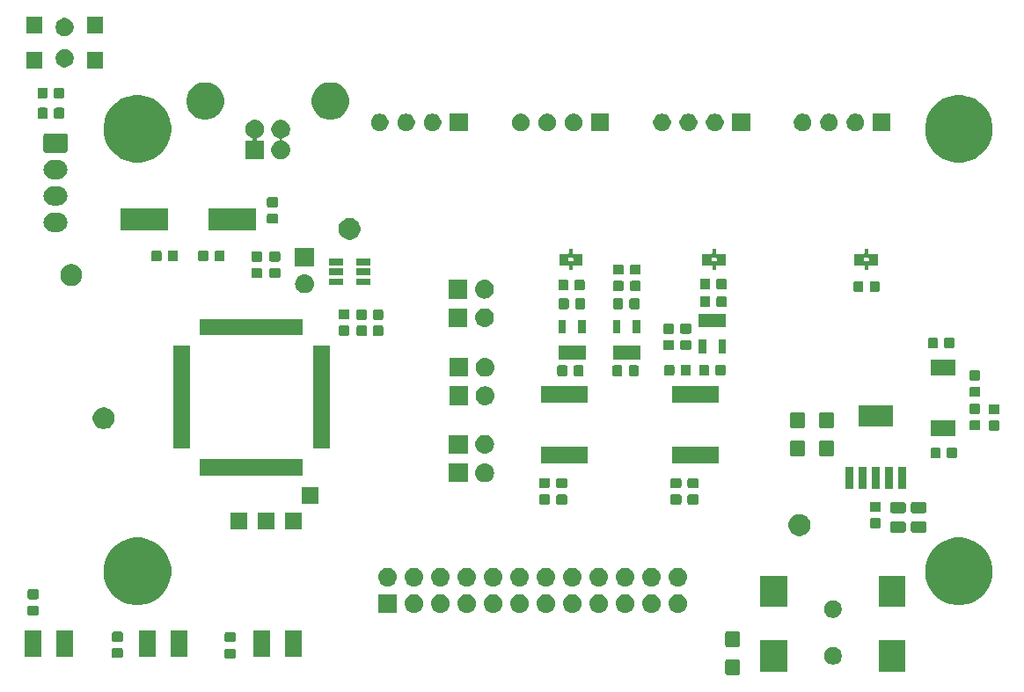
<source format=gbr>
G04 #@! TF.GenerationSoftware,KiCad,Pcbnew,5.1.4-e60b266~84~ubuntu18.04.1*
G04 #@! TF.CreationDate,2019-10-01T18:03:50+03:00*
G04 #@! TF.ProjectId,EV2400-EVM-Interface-Board,45563234-3030-42d4-9556-4d2d496e7465,v1.0*
G04 #@! TF.SameCoordinates,Original*
G04 #@! TF.FileFunction,Soldermask,Top*
G04 #@! TF.FilePolarity,Negative*
%FSLAX46Y46*%
G04 Gerber Fmt 4.6, Leading zero omitted, Abs format (unit mm)*
G04 Created by KiCad (PCBNEW 5.1.4-e60b266~84~ubuntu18.04.1) date 2019-10-01 18:03:50*
%MOMM*%
%LPD*%
G04 APERTURE LIST*
%ADD10C,0.100000*%
G04 APERTURE END LIST*
D10*
G36*
X169392798Y-124203247D02*
G01*
X169428367Y-124214037D01*
X169461139Y-124231554D01*
X169489869Y-124255131D01*
X169513446Y-124283861D01*
X169530963Y-124316633D01*
X169541753Y-124352202D01*
X169546000Y-124395325D01*
X169546000Y-125504675D01*
X169541753Y-125547798D01*
X169530963Y-125583367D01*
X169513446Y-125616139D01*
X169489869Y-125644869D01*
X169461139Y-125668446D01*
X169428367Y-125685963D01*
X169392798Y-125696753D01*
X169349675Y-125701000D01*
X168290325Y-125701000D01*
X168247202Y-125696753D01*
X168211633Y-125685963D01*
X168178861Y-125668446D01*
X168150131Y-125644869D01*
X168126554Y-125616139D01*
X168109037Y-125583367D01*
X168098247Y-125547798D01*
X168094000Y-125504675D01*
X168094000Y-124395325D01*
X168098247Y-124352202D01*
X168109037Y-124316633D01*
X168126554Y-124283861D01*
X168150131Y-124255131D01*
X168178861Y-124231554D01*
X168211633Y-124214037D01*
X168247202Y-124203247D01*
X168290325Y-124199000D01*
X169349675Y-124199000D01*
X169392798Y-124203247D01*
X169392798Y-124203247D01*
G37*
G36*
X185461600Y-125351600D02*
G01*
X182858400Y-125351600D01*
X182858400Y-122348400D01*
X185461600Y-122348400D01*
X185461600Y-125351600D01*
X185461600Y-125351600D01*
G37*
G36*
X174061600Y-125351600D02*
G01*
X171458400Y-125351600D01*
X171458400Y-122348400D01*
X174061600Y-122348400D01*
X174061600Y-125351600D01*
X174061600Y-125351600D01*
G37*
G36*
X178708228Y-123031703D02*
G01*
X178863100Y-123095853D01*
X179002481Y-123188985D01*
X179121015Y-123307519D01*
X179214147Y-123446900D01*
X179278297Y-123601772D01*
X179311000Y-123766184D01*
X179311000Y-123933816D01*
X179278297Y-124098228D01*
X179214147Y-124253100D01*
X179121015Y-124392481D01*
X179002481Y-124511015D01*
X178863100Y-124604147D01*
X178708228Y-124668297D01*
X178543816Y-124701000D01*
X178376184Y-124701000D01*
X178211772Y-124668297D01*
X178056900Y-124604147D01*
X177917519Y-124511015D01*
X177798985Y-124392481D01*
X177705853Y-124253100D01*
X177641703Y-124098228D01*
X177609000Y-123933816D01*
X177609000Y-123766184D01*
X177641703Y-123601772D01*
X177705853Y-123446900D01*
X177798985Y-123307519D01*
X177917519Y-123188985D01*
X178056900Y-123095853D01*
X178211772Y-123031703D01*
X178376184Y-122999000D01*
X178543816Y-122999000D01*
X178708228Y-123031703D01*
X178708228Y-123031703D01*
G37*
G36*
X120829591Y-123153085D02*
G01*
X120863569Y-123163393D01*
X120894890Y-123180134D01*
X120922339Y-123202661D01*
X120944866Y-123230110D01*
X120961607Y-123261431D01*
X120971915Y-123295409D01*
X120976000Y-123336890D01*
X120976000Y-123938110D01*
X120971915Y-123979591D01*
X120961607Y-124013569D01*
X120944866Y-124044890D01*
X120922339Y-124072339D01*
X120894890Y-124094866D01*
X120863569Y-124111607D01*
X120829591Y-124121915D01*
X120788110Y-124126000D01*
X120111890Y-124126000D01*
X120070409Y-124121915D01*
X120036431Y-124111607D01*
X120005110Y-124094866D01*
X119977661Y-124072339D01*
X119955134Y-124044890D01*
X119938393Y-124013569D01*
X119928085Y-123979591D01*
X119924000Y-123938110D01*
X119924000Y-123336890D01*
X119928085Y-123295409D01*
X119938393Y-123261431D01*
X119955134Y-123230110D01*
X119977661Y-123202661D01*
X120005110Y-123180134D01*
X120036431Y-123163393D01*
X120070409Y-123153085D01*
X120111890Y-123149000D01*
X120788110Y-123149000D01*
X120829591Y-123153085D01*
X120829591Y-123153085D01*
G37*
G36*
X109979591Y-123103085D02*
G01*
X110013569Y-123113393D01*
X110044890Y-123130134D01*
X110072339Y-123152661D01*
X110094866Y-123180110D01*
X110111607Y-123211431D01*
X110121915Y-123245409D01*
X110126000Y-123286890D01*
X110126000Y-123888110D01*
X110121915Y-123929591D01*
X110111607Y-123963569D01*
X110094866Y-123994890D01*
X110072339Y-124022339D01*
X110044890Y-124044866D01*
X110013569Y-124061607D01*
X109979591Y-124071915D01*
X109938110Y-124076000D01*
X109261890Y-124076000D01*
X109220409Y-124071915D01*
X109186431Y-124061607D01*
X109155110Y-124044866D01*
X109127661Y-124022339D01*
X109105134Y-123994890D01*
X109088393Y-123963569D01*
X109078085Y-123929591D01*
X109074000Y-123888110D01*
X109074000Y-123286890D01*
X109078085Y-123245409D01*
X109088393Y-123211431D01*
X109105134Y-123180110D01*
X109127661Y-123152661D01*
X109155110Y-123130134D01*
X109186431Y-123113393D01*
X109220409Y-123103085D01*
X109261890Y-123099000D01*
X109938110Y-123099000D01*
X109979591Y-123103085D01*
X109979591Y-123103085D01*
G37*
G36*
X105301000Y-123951000D02*
G01*
X103699000Y-123951000D01*
X103699000Y-121449000D01*
X105301000Y-121449000D01*
X105301000Y-123951000D01*
X105301000Y-123951000D01*
G37*
G36*
X102301000Y-123951000D02*
G01*
X100699000Y-123951000D01*
X100699000Y-121449000D01*
X102301000Y-121449000D01*
X102301000Y-123951000D01*
X102301000Y-123951000D01*
G37*
G36*
X116301000Y-123951000D02*
G01*
X114699000Y-123951000D01*
X114699000Y-121449000D01*
X116301000Y-121449000D01*
X116301000Y-123951000D01*
X116301000Y-123951000D01*
G37*
G36*
X113301000Y-123951000D02*
G01*
X111699000Y-123951000D01*
X111699000Y-121449000D01*
X113301000Y-121449000D01*
X113301000Y-123951000D01*
X113301000Y-123951000D01*
G37*
G36*
X124301000Y-123951000D02*
G01*
X122699000Y-123951000D01*
X122699000Y-121449000D01*
X124301000Y-121449000D01*
X124301000Y-123951000D01*
X124301000Y-123951000D01*
G37*
G36*
X127301000Y-123951000D02*
G01*
X125699000Y-123951000D01*
X125699000Y-121449000D01*
X127301000Y-121449000D01*
X127301000Y-123951000D01*
X127301000Y-123951000D01*
G37*
G36*
X169392798Y-121503247D02*
G01*
X169428367Y-121514037D01*
X169461139Y-121531554D01*
X169489869Y-121555131D01*
X169513446Y-121583861D01*
X169530963Y-121616633D01*
X169541753Y-121652202D01*
X169546000Y-121695325D01*
X169546000Y-122804675D01*
X169541753Y-122847798D01*
X169530963Y-122883367D01*
X169513446Y-122916139D01*
X169489869Y-122944869D01*
X169461139Y-122968446D01*
X169428367Y-122985963D01*
X169392798Y-122996753D01*
X169349675Y-123001000D01*
X168290325Y-123001000D01*
X168247202Y-122996753D01*
X168211633Y-122985963D01*
X168178861Y-122968446D01*
X168150131Y-122944869D01*
X168126554Y-122916139D01*
X168109037Y-122883367D01*
X168098247Y-122847798D01*
X168094000Y-122804675D01*
X168094000Y-121695325D01*
X168098247Y-121652202D01*
X168109037Y-121616633D01*
X168126554Y-121583861D01*
X168150131Y-121555131D01*
X168178861Y-121531554D01*
X168211633Y-121514037D01*
X168247202Y-121503247D01*
X168290325Y-121499000D01*
X169349675Y-121499000D01*
X169392798Y-121503247D01*
X169392798Y-121503247D01*
G37*
G36*
X120829591Y-121578085D02*
G01*
X120863569Y-121588393D01*
X120894890Y-121605134D01*
X120922339Y-121627661D01*
X120944866Y-121655110D01*
X120961607Y-121686431D01*
X120971915Y-121720409D01*
X120976000Y-121761890D01*
X120976000Y-122363110D01*
X120971915Y-122404591D01*
X120961607Y-122438569D01*
X120944866Y-122469890D01*
X120922339Y-122497339D01*
X120894890Y-122519866D01*
X120863569Y-122536607D01*
X120829591Y-122546915D01*
X120788110Y-122551000D01*
X120111890Y-122551000D01*
X120070409Y-122546915D01*
X120036431Y-122536607D01*
X120005110Y-122519866D01*
X119977661Y-122497339D01*
X119955134Y-122469890D01*
X119938393Y-122438569D01*
X119928085Y-122404591D01*
X119924000Y-122363110D01*
X119924000Y-121761890D01*
X119928085Y-121720409D01*
X119938393Y-121686431D01*
X119955134Y-121655110D01*
X119977661Y-121627661D01*
X120005110Y-121605134D01*
X120036431Y-121588393D01*
X120070409Y-121578085D01*
X120111890Y-121574000D01*
X120788110Y-121574000D01*
X120829591Y-121578085D01*
X120829591Y-121578085D01*
G37*
G36*
X109979591Y-121528085D02*
G01*
X110013569Y-121538393D01*
X110044890Y-121555134D01*
X110072339Y-121577661D01*
X110094866Y-121605110D01*
X110111607Y-121636431D01*
X110121915Y-121670409D01*
X110126000Y-121711890D01*
X110126000Y-122313110D01*
X110121915Y-122354591D01*
X110111607Y-122388569D01*
X110094866Y-122419890D01*
X110072339Y-122447339D01*
X110044890Y-122469866D01*
X110013569Y-122486607D01*
X109979591Y-122496915D01*
X109938110Y-122501000D01*
X109261890Y-122501000D01*
X109220409Y-122496915D01*
X109186431Y-122486607D01*
X109155110Y-122469866D01*
X109127661Y-122447339D01*
X109105134Y-122419890D01*
X109088393Y-122388569D01*
X109078085Y-122354591D01*
X109074000Y-122313110D01*
X109074000Y-121711890D01*
X109078085Y-121670409D01*
X109088393Y-121636431D01*
X109105134Y-121605110D01*
X109127661Y-121577661D01*
X109155110Y-121555134D01*
X109186431Y-121538393D01*
X109220409Y-121528085D01*
X109261890Y-121524000D01*
X109938110Y-121524000D01*
X109979591Y-121528085D01*
X109979591Y-121528085D01*
G37*
G36*
X178708228Y-118531703D02*
G01*
X178863100Y-118595853D01*
X179002481Y-118688985D01*
X179121015Y-118807519D01*
X179214147Y-118946900D01*
X179278297Y-119101772D01*
X179311000Y-119266184D01*
X179311000Y-119433816D01*
X179278297Y-119598228D01*
X179214147Y-119753100D01*
X179121015Y-119892481D01*
X179002481Y-120011015D01*
X178863100Y-120104147D01*
X178708228Y-120168297D01*
X178543816Y-120201000D01*
X178376184Y-120201000D01*
X178211772Y-120168297D01*
X178056900Y-120104147D01*
X177917519Y-120011015D01*
X177798985Y-119892481D01*
X177705853Y-119753100D01*
X177641703Y-119598228D01*
X177609000Y-119433816D01*
X177609000Y-119266184D01*
X177641703Y-119101772D01*
X177705853Y-118946900D01*
X177798985Y-118807519D01*
X177917519Y-118688985D01*
X178056900Y-118595853D01*
X178211772Y-118531703D01*
X178376184Y-118499000D01*
X178543816Y-118499000D01*
X178708228Y-118531703D01*
X178708228Y-118531703D01*
G37*
G36*
X101859591Y-119013085D02*
G01*
X101893569Y-119023393D01*
X101924890Y-119040134D01*
X101952339Y-119062661D01*
X101974866Y-119090110D01*
X101991607Y-119121431D01*
X102001915Y-119155409D01*
X102006000Y-119196890D01*
X102006000Y-119798110D01*
X102001915Y-119839591D01*
X101991607Y-119873569D01*
X101974866Y-119904890D01*
X101952339Y-119932339D01*
X101924890Y-119954866D01*
X101893569Y-119971607D01*
X101859591Y-119981915D01*
X101818110Y-119986000D01*
X101141890Y-119986000D01*
X101100409Y-119981915D01*
X101066431Y-119971607D01*
X101035110Y-119954866D01*
X101007661Y-119932339D01*
X100985134Y-119904890D01*
X100968393Y-119873569D01*
X100958085Y-119839591D01*
X100954000Y-119798110D01*
X100954000Y-119196890D01*
X100958085Y-119155409D01*
X100968393Y-119121431D01*
X100985134Y-119090110D01*
X101007661Y-119062661D01*
X101035110Y-119040134D01*
X101066431Y-119023393D01*
X101100409Y-119013085D01*
X101141890Y-119009000D01*
X101818110Y-119009000D01*
X101859591Y-119013085D01*
X101859591Y-119013085D01*
G37*
G36*
X148410442Y-117905518D02*
G01*
X148476627Y-117912037D01*
X148646466Y-117963557D01*
X148802991Y-118047222D01*
X148838729Y-118076552D01*
X148940186Y-118159814D01*
X149012538Y-118247977D01*
X149052778Y-118297009D01*
X149136443Y-118453534D01*
X149187963Y-118623373D01*
X149205359Y-118800000D01*
X149187963Y-118976627D01*
X149145214Y-119117552D01*
X149136442Y-119146468D01*
X149109491Y-119196890D01*
X149052778Y-119302991D01*
X149023448Y-119338729D01*
X148940186Y-119440186D01*
X148838729Y-119523448D01*
X148802991Y-119552778D01*
X148646466Y-119636443D01*
X148476627Y-119687963D01*
X148410442Y-119694482D01*
X148344260Y-119701000D01*
X148255740Y-119701000D01*
X148189558Y-119694482D01*
X148123373Y-119687963D01*
X147953534Y-119636443D01*
X147797009Y-119552778D01*
X147761271Y-119523448D01*
X147659814Y-119440186D01*
X147576552Y-119338729D01*
X147547222Y-119302991D01*
X147490509Y-119196890D01*
X147463558Y-119146468D01*
X147454786Y-119117552D01*
X147412037Y-118976627D01*
X147394641Y-118800000D01*
X147412037Y-118623373D01*
X147463557Y-118453534D01*
X147547222Y-118297009D01*
X147587462Y-118247977D01*
X147659814Y-118159814D01*
X147761271Y-118076552D01*
X147797009Y-118047222D01*
X147953534Y-117963557D01*
X148123373Y-117912037D01*
X148189558Y-117905518D01*
X148255740Y-117899000D01*
X148344260Y-117899000D01*
X148410442Y-117905518D01*
X148410442Y-117905518D01*
G37*
G36*
X163650442Y-117905518D02*
G01*
X163716627Y-117912037D01*
X163886466Y-117963557D01*
X164042991Y-118047222D01*
X164078729Y-118076552D01*
X164180186Y-118159814D01*
X164252538Y-118247977D01*
X164292778Y-118297009D01*
X164376443Y-118453534D01*
X164427963Y-118623373D01*
X164445359Y-118800000D01*
X164427963Y-118976627D01*
X164385214Y-119117552D01*
X164376442Y-119146468D01*
X164349491Y-119196890D01*
X164292778Y-119302991D01*
X164263448Y-119338729D01*
X164180186Y-119440186D01*
X164078729Y-119523448D01*
X164042991Y-119552778D01*
X163886466Y-119636443D01*
X163716627Y-119687963D01*
X163650442Y-119694482D01*
X163584260Y-119701000D01*
X163495740Y-119701000D01*
X163429558Y-119694482D01*
X163363373Y-119687963D01*
X163193534Y-119636443D01*
X163037009Y-119552778D01*
X163001271Y-119523448D01*
X162899814Y-119440186D01*
X162816552Y-119338729D01*
X162787222Y-119302991D01*
X162730509Y-119196890D01*
X162703558Y-119146468D01*
X162694786Y-119117552D01*
X162652037Y-118976627D01*
X162634641Y-118800000D01*
X162652037Y-118623373D01*
X162703557Y-118453534D01*
X162787222Y-118297009D01*
X162827462Y-118247977D01*
X162899814Y-118159814D01*
X163001271Y-118076552D01*
X163037009Y-118047222D01*
X163193534Y-117963557D01*
X163363373Y-117912037D01*
X163429558Y-117905518D01*
X163495740Y-117899000D01*
X163584260Y-117899000D01*
X163650442Y-117905518D01*
X163650442Y-117905518D01*
G37*
G36*
X143330442Y-117905518D02*
G01*
X143396627Y-117912037D01*
X143566466Y-117963557D01*
X143722991Y-118047222D01*
X143758729Y-118076552D01*
X143860186Y-118159814D01*
X143932538Y-118247977D01*
X143972778Y-118297009D01*
X144056443Y-118453534D01*
X144107963Y-118623373D01*
X144125359Y-118800000D01*
X144107963Y-118976627D01*
X144065214Y-119117552D01*
X144056442Y-119146468D01*
X144029491Y-119196890D01*
X143972778Y-119302991D01*
X143943448Y-119338729D01*
X143860186Y-119440186D01*
X143758729Y-119523448D01*
X143722991Y-119552778D01*
X143566466Y-119636443D01*
X143396627Y-119687963D01*
X143330442Y-119694482D01*
X143264260Y-119701000D01*
X143175740Y-119701000D01*
X143109558Y-119694482D01*
X143043373Y-119687963D01*
X142873534Y-119636443D01*
X142717009Y-119552778D01*
X142681271Y-119523448D01*
X142579814Y-119440186D01*
X142496552Y-119338729D01*
X142467222Y-119302991D01*
X142410509Y-119196890D01*
X142383558Y-119146468D01*
X142374786Y-119117552D01*
X142332037Y-118976627D01*
X142314641Y-118800000D01*
X142332037Y-118623373D01*
X142383557Y-118453534D01*
X142467222Y-118297009D01*
X142507462Y-118247977D01*
X142579814Y-118159814D01*
X142681271Y-118076552D01*
X142717009Y-118047222D01*
X142873534Y-117963557D01*
X143043373Y-117912037D01*
X143109558Y-117905518D01*
X143175740Y-117899000D01*
X143264260Y-117899000D01*
X143330442Y-117905518D01*
X143330442Y-117905518D01*
G37*
G36*
X140790442Y-117905518D02*
G01*
X140856627Y-117912037D01*
X141026466Y-117963557D01*
X141182991Y-118047222D01*
X141218729Y-118076552D01*
X141320186Y-118159814D01*
X141392538Y-118247977D01*
X141432778Y-118297009D01*
X141516443Y-118453534D01*
X141567963Y-118623373D01*
X141585359Y-118800000D01*
X141567963Y-118976627D01*
X141525214Y-119117552D01*
X141516442Y-119146468D01*
X141489491Y-119196890D01*
X141432778Y-119302991D01*
X141403448Y-119338729D01*
X141320186Y-119440186D01*
X141218729Y-119523448D01*
X141182991Y-119552778D01*
X141026466Y-119636443D01*
X140856627Y-119687963D01*
X140790442Y-119694482D01*
X140724260Y-119701000D01*
X140635740Y-119701000D01*
X140569558Y-119694482D01*
X140503373Y-119687963D01*
X140333534Y-119636443D01*
X140177009Y-119552778D01*
X140141271Y-119523448D01*
X140039814Y-119440186D01*
X139956552Y-119338729D01*
X139927222Y-119302991D01*
X139870509Y-119196890D01*
X139843558Y-119146468D01*
X139834786Y-119117552D01*
X139792037Y-118976627D01*
X139774641Y-118800000D01*
X139792037Y-118623373D01*
X139843557Y-118453534D01*
X139927222Y-118297009D01*
X139967462Y-118247977D01*
X140039814Y-118159814D01*
X140141271Y-118076552D01*
X140177009Y-118047222D01*
X140333534Y-117963557D01*
X140503373Y-117912037D01*
X140569558Y-117905518D01*
X140635740Y-117899000D01*
X140724260Y-117899000D01*
X140790442Y-117905518D01*
X140790442Y-117905518D01*
G37*
G36*
X150950442Y-117905518D02*
G01*
X151016627Y-117912037D01*
X151186466Y-117963557D01*
X151342991Y-118047222D01*
X151378729Y-118076552D01*
X151480186Y-118159814D01*
X151552538Y-118247977D01*
X151592778Y-118297009D01*
X151676443Y-118453534D01*
X151727963Y-118623373D01*
X151745359Y-118800000D01*
X151727963Y-118976627D01*
X151685214Y-119117552D01*
X151676442Y-119146468D01*
X151649491Y-119196890D01*
X151592778Y-119302991D01*
X151563448Y-119338729D01*
X151480186Y-119440186D01*
X151378729Y-119523448D01*
X151342991Y-119552778D01*
X151186466Y-119636443D01*
X151016627Y-119687963D01*
X150950442Y-119694482D01*
X150884260Y-119701000D01*
X150795740Y-119701000D01*
X150729558Y-119694482D01*
X150663373Y-119687963D01*
X150493534Y-119636443D01*
X150337009Y-119552778D01*
X150301271Y-119523448D01*
X150199814Y-119440186D01*
X150116552Y-119338729D01*
X150087222Y-119302991D01*
X150030509Y-119196890D01*
X150003558Y-119146468D01*
X149994786Y-119117552D01*
X149952037Y-118976627D01*
X149934641Y-118800000D01*
X149952037Y-118623373D01*
X150003557Y-118453534D01*
X150087222Y-118297009D01*
X150127462Y-118247977D01*
X150199814Y-118159814D01*
X150301271Y-118076552D01*
X150337009Y-118047222D01*
X150493534Y-117963557D01*
X150663373Y-117912037D01*
X150729558Y-117905518D01*
X150795740Y-117899000D01*
X150884260Y-117899000D01*
X150950442Y-117905518D01*
X150950442Y-117905518D01*
G37*
G36*
X153490442Y-117905518D02*
G01*
X153556627Y-117912037D01*
X153726466Y-117963557D01*
X153882991Y-118047222D01*
X153918729Y-118076552D01*
X154020186Y-118159814D01*
X154092538Y-118247977D01*
X154132778Y-118297009D01*
X154216443Y-118453534D01*
X154267963Y-118623373D01*
X154285359Y-118800000D01*
X154267963Y-118976627D01*
X154225214Y-119117552D01*
X154216442Y-119146468D01*
X154189491Y-119196890D01*
X154132778Y-119302991D01*
X154103448Y-119338729D01*
X154020186Y-119440186D01*
X153918729Y-119523448D01*
X153882991Y-119552778D01*
X153726466Y-119636443D01*
X153556627Y-119687963D01*
X153490442Y-119694482D01*
X153424260Y-119701000D01*
X153335740Y-119701000D01*
X153269558Y-119694482D01*
X153203373Y-119687963D01*
X153033534Y-119636443D01*
X152877009Y-119552778D01*
X152841271Y-119523448D01*
X152739814Y-119440186D01*
X152656552Y-119338729D01*
X152627222Y-119302991D01*
X152570509Y-119196890D01*
X152543558Y-119146468D01*
X152534786Y-119117552D01*
X152492037Y-118976627D01*
X152474641Y-118800000D01*
X152492037Y-118623373D01*
X152543557Y-118453534D01*
X152627222Y-118297009D01*
X152667462Y-118247977D01*
X152739814Y-118159814D01*
X152841271Y-118076552D01*
X152877009Y-118047222D01*
X153033534Y-117963557D01*
X153203373Y-117912037D01*
X153269558Y-117905518D01*
X153335740Y-117899000D01*
X153424260Y-117899000D01*
X153490442Y-117905518D01*
X153490442Y-117905518D01*
G37*
G36*
X156030442Y-117905518D02*
G01*
X156096627Y-117912037D01*
X156266466Y-117963557D01*
X156422991Y-118047222D01*
X156458729Y-118076552D01*
X156560186Y-118159814D01*
X156632538Y-118247977D01*
X156672778Y-118297009D01*
X156756443Y-118453534D01*
X156807963Y-118623373D01*
X156825359Y-118800000D01*
X156807963Y-118976627D01*
X156765214Y-119117552D01*
X156756442Y-119146468D01*
X156729491Y-119196890D01*
X156672778Y-119302991D01*
X156643448Y-119338729D01*
X156560186Y-119440186D01*
X156458729Y-119523448D01*
X156422991Y-119552778D01*
X156266466Y-119636443D01*
X156096627Y-119687963D01*
X156030442Y-119694482D01*
X155964260Y-119701000D01*
X155875740Y-119701000D01*
X155809558Y-119694482D01*
X155743373Y-119687963D01*
X155573534Y-119636443D01*
X155417009Y-119552778D01*
X155381271Y-119523448D01*
X155279814Y-119440186D01*
X155196552Y-119338729D01*
X155167222Y-119302991D01*
X155110509Y-119196890D01*
X155083558Y-119146468D01*
X155074786Y-119117552D01*
X155032037Y-118976627D01*
X155014641Y-118800000D01*
X155032037Y-118623373D01*
X155083557Y-118453534D01*
X155167222Y-118297009D01*
X155207462Y-118247977D01*
X155279814Y-118159814D01*
X155381271Y-118076552D01*
X155417009Y-118047222D01*
X155573534Y-117963557D01*
X155743373Y-117912037D01*
X155809558Y-117905518D01*
X155875740Y-117899000D01*
X155964260Y-117899000D01*
X156030442Y-117905518D01*
X156030442Y-117905518D01*
G37*
G36*
X136501000Y-119701000D02*
G01*
X134699000Y-119701000D01*
X134699000Y-117899000D01*
X136501000Y-117899000D01*
X136501000Y-119701000D01*
X136501000Y-119701000D01*
G37*
G36*
X158570442Y-117905518D02*
G01*
X158636627Y-117912037D01*
X158806466Y-117963557D01*
X158962991Y-118047222D01*
X158998729Y-118076552D01*
X159100186Y-118159814D01*
X159172538Y-118247977D01*
X159212778Y-118297009D01*
X159296443Y-118453534D01*
X159347963Y-118623373D01*
X159365359Y-118800000D01*
X159347963Y-118976627D01*
X159305214Y-119117552D01*
X159296442Y-119146468D01*
X159269491Y-119196890D01*
X159212778Y-119302991D01*
X159183448Y-119338729D01*
X159100186Y-119440186D01*
X158998729Y-119523448D01*
X158962991Y-119552778D01*
X158806466Y-119636443D01*
X158636627Y-119687963D01*
X158570442Y-119694482D01*
X158504260Y-119701000D01*
X158415740Y-119701000D01*
X158349558Y-119694482D01*
X158283373Y-119687963D01*
X158113534Y-119636443D01*
X157957009Y-119552778D01*
X157921271Y-119523448D01*
X157819814Y-119440186D01*
X157736552Y-119338729D01*
X157707222Y-119302991D01*
X157650509Y-119196890D01*
X157623558Y-119146468D01*
X157614786Y-119117552D01*
X157572037Y-118976627D01*
X157554641Y-118800000D01*
X157572037Y-118623373D01*
X157623557Y-118453534D01*
X157707222Y-118297009D01*
X157747462Y-118247977D01*
X157819814Y-118159814D01*
X157921271Y-118076552D01*
X157957009Y-118047222D01*
X158113534Y-117963557D01*
X158283373Y-117912037D01*
X158349558Y-117905518D01*
X158415740Y-117899000D01*
X158504260Y-117899000D01*
X158570442Y-117905518D01*
X158570442Y-117905518D01*
G37*
G36*
X138250442Y-117905518D02*
G01*
X138316627Y-117912037D01*
X138486466Y-117963557D01*
X138642991Y-118047222D01*
X138678729Y-118076552D01*
X138780186Y-118159814D01*
X138852538Y-118247977D01*
X138892778Y-118297009D01*
X138976443Y-118453534D01*
X139027963Y-118623373D01*
X139045359Y-118800000D01*
X139027963Y-118976627D01*
X138985214Y-119117552D01*
X138976442Y-119146468D01*
X138949491Y-119196890D01*
X138892778Y-119302991D01*
X138863448Y-119338729D01*
X138780186Y-119440186D01*
X138678729Y-119523448D01*
X138642991Y-119552778D01*
X138486466Y-119636443D01*
X138316627Y-119687963D01*
X138250442Y-119694482D01*
X138184260Y-119701000D01*
X138095740Y-119701000D01*
X138029558Y-119694482D01*
X137963373Y-119687963D01*
X137793534Y-119636443D01*
X137637009Y-119552778D01*
X137601271Y-119523448D01*
X137499814Y-119440186D01*
X137416552Y-119338729D01*
X137387222Y-119302991D01*
X137330509Y-119196890D01*
X137303558Y-119146468D01*
X137294786Y-119117552D01*
X137252037Y-118976627D01*
X137234641Y-118800000D01*
X137252037Y-118623373D01*
X137303557Y-118453534D01*
X137387222Y-118297009D01*
X137427462Y-118247977D01*
X137499814Y-118159814D01*
X137601271Y-118076552D01*
X137637009Y-118047222D01*
X137793534Y-117963557D01*
X137963373Y-117912037D01*
X138029558Y-117905518D01*
X138095740Y-117899000D01*
X138184260Y-117899000D01*
X138250442Y-117905518D01*
X138250442Y-117905518D01*
G37*
G36*
X161110442Y-117905518D02*
G01*
X161176627Y-117912037D01*
X161346466Y-117963557D01*
X161502991Y-118047222D01*
X161538729Y-118076552D01*
X161640186Y-118159814D01*
X161712538Y-118247977D01*
X161752778Y-118297009D01*
X161836443Y-118453534D01*
X161887963Y-118623373D01*
X161905359Y-118800000D01*
X161887963Y-118976627D01*
X161845214Y-119117552D01*
X161836442Y-119146468D01*
X161809491Y-119196890D01*
X161752778Y-119302991D01*
X161723448Y-119338729D01*
X161640186Y-119440186D01*
X161538729Y-119523448D01*
X161502991Y-119552778D01*
X161346466Y-119636443D01*
X161176627Y-119687963D01*
X161110442Y-119694482D01*
X161044260Y-119701000D01*
X160955740Y-119701000D01*
X160889558Y-119694482D01*
X160823373Y-119687963D01*
X160653534Y-119636443D01*
X160497009Y-119552778D01*
X160461271Y-119523448D01*
X160359814Y-119440186D01*
X160276552Y-119338729D01*
X160247222Y-119302991D01*
X160190509Y-119196890D01*
X160163558Y-119146468D01*
X160154786Y-119117552D01*
X160112037Y-118976627D01*
X160094641Y-118800000D01*
X160112037Y-118623373D01*
X160163557Y-118453534D01*
X160247222Y-118297009D01*
X160287462Y-118247977D01*
X160359814Y-118159814D01*
X160461271Y-118076552D01*
X160497009Y-118047222D01*
X160653534Y-117963557D01*
X160823373Y-117912037D01*
X160889558Y-117905518D01*
X160955740Y-117899000D01*
X161044260Y-117899000D01*
X161110442Y-117905518D01*
X161110442Y-117905518D01*
G37*
G36*
X145870442Y-117905518D02*
G01*
X145936627Y-117912037D01*
X146106466Y-117963557D01*
X146262991Y-118047222D01*
X146298729Y-118076552D01*
X146400186Y-118159814D01*
X146472538Y-118247977D01*
X146512778Y-118297009D01*
X146596443Y-118453534D01*
X146647963Y-118623373D01*
X146665359Y-118800000D01*
X146647963Y-118976627D01*
X146605214Y-119117552D01*
X146596442Y-119146468D01*
X146569491Y-119196890D01*
X146512778Y-119302991D01*
X146483448Y-119338729D01*
X146400186Y-119440186D01*
X146298729Y-119523448D01*
X146262991Y-119552778D01*
X146106466Y-119636443D01*
X145936627Y-119687963D01*
X145870442Y-119694482D01*
X145804260Y-119701000D01*
X145715740Y-119701000D01*
X145649558Y-119694482D01*
X145583373Y-119687963D01*
X145413534Y-119636443D01*
X145257009Y-119552778D01*
X145221271Y-119523448D01*
X145119814Y-119440186D01*
X145036552Y-119338729D01*
X145007222Y-119302991D01*
X144950509Y-119196890D01*
X144923558Y-119146468D01*
X144914786Y-119117552D01*
X144872037Y-118976627D01*
X144854641Y-118800000D01*
X144872037Y-118623373D01*
X144923557Y-118453534D01*
X145007222Y-118297009D01*
X145047462Y-118247977D01*
X145119814Y-118159814D01*
X145221271Y-118076552D01*
X145257009Y-118047222D01*
X145413534Y-117963557D01*
X145583373Y-117912037D01*
X145649558Y-117905518D01*
X145715740Y-117899000D01*
X145804260Y-117899000D01*
X145870442Y-117905518D01*
X145870442Y-117905518D01*
G37*
G36*
X174061600Y-119151600D02*
G01*
X171458400Y-119151600D01*
X171458400Y-116148400D01*
X174061600Y-116148400D01*
X174061600Y-119151600D01*
X174061600Y-119151600D01*
G37*
G36*
X185461600Y-119151600D02*
G01*
X182858400Y-119151600D01*
X182858400Y-116148400D01*
X185461600Y-116148400D01*
X185461600Y-119151600D01*
X185461600Y-119151600D01*
G37*
G36*
X112162562Y-112534227D02*
G01*
X112476605Y-112596694D01*
X113068249Y-112841761D01*
X113600715Y-113197544D01*
X114053539Y-113650368D01*
X114409322Y-114182834D01*
X114654389Y-114774478D01*
X114654389Y-114774479D01*
X114779323Y-115402563D01*
X114779323Y-116042957D01*
X114736150Y-116260000D01*
X114654389Y-116671042D01*
X114409322Y-117262686D01*
X114053539Y-117795152D01*
X113600715Y-118247976D01*
X113068249Y-118603759D01*
X112476605Y-118848826D01*
X112162562Y-118911293D01*
X111848520Y-118973760D01*
X111208126Y-118973760D01*
X110894084Y-118911293D01*
X110580041Y-118848826D01*
X109988397Y-118603759D01*
X109455931Y-118247976D01*
X109003107Y-117795152D01*
X108647324Y-117262686D01*
X108402257Y-116671042D01*
X108320496Y-116260000D01*
X108277323Y-116042957D01*
X108277323Y-115402563D01*
X108402257Y-114774479D01*
X108402257Y-114774478D01*
X108647324Y-114182834D01*
X109003107Y-113650368D01*
X109455931Y-113197544D01*
X109988397Y-112841761D01*
X110580041Y-112596694D01*
X110894084Y-112534227D01*
X111208126Y-112471760D01*
X111848520Y-112471760D01*
X112162562Y-112534227D01*
X112162562Y-112534227D01*
G37*
G36*
X191213919Y-112534227D02*
G01*
X191527962Y-112596694D01*
X192119606Y-112841761D01*
X192652072Y-113197544D01*
X193104896Y-113650368D01*
X193460679Y-114182834D01*
X193705746Y-114774478D01*
X193705746Y-114774479D01*
X193830680Y-115402563D01*
X193830680Y-116042957D01*
X193787507Y-116260000D01*
X193705746Y-116671042D01*
X193460679Y-117262686D01*
X193104896Y-117795152D01*
X192652072Y-118247976D01*
X192119606Y-118603759D01*
X191527962Y-118848826D01*
X191213919Y-118911293D01*
X190899877Y-118973760D01*
X190259483Y-118973760D01*
X189945441Y-118911293D01*
X189631398Y-118848826D01*
X189039754Y-118603759D01*
X188507288Y-118247976D01*
X188054464Y-117795152D01*
X187698681Y-117262686D01*
X187453614Y-116671042D01*
X187371853Y-116260000D01*
X187328680Y-116042957D01*
X187328680Y-115402563D01*
X187453614Y-114774479D01*
X187453614Y-114774478D01*
X187698681Y-114182834D01*
X188054464Y-113650368D01*
X188507288Y-113197544D01*
X189039754Y-112841761D01*
X189631398Y-112596694D01*
X189945441Y-112534227D01*
X190259483Y-112471760D01*
X190899877Y-112471760D01*
X191213919Y-112534227D01*
X191213919Y-112534227D01*
G37*
G36*
X101859591Y-117438085D02*
G01*
X101893569Y-117448393D01*
X101924890Y-117465134D01*
X101952339Y-117487661D01*
X101974866Y-117515110D01*
X101991607Y-117546431D01*
X102001915Y-117580409D01*
X102006000Y-117621890D01*
X102006000Y-118223110D01*
X102001915Y-118264591D01*
X101991607Y-118298569D01*
X101974866Y-118329890D01*
X101952339Y-118357339D01*
X101924890Y-118379866D01*
X101893569Y-118396607D01*
X101859591Y-118406915D01*
X101818110Y-118411000D01*
X101141890Y-118411000D01*
X101100409Y-118406915D01*
X101066431Y-118396607D01*
X101035110Y-118379866D01*
X101007661Y-118357339D01*
X100985134Y-118329890D01*
X100968393Y-118298569D01*
X100958085Y-118264591D01*
X100954000Y-118223110D01*
X100954000Y-117621890D01*
X100958085Y-117580409D01*
X100968393Y-117546431D01*
X100985134Y-117515110D01*
X101007661Y-117487661D01*
X101035110Y-117465134D01*
X101066431Y-117448393D01*
X101100409Y-117438085D01*
X101141890Y-117434000D01*
X101818110Y-117434000D01*
X101859591Y-117438085D01*
X101859591Y-117438085D01*
G37*
G36*
X158570443Y-115365519D02*
G01*
X158636627Y-115372037D01*
X158806466Y-115423557D01*
X158962991Y-115507222D01*
X158998729Y-115536552D01*
X159100186Y-115619814D01*
X159148216Y-115678340D01*
X159212778Y-115757009D01*
X159296443Y-115913534D01*
X159347963Y-116083373D01*
X159365359Y-116260000D01*
X159347963Y-116436627D01*
X159296443Y-116606466D01*
X159212778Y-116762991D01*
X159183448Y-116798729D01*
X159100186Y-116900186D01*
X158998729Y-116983448D01*
X158962991Y-117012778D01*
X158806466Y-117096443D01*
X158636627Y-117147963D01*
X158570443Y-117154481D01*
X158504260Y-117161000D01*
X158415740Y-117161000D01*
X158349557Y-117154481D01*
X158283373Y-117147963D01*
X158113534Y-117096443D01*
X157957009Y-117012778D01*
X157921271Y-116983448D01*
X157819814Y-116900186D01*
X157736552Y-116798729D01*
X157707222Y-116762991D01*
X157623557Y-116606466D01*
X157572037Y-116436627D01*
X157554641Y-116260000D01*
X157572037Y-116083373D01*
X157623557Y-115913534D01*
X157707222Y-115757009D01*
X157771784Y-115678340D01*
X157819814Y-115619814D01*
X157921271Y-115536552D01*
X157957009Y-115507222D01*
X158113534Y-115423557D01*
X158283373Y-115372037D01*
X158349557Y-115365519D01*
X158415740Y-115359000D01*
X158504260Y-115359000D01*
X158570443Y-115365519D01*
X158570443Y-115365519D01*
G37*
G36*
X150950443Y-115365519D02*
G01*
X151016627Y-115372037D01*
X151186466Y-115423557D01*
X151342991Y-115507222D01*
X151378729Y-115536552D01*
X151480186Y-115619814D01*
X151528216Y-115678340D01*
X151592778Y-115757009D01*
X151676443Y-115913534D01*
X151727963Y-116083373D01*
X151745359Y-116260000D01*
X151727963Y-116436627D01*
X151676443Y-116606466D01*
X151592778Y-116762991D01*
X151563448Y-116798729D01*
X151480186Y-116900186D01*
X151378729Y-116983448D01*
X151342991Y-117012778D01*
X151186466Y-117096443D01*
X151016627Y-117147963D01*
X150950443Y-117154481D01*
X150884260Y-117161000D01*
X150795740Y-117161000D01*
X150729557Y-117154481D01*
X150663373Y-117147963D01*
X150493534Y-117096443D01*
X150337009Y-117012778D01*
X150301271Y-116983448D01*
X150199814Y-116900186D01*
X150116552Y-116798729D01*
X150087222Y-116762991D01*
X150003557Y-116606466D01*
X149952037Y-116436627D01*
X149934641Y-116260000D01*
X149952037Y-116083373D01*
X150003557Y-115913534D01*
X150087222Y-115757009D01*
X150151784Y-115678340D01*
X150199814Y-115619814D01*
X150301271Y-115536552D01*
X150337009Y-115507222D01*
X150493534Y-115423557D01*
X150663373Y-115372037D01*
X150729557Y-115365519D01*
X150795740Y-115359000D01*
X150884260Y-115359000D01*
X150950443Y-115365519D01*
X150950443Y-115365519D01*
G37*
G36*
X156030443Y-115365519D02*
G01*
X156096627Y-115372037D01*
X156266466Y-115423557D01*
X156422991Y-115507222D01*
X156458729Y-115536552D01*
X156560186Y-115619814D01*
X156608216Y-115678340D01*
X156672778Y-115757009D01*
X156756443Y-115913534D01*
X156807963Y-116083373D01*
X156825359Y-116260000D01*
X156807963Y-116436627D01*
X156756443Y-116606466D01*
X156672778Y-116762991D01*
X156643448Y-116798729D01*
X156560186Y-116900186D01*
X156458729Y-116983448D01*
X156422991Y-117012778D01*
X156266466Y-117096443D01*
X156096627Y-117147963D01*
X156030443Y-117154481D01*
X155964260Y-117161000D01*
X155875740Y-117161000D01*
X155809557Y-117154481D01*
X155743373Y-117147963D01*
X155573534Y-117096443D01*
X155417009Y-117012778D01*
X155381271Y-116983448D01*
X155279814Y-116900186D01*
X155196552Y-116798729D01*
X155167222Y-116762991D01*
X155083557Y-116606466D01*
X155032037Y-116436627D01*
X155014641Y-116260000D01*
X155032037Y-116083373D01*
X155083557Y-115913534D01*
X155167222Y-115757009D01*
X155231784Y-115678340D01*
X155279814Y-115619814D01*
X155381271Y-115536552D01*
X155417009Y-115507222D01*
X155573534Y-115423557D01*
X155743373Y-115372037D01*
X155809557Y-115365519D01*
X155875740Y-115359000D01*
X155964260Y-115359000D01*
X156030443Y-115365519D01*
X156030443Y-115365519D01*
G37*
G36*
X153490443Y-115365519D02*
G01*
X153556627Y-115372037D01*
X153726466Y-115423557D01*
X153882991Y-115507222D01*
X153918729Y-115536552D01*
X154020186Y-115619814D01*
X154068216Y-115678340D01*
X154132778Y-115757009D01*
X154216443Y-115913534D01*
X154267963Y-116083373D01*
X154285359Y-116260000D01*
X154267963Y-116436627D01*
X154216443Y-116606466D01*
X154132778Y-116762991D01*
X154103448Y-116798729D01*
X154020186Y-116900186D01*
X153918729Y-116983448D01*
X153882991Y-117012778D01*
X153726466Y-117096443D01*
X153556627Y-117147963D01*
X153490443Y-117154481D01*
X153424260Y-117161000D01*
X153335740Y-117161000D01*
X153269557Y-117154481D01*
X153203373Y-117147963D01*
X153033534Y-117096443D01*
X152877009Y-117012778D01*
X152841271Y-116983448D01*
X152739814Y-116900186D01*
X152656552Y-116798729D01*
X152627222Y-116762991D01*
X152543557Y-116606466D01*
X152492037Y-116436627D01*
X152474641Y-116260000D01*
X152492037Y-116083373D01*
X152543557Y-115913534D01*
X152627222Y-115757009D01*
X152691784Y-115678340D01*
X152739814Y-115619814D01*
X152841271Y-115536552D01*
X152877009Y-115507222D01*
X153033534Y-115423557D01*
X153203373Y-115372037D01*
X153269557Y-115365519D01*
X153335740Y-115359000D01*
X153424260Y-115359000D01*
X153490443Y-115365519D01*
X153490443Y-115365519D01*
G37*
G36*
X161110443Y-115365519D02*
G01*
X161176627Y-115372037D01*
X161346466Y-115423557D01*
X161502991Y-115507222D01*
X161538729Y-115536552D01*
X161640186Y-115619814D01*
X161688216Y-115678340D01*
X161752778Y-115757009D01*
X161836443Y-115913534D01*
X161887963Y-116083373D01*
X161905359Y-116260000D01*
X161887963Y-116436627D01*
X161836443Y-116606466D01*
X161752778Y-116762991D01*
X161723448Y-116798729D01*
X161640186Y-116900186D01*
X161538729Y-116983448D01*
X161502991Y-117012778D01*
X161346466Y-117096443D01*
X161176627Y-117147963D01*
X161110443Y-117154481D01*
X161044260Y-117161000D01*
X160955740Y-117161000D01*
X160889557Y-117154481D01*
X160823373Y-117147963D01*
X160653534Y-117096443D01*
X160497009Y-117012778D01*
X160461271Y-116983448D01*
X160359814Y-116900186D01*
X160276552Y-116798729D01*
X160247222Y-116762991D01*
X160163557Y-116606466D01*
X160112037Y-116436627D01*
X160094641Y-116260000D01*
X160112037Y-116083373D01*
X160163557Y-115913534D01*
X160247222Y-115757009D01*
X160311784Y-115678340D01*
X160359814Y-115619814D01*
X160461271Y-115536552D01*
X160497009Y-115507222D01*
X160653534Y-115423557D01*
X160823373Y-115372037D01*
X160889557Y-115365519D01*
X160955740Y-115359000D01*
X161044260Y-115359000D01*
X161110443Y-115365519D01*
X161110443Y-115365519D01*
G37*
G36*
X163650443Y-115365519D02*
G01*
X163716627Y-115372037D01*
X163886466Y-115423557D01*
X164042991Y-115507222D01*
X164078729Y-115536552D01*
X164180186Y-115619814D01*
X164228216Y-115678340D01*
X164292778Y-115757009D01*
X164376443Y-115913534D01*
X164427963Y-116083373D01*
X164445359Y-116260000D01*
X164427963Y-116436627D01*
X164376443Y-116606466D01*
X164292778Y-116762991D01*
X164263448Y-116798729D01*
X164180186Y-116900186D01*
X164078729Y-116983448D01*
X164042991Y-117012778D01*
X163886466Y-117096443D01*
X163716627Y-117147963D01*
X163650443Y-117154481D01*
X163584260Y-117161000D01*
X163495740Y-117161000D01*
X163429557Y-117154481D01*
X163363373Y-117147963D01*
X163193534Y-117096443D01*
X163037009Y-117012778D01*
X163001271Y-116983448D01*
X162899814Y-116900186D01*
X162816552Y-116798729D01*
X162787222Y-116762991D01*
X162703557Y-116606466D01*
X162652037Y-116436627D01*
X162634641Y-116260000D01*
X162652037Y-116083373D01*
X162703557Y-115913534D01*
X162787222Y-115757009D01*
X162851784Y-115678340D01*
X162899814Y-115619814D01*
X163001271Y-115536552D01*
X163037009Y-115507222D01*
X163193534Y-115423557D01*
X163363373Y-115372037D01*
X163429557Y-115365519D01*
X163495740Y-115359000D01*
X163584260Y-115359000D01*
X163650443Y-115365519D01*
X163650443Y-115365519D01*
G37*
G36*
X143330443Y-115365519D02*
G01*
X143396627Y-115372037D01*
X143566466Y-115423557D01*
X143722991Y-115507222D01*
X143758729Y-115536552D01*
X143860186Y-115619814D01*
X143908216Y-115678340D01*
X143972778Y-115757009D01*
X144056443Y-115913534D01*
X144107963Y-116083373D01*
X144125359Y-116260000D01*
X144107963Y-116436627D01*
X144056443Y-116606466D01*
X143972778Y-116762991D01*
X143943448Y-116798729D01*
X143860186Y-116900186D01*
X143758729Y-116983448D01*
X143722991Y-117012778D01*
X143566466Y-117096443D01*
X143396627Y-117147963D01*
X143330443Y-117154481D01*
X143264260Y-117161000D01*
X143175740Y-117161000D01*
X143109557Y-117154481D01*
X143043373Y-117147963D01*
X142873534Y-117096443D01*
X142717009Y-117012778D01*
X142681271Y-116983448D01*
X142579814Y-116900186D01*
X142496552Y-116798729D01*
X142467222Y-116762991D01*
X142383557Y-116606466D01*
X142332037Y-116436627D01*
X142314641Y-116260000D01*
X142332037Y-116083373D01*
X142383557Y-115913534D01*
X142467222Y-115757009D01*
X142531784Y-115678340D01*
X142579814Y-115619814D01*
X142681271Y-115536552D01*
X142717009Y-115507222D01*
X142873534Y-115423557D01*
X143043373Y-115372037D01*
X143109557Y-115365519D01*
X143175740Y-115359000D01*
X143264260Y-115359000D01*
X143330443Y-115365519D01*
X143330443Y-115365519D01*
G37*
G36*
X140790443Y-115365519D02*
G01*
X140856627Y-115372037D01*
X141026466Y-115423557D01*
X141182991Y-115507222D01*
X141218729Y-115536552D01*
X141320186Y-115619814D01*
X141368216Y-115678340D01*
X141432778Y-115757009D01*
X141516443Y-115913534D01*
X141567963Y-116083373D01*
X141585359Y-116260000D01*
X141567963Y-116436627D01*
X141516443Y-116606466D01*
X141432778Y-116762991D01*
X141403448Y-116798729D01*
X141320186Y-116900186D01*
X141218729Y-116983448D01*
X141182991Y-117012778D01*
X141026466Y-117096443D01*
X140856627Y-117147963D01*
X140790443Y-117154481D01*
X140724260Y-117161000D01*
X140635740Y-117161000D01*
X140569557Y-117154481D01*
X140503373Y-117147963D01*
X140333534Y-117096443D01*
X140177009Y-117012778D01*
X140141271Y-116983448D01*
X140039814Y-116900186D01*
X139956552Y-116798729D01*
X139927222Y-116762991D01*
X139843557Y-116606466D01*
X139792037Y-116436627D01*
X139774641Y-116260000D01*
X139792037Y-116083373D01*
X139843557Y-115913534D01*
X139927222Y-115757009D01*
X139991784Y-115678340D01*
X140039814Y-115619814D01*
X140141271Y-115536552D01*
X140177009Y-115507222D01*
X140333534Y-115423557D01*
X140503373Y-115372037D01*
X140569557Y-115365519D01*
X140635740Y-115359000D01*
X140724260Y-115359000D01*
X140790443Y-115365519D01*
X140790443Y-115365519D01*
G37*
G36*
X138250443Y-115365519D02*
G01*
X138316627Y-115372037D01*
X138486466Y-115423557D01*
X138642991Y-115507222D01*
X138678729Y-115536552D01*
X138780186Y-115619814D01*
X138828216Y-115678340D01*
X138892778Y-115757009D01*
X138976443Y-115913534D01*
X139027963Y-116083373D01*
X139045359Y-116260000D01*
X139027963Y-116436627D01*
X138976443Y-116606466D01*
X138892778Y-116762991D01*
X138863448Y-116798729D01*
X138780186Y-116900186D01*
X138678729Y-116983448D01*
X138642991Y-117012778D01*
X138486466Y-117096443D01*
X138316627Y-117147963D01*
X138250443Y-117154481D01*
X138184260Y-117161000D01*
X138095740Y-117161000D01*
X138029557Y-117154481D01*
X137963373Y-117147963D01*
X137793534Y-117096443D01*
X137637009Y-117012778D01*
X137601271Y-116983448D01*
X137499814Y-116900186D01*
X137416552Y-116798729D01*
X137387222Y-116762991D01*
X137303557Y-116606466D01*
X137252037Y-116436627D01*
X137234641Y-116260000D01*
X137252037Y-116083373D01*
X137303557Y-115913534D01*
X137387222Y-115757009D01*
X137451784Y-115678340D01*
X137499814Y-115619814D01*
X137601271Y-115536552D01*
X137637009Y-115507222D01*
X137793534Y-115423557D01*
X137963373Y-115372037D01*
X138029557Y-115365519D01*
X138095740Y-115359000D01*
X138184260Y-115359000D01*
X138250443Y-115365519D01*
X138250443Y-115365519D01*
G37*
G36*
X135710443Y-115365519D02*
G01*
X135776627Y-115372037D01*
X135946466Y-115423557D01*
X136102991Y-115507222D01*
X136138729Y-115536552D01*
X136240186Y-115619814D01*
X136288216Y-115678340D01*
X136352778Y-115757009D01*
X136436443Y-115913534D01*
X136487963Y-116083373D01*
X136505359Y-116260000D01*
X136487963Y-116436627D01*
X136436443Y-116606466D01*
X136352778Y-116762991D01*
X136323448Y-116798729D01*
X136240186Y-116900186D01*
X136138729Y-116983448D01*
X136102991Y-117012778D01*
X135946466Y-117096443D01*
X135776627Y-117147963D01*
X135710443Y-117154481D01*
X135644260Y-117161000D01*
X135555740Y-117161000D01*
X135489557Y-117154481D01*
X135423373Y-117147963D01*
X135253534Y-117096443D01*
X135097009Y-117012778D01*
X135061271Y-116983448D01*
X134959814Y-116900186D01*
X134876552Y-116798729D01*
X134847222Y-116762991D01*
X134763557Y-116606466D01*
X134712037Y-116436627D01*
X134694641Y-116260000D01*
X134712037Y-116083373D01*
X134763557Y-115913534D01*
X134847222Y-115757009D01*
X134911784Y-115678340D01*
X134959814Y-115619814D01*
X135061271Y-115536552D01*
X135097009Y-115507222D01*
X135253534Y-115423557D01*
X135423373Y-115372037D01*
X135489557Y-115365519D01*
X135555740Y-115359000D01*
X135644260Y-115359000D01*
X135710443Y-115365519D01*
X135710443Y-115365519D01*
G37*
G36*
X148410443Y-115365519D02*
G01*
X148476627Y-115372037D01*
X148646466Y-115423557D01*
X148802991Y-115507222D01*
X148838729Y-115536552D01*
X148940186Y-115619814D01*
X148988216Y-115678340D01*
X149052778Y-115757009D01*
X149136443Y-115913534D01*
X149187963Y-116083373D01*
X149205359Y-116260000D01*
X149187963Y-116436627D01*
X149136443Y-116606466D01*
X149052778Y-116762991D01*
X149023448Y-116798729D01*
X148940186Y-116900186D01*
X148838729Y-116983448D01*
X148802991Y-117012778D01*
X148646466Y-117096443D01*
X148476627Y-117147963D01*
X148410443Y-117154481D01*
X148344260Y-117161000D01*
X148255740Y-117161000D01*
X148189557Y-117154481D01*
X148123373Y-117147963D01*
X147953534Y-117096443D01*
X147797009Y-117012778D01*
X147761271Y-116983448D01*
X147659814Y-116900186D01*
X147576552Y-116798729D01*
X147547222Y-116762991D01*
X147463557Y-116606466D01*
X147412037Y-116436627D01*
X147394641Y-116260000D01*
X147412037Y-116083373D01*
X147463557Y-115913534D01*
X147547222Y-115757009D01*
X147611784Y-115678340D01*
X147659814Y-115619814D01*
X147761271Y-115536552D01*
X147797009Y-115507222D01*
X147953534Y-115423557D01*
X148123373Y-115372037D01*
X148189557Y-115365519D01*
X148255740Y-115359000D01*
X148344260Y-115359000D01*
X148410443Y-115365519D01*
X148410443Y-115365519D01*
G37*
G36*
X145870443Y-115365519D02*
G01*
X145936627Y-115372037D01*
X146106466Y-115423557D01*
X146262991Y-115507222D01*
X146298729Y-115536552D01*
X146400186Y-115619814D01*
X146448216Y-115678340D01*
X146512778Y-115757009D01*
X146596443Y-115913534D01*
X146647963Y-116083373D01*
X146665359Y-116260000D01*
X146647963Y-116436627D01*
X146596443Y-116606466D01*
X146512778Y-116762991D01*
X146483448Y-116798729D01*
X146400186Y-116900186D01*
X146298729Y-116983448D01*
X146262991Y-117012778D01*
X146106466Y-117096443D01*
X145936627Y-117147963D01*
X145870443Y-117154481D01*
X145804260Y-117161000D01*
X145715740Y-117161000D01*
X145649557Y-117154481D01*
X145583373Y-117147963D01*
X145413534Y-117096443D01*
X145257009Y-117012778D01*
X145221271Y-116983448D01*
X145119814Y-116900186D01*
X145036552Y-116798729D01*
X145007222Y-116762991D01*
X144923557Y-116606466D01*
X144872037Y-116436627D01*
X144854641Y-116260000D01*
X144872037Y-116083373D01*
X144923557Y-115913534D01*
X145007222Y-115757009D01*
X145071784Y-115678340D01*
X145119814Y-115619814D01*
X145221271Y-115536552D01*
X145257009Y-115507222D01*
X145413534Y-115423557D01*
X145583373Y-115372037D01*
X145649557Y-115365519D01*
X145715740Y-115359000D01*
X145804260Y-115359000D01*
X145870443Y-115365519D01*
X145870443Y-115365519D01*
G37*
G36*
X175536564Y-110249389D02*
G01*
X175727833Y-110328615D01*
X175727835Y-110328616D01*
X175899973Y-110443635D01*
X176046365Y-110590027D01*
X176153109Y-110749780D01*
X176161385Y-110762167D01*
X176240611Y-110953436D01*
X176281000Y-111156484D01*
X176281000Y-111363516D01*
X176240611Y-111566564D01*
X176236702Y-111576000D01*
X176161384Y-111757835D01*
X176046365Y-111929973D01*
X175899973Y-112076365D01*
X175727835Y-112191384D01*
X175727834Y-112191385D01*
X175727833Y-112191385D01*
X175536564Y-112270611D01*
X175333516Y-112311000D01*
X175126484Y-112311000D01*
X174923436Y-112270611D01*
X174732167Y-112191385D01*
X174732166Y-112191385D01*
X174732165Y-112191384D01*
X174560027Y-112076365D01*
X174413635Y-111929973D01*
X174298616Y-111757835D01*
X174223298Y-111576000D01*
X174219389Y-111566564D01*
X174179000Y-111363516D01*
X174179000Y-111156484D01*
X174219389Y-110953436D01*
X174298615Y-110762167D01*
X174306892Y-110749780D01*
X174413635Y-110590027D01*
X174560027Y-110443635D01*
X174732165Y-110328616D01*
X174732167Y-110328615D01*
X174923436Y-110249389D01*
X175126484Y-110209000D01*
X175333516Y-110209000D01*
X175536564Y-110249389D01*
X175536564Y-110249389D01*
G37*
G36*
X185304468Y-110913565D02*
G01*
X185343138Y-110925296D01*
X185378777Y-110944346D01*
X185410017Y-110969983D01*
X185435654Y-111001223D01*
X185454704Y-111036862D01*
X185466435Y-111075532D01*
X185471000Y-111121888D01*
X185471000Y-111773112D01*
X185466435Y-111819468D01*
X185454704Y-111858138D01*
X185435654Y-111893777D01*
X185410017Y-111925017D01*
X185378777Y-111950654D01*
X185343138Y-111969704D01*
X185304468Y-111981435D01*
X185258112Y-111986000D01*
X184181888Y-111986000D01*
X184135532Y-111981435D01*
X184096862Y-111969704D01*
X184061223Y-111950654D01*
X184029983Y-111925017D01*
X184004346Y-111893777D01*
X183985296Y-111858138D01*
X183973565Y-111819468D01*
X183969000Y-111773112D01*
X183969000Y-111121888D01*
X183973565Y-111075532D01*
X183985296Y-111036862D01*
X184004346Y-111001223D01*
X184029983Y-110969983D01*
X184061223Y-110944346D01*
X184096862Y-110925296D01*
X184135532Y-110913565D01*
X184181888Y-110909000D01*
X185258112Y-110909000D01*
X185304468Y-110913565D01*
X185304468Y-110913565D01*
G37*
G36*
X187294468Y-110913565D02*
G01*
X187333138Y-110925296D01*
X187368777Y-110944346D01*
X187400017Y-110969983D01*
X187425654Y-111001223D01*
X187444704Y-111036862D01*
X187456435Y-111075532D01*
X187461000Y-111121888D01*
X187461000Y-111773112D01*
X187456435Y-111819468D01*
X187444704Y-111858138D01*
X187425654Y-111893777D01*
X187400017Y-111925017D01*
X187368777Y-111950654D01*
X187333138Y-111969704D01*
X187294468Y-111981435D01*
X187248112Y-111986000D01*
X186171888Y-111986000D01*
X186125532Y-111981435D01*
X186086862Y-111969704D01*
X186051223Y-111950654D01*
X186019983Y-111925017D01*
X185994346Y-111893777D01*
X185975296Y-111858138D01*
X185963565Y-111819468D01*
X185959000Y-111773112D01*
X185959000Y-111121888D01*
X185963565Y-111075532D01*
X185975296Y-111036862D01*
X185994346Y-111001223D01*
X186019983Y-110969983D01*
X186051223Y-110944346D01*
X186086862Y-110925296D01*
X186125532Y-110913565D01*
X186171888Y-110909000D01*
X187248112Y-110909000D01*
X187294468Y-110913565D01*
X187294468Y-110913565D01*
G37*
G36*
X127311000Y-111711000D02*
G01*
X125709000Y-111711000D01*
X125709000Y-110109000D01*
X127311000Y-110109000D01*
X127311000Y-111711000D01*
X127311000Y-111711000D01*
G37*
G36*
X124701000Y-111711000D02*
G01*
X123099000Y-111711000D01*
X123099000Y-110109000D01*
X124701000Y-110109000D01*
X124701000Y-111711000D01*
X124701000Y-111711000D01*
G37*
G36*
X122061000Y-111711000D02*
G01*
X120459000Y-111711000D01*
X120459000Y-110109000D01*
X122061000Y-110109000D01*
X122061000Y-111711000D01*
X122061000Y-111711000D01*
G37*
G36*
X182919591Y-110603085D02*
G01*
X182953569Y-110613393D01*
X182984890Y-110630134D01*
X183012339Y-110652661D01*
X183034866Y-110680110D01*
X183051607Y-110711431D01*
X183061915Y-110745409D01*
X183066000Y-110786890D01*
X183066000Y-111388110D01*
X183061915Y-111429591D01*
X183051607Y-111463569D01*
X183034866Y-111494890D01*
X183012339Y-111522339D01*
X182984890Y-111544866D01*
X182953569Y-111561607D01*
X182919591Y-111571915D01*
X182878110Y-111576000D01*
X182201890Y-111576000D01*
X182160409Y-111571915D01*
X182126431Y-111561607D01*
X182095110Y-111544866D01*
X182067661Y-111522339D01*
X182045134Y-111494890D01*
X182028393Y-111463569D01*
X182018085Y-111429591D01*
X182014000Y-111388110D01*
X182014000Y-110786890D01*
X182018085Y-110745409D01*
X182028393Y-110711431D01*
X182045134Y-110680110D01*
X182067661Y-110652661D01*
X182095110Y-110630134D01*
X182126431Y-110613393D01*
X182160409Y-110603085D01*
X182201890Y-110599000D01*
X182878110Y-110599000D01*
X182919591Y-110603085D01*
X182919591Y-110603085D01*
G37*
G36*
X185304468Y-109038565D02*
G01*
X185343138Y-109050296D01*
X185378777Y-109069346D01*
X185410017Y-109094983D01*
X185435654Y-109126223D01*
X185454704Y-109161862D01*
X185466435Y-109200532D01*
X185471000Y-109246888D01*
X185471000Y-109898112D01*
X185466435Y-109944468D01*
X185454704Y-109983138D01*
X185435654Y-110018777D01*
X185410017Y-110050017D01*
X185378777Y-110075654D01*
X185343138Y-110094704D01*
X185304468Y-110106435D01*
X185258112Y-110111000D01*
X184181888Y-110111000D01*
X184135532Y-110106435D01*
X184096862Y-110094704D01*
X184061223Y-110075654D01*
X184029983Y-110050017D01*
X184004346Y-110018777D01*
X183985296Y-109983138D01*
X183973565Y-109944468D01*
X183969000Y-109898112D01*
X183969000Y-109246888D01*
X183973565Y-109200532D01*
X183985296Y-109161862D01*
X184004346Y-109126223D01*
X184029983Y-109094983D01*
X184061223Y-109069346D01*
X184096862Y-109050296D01*
X184135532Y-109038565D01*
X184181888Y-109034000D01*
X185258112Y-109034000D01*
X185304468Y-109038565D01*
X185304468Y-109038565D01*
G37*
G36*
X187294468Y-109038565D02*
G01*
X187333138Y-109050296D01*
X187368777Y-109069346D01*
X187400017Y-109094983D01*
X187425654Y-109126223D01*
X187444704Y-109161862D01*
X187456435Y-109200532D01*
X187461000Y-109246888D01*
X187461000Y-109898112D01*
X187456435Y-109944468D01*
X187444704Y-109983138D01*
X187425654Y-110018777D01*
X187400017Y-110050017D01*
X187368777Y-110075654D01*
X187333138Y-110094704D01*
X187294468Y-110106435D01*
X187248112Y-110111000D01*
X186171888Y-110111000D01*
X186125532Y-110106435D01*
X186086862Y-110094704D01*
X186051223Y-110075654D01*
X186019983Y-110050017D01*
X185994346Y-110018777D01*
X185975296Y-109983138D01*
X185963565Y-109944468D01*
X185959000Y-109898112D01*
X185959000Y-109246888D01*
X185963565Y-109200532D01*
X185975296Y-109161862D01*
X185994346Y-109126223D01*
X186019983Y-109094983D01*
X186051223Y-109069346D01*
X186086862Y-109050296D01*
X186125532Y-109038565D01*
X186171888Y-109034000D01*
X187248112Y-109034000D01*
X187294468Y-109038565D01*
X187294468Y-109038565D01*
G37*
G36*
X182919591Y-109028085D02*
G01*
X182953569Y-109038393D01*
X182984890Y-109055134D01*
X183012339Y-109077661D01*
X183034866Y-109105110D01*
X183051607Y-109136431D01*
X183061915Y-109170409D01*
X183066000Y-109211890D01*
X183066000Y-109813110D01*
X183061915Y-109854591D01*
X183051607Y-109888569D01*
X183034866Y-109919890D01*
X183012339Y-109947339D01*
X182984890Y-109969866D01*
X182953569Y-109986607D01*
X182919591Y-109996915D01*
X182878110Y-110001000D01*
X182201890Y-110001000D01*
X182160409Y-109996915D01*
X182126431Y-109986607D01*
X182095110Y-109969866D01*
X182067661Y-109947339D01*
X182045134Y-109919890D01*
X182028393Y-109888569D01*
X182018085Y-109854591D01*
X182014000Y-109813110D01*
X182014000Y-109211890D01*
X182018085Y-109170409D01*
X182028393Y-109136431D01*
X182045134Y-109105110D01*
X182067661Y-109077661D01*
X182095110Y-109055134D01*
X182126431Y-109038393D01*
X182160409Y-109028085D01*
X182201890Y-109024000D01*
X182878110Y-109024000D01*
X182919591Y-109028085D01*
X182919591Y-109028085D01*
G37*
G36*
X163729591Y-108313085D02*
G01*
X163763569Y-108323393D01*
X163794890Y-108340134D01*
X163822339Y-108362661D01*
X163844866Y-108390110D01*
X163861607Y-108421431D01*
X163871915Y-108455409D01*
X163876000Y-108496890D01*
X163876000Y-109098110D01*
X163871915Y-109139591D01*
X163861607Y-109173569D01*
X163844866Y-109204890D01*
X163822339Y-109232339D01*
X163794890Y-109254866D01*
X163763569Y-109271607D01*
X163729591Y-109281915D01*
X163688110Y-109286000D01*
X163011890Y-109286000D01*
X162970409Y-109281915D01*
X162936431Y-109271607D01*
X162905110Y-109254866D01*
X162877661Y-109232339D01*
X162855134Y-109204890D01*
X162838393Y-109173569D01*
X162828085Y-109139591D01*
X162824000Y-109098110D01*
X162824000Y-108496890D01*
X162828085Y-108455409D01*
X162838393Y-108421431D01*
X162855134Y-108390110D01*
X162877661Y-108362661D01*
X162905110Y-108340134D01*
X162936431Y-108323393D01*
X162970409Y-108313085D01*
X163011890Y-108309000D01*
X163688110Y-108309000D01*
X163729591Y-108313085D01*
X163729591Y-108313085D01*
G37*
G36*
X165369591Y-108313085D02*
G01*
X165403569Y-108323393D01*
X165434890Y-108340134D01*
X165462339Y-108362661D01*
X165484866Y-108390110D01*
X165501607Y-108421431D01*
X165511915Y-108455409D01*
X165516000Y-108496890D01*
X165516000Y-109098110D01*
X165511915Y-109139591D01*
X165501607Y-109173569D01*
X165484866Y-109204890D01*
X165462339Y-109232339D01*
X165434890Y-109254866D01*
X165403569Y-109271607D01*
X165369591Y-109281915D01*
X165328110Y-109286000D01*
X164651890Y-109286000D01*
X164610409Y-109281915D01*
X164576431Y-109271607D01*
X164545110Y-109254866D01*
X164517661Y-109232339D01*
X164495134Y-109204890D01*
X164478393Y-109173569D01*
X164468085Y-109139591D01*
X164464000Y-109098110D01*
X164464000Y-108496890D01*
X164468085Y-108455409D01*
X164478393Y-108421431D01*
X164495134Y-108390110D01*
X164517661Y-108362661D01*
X164545110Y-108340134D01*
X164576431Y-108323393D01*
X164610409Y-108313085D01*
X164651890Y-108309000D01*
X165328110Y-108309000D01*
X165369591Y-108313085D01*
X165369591Y-108313085D01*
G37*
G36*
X152739591Y-108313085D02*
G01*
X152773569Y-108323393D01*
X152804890Y-108340134D01*
X152832339Y-108362661D01*
X152854866Y-108390110D01*
X152871607Y-108421431D01*
X152881915Y-108455409D01*
X152886000Y-108496890D01*
X152886000Y-109098110D01*
X152881915Y-109139591D01*
X152871607Y-109173569D01*
X152854866Y-109204890D01*
X152832339Y-109232339D01*
X152804890Y-109254866D01*
X152773569Y-109271607D01*
X152739591Y-109281915D01*
X152698110Y-109286000D01*
X152021890Y-109286000D01*
X151980409Y-109281915D01*
X151946431Y-109271607D01*
X151915110Y-109254866D01*
X151887661Y-109232339D01*
X151865134Y-109204890D01*
X151848393Y-109173569D01*
X151838085Y-109139591D01*
X151834000Y-109098110D01*
X151834000Y-108496890D01*
X151838085Y-108455409D01*
X151848393Y-108421431D01*
X151865134Y-108390110D01*
X151887661Y-108362661D01*
X151915110Y-108340134D01*
X151946431Y-108323393D01*
X151980409Y-108313085D01*
X152021890Y-108309000D01*
X152698110Y-108309000D01*
X152739591Y-108313085D01*
X152739591Y-108313085D01*
G37*
G36*
X151079591Y-108303085D02*
G01*
X151113569Y-108313393D01*
X151144890Y-108330134D01*
X151172339Y-108352661D01*
X151194866Y-108380110D01*
X151211607Y-108411431D01*
X151221915Y-108445409D01*
X151226000Y-108486890D01*
X151226000Y-109088110D01*
X151221915Y-109129591D01*
X151211607Y-109163569D01*
X151194866Y-109194890D01*
X151172339Y-109222339D01*
X151144890Y-109244866D01*
X151113569Y-109261607D01*
X151079591Y-109271915D01*
X151038110Y-109276000D01*
X150361890Y-109276000D01*
X150320409Y-109271915D01*
X150286431Y-109261607D01*
X150255110Y-109244866D01*
X150227661Y-109222339D01*
X150205134Y-109194890D01*
X150188393Y-109163569D01*
X150178085Y-109129591D01*
X150174000Y-109088110D01*
X150174000Y-108486890D01*
X150178085Y-108445409D01*
X150188393Y-108411431D01*
X150205134Y-108380110D01*
X150227661Y-108352661D01*
X150255110Y-108330134D01*
X150286431Y-108313393D01*
X150320409Y-108303085D01*
X150361890Y-108299000D01*
X151038110Y-108299000D01*
X151079591Y-108303085D01*
X151079591Y-108303085D01*
G37*
G36*
X128951000Y-109251000D02*
G01*
X127349000Y-109251000D01*
X127349000Y-107649000D01*
X128951000Y-107649000D01*
X128951000Y-109251000D01*
X128951000Y-109251000D01*
G37*
G36*
X180436000Y-107801000D02*
G01*
X179684000Y-107801000D01*
X179684000Y-105699000D01*
X180436000Y-105699000D01*
X180436000Y-107801000D01*
X180436000Y-107801000D01*
G37*
G36*
X181706000Y-107801000D02*
G01*
X180954000Y-107801000D01*
X180954000Y-105699000D01*
X181706000Y-105699000D01*
X181706000Y-107801000D01*
X181706000Y-107801000D01*
G37*
G36*
X182976000Y-107801000D02*
G01*
X182224000Y-107801000D01*
X182224000Y-105699000D01*
X182976000Y-105699000D01*
X182976000Y-107801000D01*
X182976000Y-107801000D01*
G37*
G36*
X184246000Y-107801000D02*
G01*
X183494000Y-107801000D01*
X183494000Y-105699000D01*
X184246000Y-105699000D01*
X184246000Y-107801000D01*
X184246000Y-107801000D01*
G37*
G36*
X185516000Y-107801000D02*
G01*
X184764000Y-107801000D01*
X184764000Y-105699000D01*
X185516000Y-105699000D01*
X185516000Y-107801000D01*
X185516000Y-107801000D01*
G37*
G36*
X163729591Y-106738085D02*
G01*
X163763569Y-106748393D01*
X163794890Y-106765134D01*
X163822339Y-106787661D01*
X163844866Y-106815110D01*
X163861607Y-106846431D01*
X163871915Y-106880409D01*
X163876000Y-106921890D01*
X163876000Y-107523110D01*
X163871915Y-107564591D01*
X163861607Y-107598569D01*
X163844866Y-107629890D01*
X163822339Y-107657339D01*
X163794890Y-107679866D01*
X163763569Y-107696607D01*
X163729591Y-107706915D01*
X163688110Y-107711000D01*
X163011890Y-107711000D01*
X162970409Y-107706915D01*
X162936431Y-107696607D01*
X162905110Y-107679866D01*
X162877661Y-107657339D01*
X162855134Y-107629890D01*
X162838393Y-107598569D01*
X162828085Y-107564591D01*
X162824000Y-107523110D01*
X162824000Y-106921890D01*
X162828085Y-106880409D01*
X162838393Y-106846431D01*
X162855134Y-106815110D01*
X162877661Y-106787661D01*
X162905110Y-106765134D01*
X162936431Y-106748393D01*
X162970409Y-106738085D01*
X163011890Y-106734000D01*
X163688110Y-106734000D01*
X163729591Y-106738085D01*
X163729591Y-106738085D01*
G37*
G36*
X165369591Y-106738085D02*
G01*
X165403569Y-106748393D01*
X165434890Y-106765134D01*
X165462339Y-106787661D01*
X165484866Y-106815110D01*
X165501607Y-106846431D01*
X165511915Y-106880409D01*
X165516000Y-106921890D01*
X165516000Y-107523110D01*
X165511915Y-107564591D01*
X165501607Y-107598569D01*
X165484866Y-107629890D01*
X165462339Y-107657339D01*
X165434890Y-107679866D01*
X165403569Y-107696607D01*
X165369591Y-107706915D01*
X165328110Y-107711000D01*
X164651890Y-107711000D01*
X164610409Y-107706915D01*
X164576431Y-107696607D01*
X164545110Y-107679866D01*
X164517661Y-107657339D01*
X164495134Y-107629890D01*
X164478393Y-107598569D01*
X164468085Y-107564591D01*
X164464000Y-107523110D01*
X164464000Y-106921890D01*
X164468085Y-106880409D01*
X164478393Y-106846431D01*
X164495134Y-106815110D01*
X164517661Y-106787661D01*
X164545110Y-106765134D01*
X164576431Y-106748393D01*
X164610409Y-106738085D01*
X164651890Y-106734000D01*
X165328110Y-106734000D01*
X165369591Y-106738085D01*
X165369591Y-106738085D01*
G37*
G36*
X152739591Y-106738085D02*
G01*
X152773569Y-106748393D01*
X152804890Y-106765134D01*
X152832339Y-106787661D01*
X152854866Y-106815110D01*
X152871607Y-106846431D01*
X152881915Y-106880409D01*
X152886000Y-106921890D01*
X152886000Y-107523110D01*
X152881915Y-107564591D01*
X152871607Y-107598569D01*
X152854866Y-107629890D01*
X152832339Y-107657339D01*
X152804890Y-107679866D01*
X152773569Y-107696607D01*
X152739591Y-107706915D01*
X152698110Y-107711000D01*
X152021890Y-107711000D01*
X151980409Y-107706915D01*
X151946431Y-107696607D01*
X151915110Y-107679866D01*
X151887661Y-107657339D01*
X151865134Y-107629890D01*
X151848393Y-107598569D01*
X151838085Y-107564591D01*
X151834000Y-107523110D01*
X151834000Y-106921890D01*
X151838085Y-106880409D01*
X151848393Y-106846431D01*
X151865134Y-106815110D01*
X151887661Y-106787661D01*
X151915110Y-106765134D01*
X151946431Y-106748393D01*
X151980409Y-106738085D01*
X152021890Y-106734000D01*
X152698110Y-106734000D01*
X152739591Y-106738085D01*
X152739591Y-106738085D01*
G37*
G36*
X151079591Y-106728085D02*
G01*
X151113569Y-106738393D01*
X151144890Y-106755134D01*
X151172339Y-106777661D01*
X151194866Y-106805110D01*
X151211607Y-106836431D01*
X151221915Y-106870409D01*
X151226000Y-106911890D01*
X151226000Y-107513110D01*
X151221915Y-107554591D01*
X151211607Y-107588569D01*
X151194866Y-107619890D01*
X151172339Y-107647339D01*
X151144890Y-107669866D01*
X151113569Y-107686607D01*
X151079591Y-107696915D01*
X151038110Y-107701000D01*
X150361890Y-107701000D01*
X150320409Y-107696915D01*
X150286431Y-107686607D01*
X150255110Y-107669866D01*
X150227661Y-107647339D01*
X150205134Y-107619890D01*
X150188393Y-107588569D01*
X150178085Y-107554591D01*
X150174000Y-107513110D01*
X150174000Y-106911890D01*
X150178085Y-106870409D01*
X150188393Y-106836431D01*
X150205134Y-106805110D01*
X150227661Y-106777661D01*
X150255110Y-106755134D01*
X150286431Y-106738393D01*
X150320409Y-106728085D01*
X150361890Y-106724000D01*
X151038110Y-106724000D01*
X151079591Y-106728085D01*
X151079591Y-106728085D01*
G37*
G36*
X145060443Y-105335519D02*
G01*
X145126627Y-105342037D01*
X145296466Y-105393557D01*
X145452991Y-105477222D01*
X145488729Y-105506552D01*
X145590186Y-105589814D01*
X145673448Y-105691271D01*
X145702778Y-105727009D01*
X145786443Y-105883534D01*
X145837963Y-106053373D01*
X145855359Y-106230000D01*
X145837963Y-106406627D01*
X145786443Y-106576466D01*
X145702778Y-106732991D01*
X145676399Y-106765134D01*
X145590186Y-106870186D01*
X145516571Y-106930599D01*
X145452991Y-106982778D01*
X145296466Y-107066443D01*
X145126627Y-107117963D01*
X145060442Y-107124482D01*
X144994260Y-107131000D01*
X144905740Y-107131000D01*
X144839558Y-107124482D01*
X144773373Y-107117963D01*
X144603534Y-107066443D01*
X144447009Y-106982778D01*
X144383429Y-106930599D01*
X144309814Y-106870186D01*
X144223601Y-106765134D01*
X144197222Y-106732991D01*
X144113557Y-106576466D01*
X144062037Y-106406627D01*
X144044641Y-106230000D01*
X144062037Y-106053373D01*
X144113557Y-105883534D01*
X144197222Y-105727009D01*
X144226552Y-105691271D01*
X144309814Y-105589814D01*
X144411271Y-105506552D01*
X144447009Y-105477222D01*
X144603534Y-105393557D01*
X144773373Y-105342037D01*
X144839557Y-105335519D01*
X144905740Y-105329000D01*
X144994260Y-105329000D01*
X145060443Y-105335519D01*
X145060443Y-105335519D01*
G37*
G36*
X143311000Y-107131000D02*
G01*
X141509000Y-107131000D01*
X141509000Y-105329000D01*
X143311000Y-105329000D01*
X143311000Y-107131000D01*
X143311000Y-107131000D01*
G37*
G36*
X127451000Y-106476500D02*
G01*
X117549000Y-106476500D01*
X117549000Y-104899500D01*
X127451000Y-104899500D01*
X127451000Y-106476500D01*
X127451000Y-106476500D01*
G37*
G36*
X167476000Y-105301000D02*
G01*
X163024000Y-105301000D01*
X163024000Y-103749000D01*
X167476000Y-103749000D01*
X167476000Y-105301000D01*
X167476000Y-105301000D01*
G37*
G36*
X154826000Y-105301000D02*
G01*
X150374000Y-105301000D01*
X150374000Y-103749000D01*
X154826000Y-103749000D01*
X154826000Y-105301000D01*
X154826000Y-105301000D01*
G37*
G36*
X190249591Y-103798085D02*
G01*
X190283569Y-103808393D01*
X190314890Y-103825134D01*
X190342339Y-103847661D01*
X190364866Y-103875110D01*
X190381607Y-103906431D01*
X190391915Y-103940409D01*
X190396000Y-103981890D01*
X190396000Y-104658110D01*
X190391915Y-104699591D01*
X190381607Y-104733569D01*
X190364866Y-104764890D01*
X190342339Y-104792339D01*
X190314890Y-104814866D01*
X190283569Y-104831607D01*
X190249591Y-104841915D01*
X190208110Y-104846000D01*
X189606890Y-104846000D01*
X189565409Y-104841915D01*
X189531431Y-104831607D01*
X189500110Y-104814866D01*
X189472661Y-104792339D01*
X189450134Y-104764890D01*
X189433393Y-104733569D01*
X189423085Y-104699591D01*
X189419000Y-104658110D01*
X189419000Y-103981890D01*
X189423085Y-103940409D01*
X189433393Y-103906431D01*
X189450134Y-103875110D01*
X189472661Y-103847661D01*
X189500110Y-103825134D01*
X189531431Y-103808393D01*
X189565409Y-103798085D01*
X189606890Y-103794000D01*
X190208110Y-103794000D01*
X190249591Y-103798085D01*
X190249591Y-103798085D01*
G37*
G36*
X188674591Y-103798085D02*
G01*
X188708569Y-103808393D01*
X188739890Y-103825134D01*
X188767339Y-103847661D01*
X188789866Y-103875110D01*
X188806607Y-103906431D01*
X188816915Y-103940409D01*
X188821000Y-103981890D01*
X188821000Y-104658110D01*
X188816915Y-104699591D01*
X188806607Y-104733569D01*
X188789866Y-104764890D01*
X188767339Y-104792339D01*
X188739890Y-104814866D01*
X188708569Y-104831607D01*
X188674591Y-104841915D01*
X188633110Y-104846000D01*
X188031890Y-104846000D01*
X187990409Y-104841915D01*
X187956431Y-104831607D01*
X187925110Y-104814866D01*
X187897661Y-104792339D01*
X187875134Y-104764890D01*
X187858393Y-104733569D01*
X187848085Y-104699591D01*
X187844000Y-104658110D01*
X187844000Y-103981890D01*
X187848085Y-103940409D01*
X187858393Y-103906431D01*
X187875134Y-103875110D01*
X187897661Y-103847661D01*
X187925110Y-103825134D01*
X187956431Y-103808393D01*
X187990409Y-103798085D01*
X188031890Y-103794000D01*
X188633110Y-103794000D01*
X188674591Y-103798085D01*
X188674591Y-103798085D01*
G37*
G36*
X175612798Y-103123247D02*
G01*
X175648367Y-103134037D01*
X175681139Y-103151554D01*
X175709869Y-103175131D01*
X175733446Y-103203861D01*
X175750963Y-103236633D01*
X175761753Y-103272202D01*
X175766000Y-103315325D01*
X175766000Y-104424675D01*
X175761753Y-104467798D01*
X175750963Y-104503367D01*
X175733446Y-104536139D01*
X175709869Y-104564869D01*
X175681139Y-104588446D01*
X175648367Y-104605963D01*
X175612798Y-104616753D01*
X175569675Y-104621000D01*
X174510325Y-104621000D01*
X174467202Y-104616753D01*
X174431633Y-104605963D01*
X174398861Y-104588446D01*
X174370131Y-104564869D01*
X174346554Y-104536139D01*
X174329037Y-104503367D01*
X174318247Y-104467798D01*
X174314000Y-104424675D01*
X174314000Y-103315325D01*
X174318247Y-103272202D01*
X174329037Y-103236633D01*
X174346554Y-103203861D01*
X174370131Y-103175131D01*
X174398861Y-103151554D01*
X174431633Y-103134037D01*
X174467202Y-103123247D01*
X174510325Y-103119000D01*
X175569675Y-103119000D01*
X175612798Y-103123247D01*
X175612798Y-103123247D01*
G37*
G36*
X178422798Y-103123247D02*
G01*
X178458367Y-103134037D01*
X178491139Y-103151554D01*
X178519869Y-103175131D01*
X178543446Y-103203861D01*
X178560963Y-103236633D01*
X178571753Y-103272202D01*
X178576000Y-103315325D01*
X178576000Y-104424675D01*
X178571753Y-104467798D01*
X178560963Y-104503367D01*
X178543446Y-104536139D01*
X178519869Y-104564869D01*
X178491139Y-104588446D01*
X178458367Y-104605963D01*
X178422798Y-104616753D01*
X178379675Y-104621000D01*
X177320325Y-104621000D01*
X177277202Y-104616753D01*
X177241633Y-104605963D01*
X177208861Y-104588446D01*
X177180131Y-104564869D01*
X177156554Y-104536139D01*
X177139037Y-104503367D01*
X177128247Y-104467798D01*
X177124000Y-104424675D01*
X177124000Y-103315325D01*
X177128247Y-103272202D01*
X177139037Y-103236633D01*
X177156554Y-103203861D01*
X177180131Y-103175131D01*
X177208861Y-103151554D01*
X177241633Y-103134037D01*
X177277202Y-103123247D01*
X177320325Y-103119000D01*
X178379675Y-103119000D01*
X178422798Y-103123247D01*
X178422798Y-103123247D01*
G37*
G36*
X145060443Y-102585519D02*
G01*
X145126627Y-102592037D01*
X145296466Y-102643557D01*
X145452991Y-102727222D01*
X145466855Y-102738600D01*
X145590186Y-102839814D01*
X145640399Y-102901000D01*
X145702778Y-102977009D01*
X145744610Y-103055271D01*
X145780945Y-103123247D01*
X145786443Y-103133534D01*
X145837963Y-103303373D01*
X145855359Y-103480000D01*
X145837963Y-103656627D01*
X145786443Y-103826466D01*
X145702778Y-103982991D01*
X145696534Y-103990599D01*
X145590186Y-104120186D01*
X145488729Y-104203448D01*
X145452991Y-104232778D01*
X145296466Y-104316443D01*
X145126627Y-104367963D01*
X145060442Y-104374482D01*
X144994260Y-104381000D01*
X144905740Y-104381000D01*
X144839558Y-104374482D01*
X144773373Y-104367963D01*
X144603534Y-104316443D01*
X144447009Y-104232778D01*
X144411271Y-104203448D01*
X144309814Y-104120186D01*
X144203466Y-103990599D01*
X144197222Y-103982991D01*
X144113557Y-103826466D01*
X144062037Y-103656627D01*
X144044641Y-103480000D01*
X144062037Y-103303373D01*
X144113557Y-103133534D01*
X144119056Y-103123247D01*
X144155390Y-103055271D01*
X144197222Y-102977009D01*
X144259601Y-102901000D01*
X144309814Y-102839814D01*
X144433145Y-102738600D01*
X144447009Y-102727222D01*
X144603534Y-102643557D01*
X144773373Y-102592037D01*
X144839557Y-102585519D01*
X144905740Y-102579000D01*
X144994260Y-102579000D01*
X145060443Y-102585519D01*
X145060443Y-102585519D01*
G37*
G36*
X143311000Y-104381000D02*
G01*
X141509000Y-104381000D01*
X141509000Y-102579000D01*
X143311000Y-102579000D01*
X143311000Y-104381000D01*
X143311000Y-104381000D01*
G37*
G36*
X130026500Y-103901000D02*
G01*
X128449500Y-103901000D01*
X128449500Y-93999000D01*
X130026500Y-93999000D01*
X130026500Y-103901000D01*
X130026500Y-103901000D01*
G37*
G36*
X116550500Y-103901000D02*
G01*
X114973500Y-103901000D01*
X114973500Y-93999000D01*
X116550500Y-93999000D01*
X116550500Y-103901000D01*
X116550500Y-103901000D01*
G37*
G36*
X190274000Y-102738600D02*
G01*
X187886000Y-102738600D01*
X187886000Y-101163400D01*
X190274000Y-101163400D01*
X190274000Y-102738600D01*
X190274000Y-102738600D01*
G37*
G36*
X194359591Y-101193085D02*
G01*
X194393569Y-101203393D01*
X194424890Y-101220134D01*
X194452339Y-101242661D01*
X194474866Y-101270110D01*
X194491607Y-101301431D01*
X194501915Y-101335409D01*
X194506000Y-101376890D01*
X194506000Y-101978110D01*
X194501915Y-102019591D01*
X194491607Y-102053569D01*
X194474866Y-102084890D01*
X194452339Y-102112339D01*
X194424890Y-102134866D01*
X194393569Y-102151607D01*
X194359591Y-102161915D01*
X194318110Y-102166000D01*
X193641890Y-102166000D01*
X193600409Y-102161915D01*
X193566431Y-102151607D01*
X193535110Y-102134866D01*
X193507661Y-102112339D01*
X193485134Y-102084890D01*
X193468393Y-102053569D01*
X193458085Y-102019591D01*
X193454000Y-101978110D01*
X193454000Y-101376890D01*
X193458085Y-101335409D01*
X193468393Y-101301431D01*
X193485134Y-101270110D01*
X193507661Y-101242661D01*
X193535110Y-101220134D01*
X193566431Y-101203393D01*
X193600409Y-101193085D01*
X193641890Y-101189000D01*
X194318110Y-101189000D01*
X194359591Y-101193085D01*
X194359591Y-101193085D01*
G37*
G36*
X192499591Y-101153085D02*
G01*
X192533569Y-101163393D01*
X192564890Y-101180134D01*
X192592339Y-101202661D01*
X192614866Y-101230110D01*
X192631607Y-101261431D01*
X192641915Y-101295409D01*
X192646000Y-101336890D01*
X192646000Y-101938110D01*
X192641915Y-101979591D01*
X192631607Y-102013569D01*
X192614866Y-102044890D01*
X192592339Y-102072339D01*
X192564890Y-102094866D01*
X192533569Y-102111607D01*
X192499591Y-102121915D01*
X192458110Y-102126000D01*
X191781890Y-102126000D01*
X191740409Y-102121915D01*
X191706431Y-102111607D01*
X191675110Y-102094866D01*
X191647661Y-102072339D01*
X191625134Y-102044890D01*
X191608393Y-102013569D01*
X191598085Y-101979591D01*
X191594000Y-101938110D01*
X191594000Y-101336890D01*
X191598085Y-101295409D01*
X191608393Y-101261431D01*
X191625134Y-101230110D01*
X191647661Y-101202661D01*
X191675110Y-101180134D01*
X191706431Y-101163393D01*
X191740409Y-101153085D01*
X191781890Y-101149000D01*
X192458110Y-101149000D01*
X192499591Y-101153085D01*
X192499591Y-101153085D01*
G37*
G36*
X108576564Y-99959389D02*
G01*
X108767833Y-100038615D01*
X108767835Y-100038616D01*
X108939973Y-100153635D01*
X109086365Y-100300027D01*
X109182960Y-100444591D01*
X109201385Y-100472167D01*
X109280611Y-100663436D01*
X109321000Y-100866484D01*
X109321000Y-101073516D01*
X109280611Y-101276564D01*
X109201385Y-101467833D01*
X109201384Y-101467835D01*
X109086365Y-101639973D01*
X108939973Y-101786365D01*
X108767835Y-101901384D01*
X108767834Y-101901385D01*
X108767833Y-101901385D01*
X108576564Y-101980611D01*
X108373516Y-102021000D01*
X108166484Y-102021000D01*
X107963436Y-101980611D01*
X107772167Y-101901385D01*
X107772166Y-101901385D01*
X107772165Y-101901384D01*
X107600027Y-101786365D01*
X107453635Y-101639973D01*
X107338616Y-101467835D01*
X107338615Y-101467833D01*
X107259389Y-101276564D01*
X107219000Y-101073516D01*
X107219000Y-100866484D01*
X107259389Y-100663436D01*
X107338615Y-100472167D01*
X107357041Y-100444591D01*
X107453635Y-100300027D01*
X107600027Y-100153635D01*
X107772165Y-100038616D01*
X107772167Y-100038615D01*
X107963436Y-99959389D01*
X108166484Y-99919000D01*
X108373516Y-99919000D01*
X108576564Y-99959389D01*
X108576564Y-99959389D01*
G37*
G36*
X175612798Y-100423247D02*
G01*
X175648367Y-100434037D01*
X175681139Y-100451554D01*
X175709869Y-100475131D01*
X175733446Y-100503861D01*
X175750963Y-100536633D01*
X175761753Y-100572202D01*
X175766000Y-100615325D01*
X175766000Y-101724675D01*
X175761753Y-101767798D01*
X175750963Y-101803367D01*
X175733446Y-101836139D01*
X175709869Y-101864869D01*
X175681139Y-101888446D01*
X175648367Y-101905963D01*
X175612798Y-101916753D01*
X175569675Y-101921000D01*
X174510325Y-101921000D01*
X174467202Y-101916753D01*
X174431633Y-101905963D01*
X174398861Y-101888446D01*
X174370131Y-101864869D01*
X174346554Y-101836139D01*
X174329037Y-101803367D01*
X174318247Y-101767798D01*
X174314000Y-101724675D01*
X174314000Y-100615325D01*
X174318247Y-100572202D01*
X174329037Y-100536633D01*
X174346554Y-100503861D01*
X174370131Y-100475131D01*
X174398861Y-100451554D01*
X174431633Y-100434037D01*
X174467202Y-100423247D01*
X174510325Y-100419000D01*
X175569675Y-100419000D01*
X175612798Y-100423247D01*
X175612798Y-100423247D01*
G37*
G36*
X178422798Y-100423247D02*
G01*
X178458367Y-100434037D01*
X178491139Y-100451554D01*
X178519869Y-100475131D01*
X178543446Y-100503861D01*
X178560963Y-100536633D01*
X178571753Y-100572202D01*
X178576000Y-100615325D01*
X178576000Y-101724675D01*
X178571753Y-101767798D01*
X178560963Y-101803367D01*
X178543446Y-101836139D01*
X178519869Y-101864869D01*
X178491139Y-101888446D01*
X178458367Y-101905963D01*
X178422798Y-101916753D01*
X178379675Y-101921000D01*
X177320325Y-101921000D01*
X177277202Y-101916753D01*
X177241633Y-101905963D01*
X177208861Y-101888446D01*
X177180131Y-101864869D01*
X177156554Y-101836139D01*
X177139037Y-101803367D01*
X177128247Y-101767798D01*
X177124000Y-101724675D01*
X177124000Y-100615325D01*
X177128247Y-100572202D01*
X177139037Y-100536633D01*
X177156554Y-100503861D01*
X177180131Y-100475131D01*
X177208861Y-100451554D01*
X177241633Y-100434037D01*
X177277202Y-100423247D01*
X177320325Y-100419000D01*
X178379675Y-100419000D01*
X178422798Y-100423247D01*
X178422798Y-100423247D01*
G37*
G36*
X184251000Y-101801000D02*
G01*
X180949000Y-101801000D01*
X180949000Y-99699000D01*
X184251000Y-99699000D01*
X184251000Y-101801000D01*
X184251000Y-101801000D01*
G37*
G36*
X194359591Y-99618085D02*
G01*
X194393569Y-99628393D01*
X194424890Y-99645134D01*
X194452339Y-99667661D01*
X194474866Y-99695110D01*
X194491607Y-99726431D01*
X194501915Y-99760409D01*
X194506000Y-99801890D01*
X194506000Y-100403110D01*
X194501915Y-100444591D01*
X194491607Y-100478569D01*
X194474866Y-100509890D01*
X194452339Y-100537339D01*
X194424890Y-100559866D01*
X194393569Y-100576607D01*
X194359591Y-100586915D01*
X194318110Y-100591000D01*
X193641890Y-100591000D01*
X193600409Y-100586915D01*
X193566431Y-100576607D01*
X193535110Y-100559866D01*
X193507661Y-100537339D01*
X193485134Y-100509890D01*
X193468393Y-100478569D01*
X193458085Y-100444591D01*
X193454000Y-100403110D01*
X193454000Y-99801890D01*
X193458085Y-99760409D01*
X193468393Y-99726431D01*
X193485134Y-99695110D01*
X193507661Y-99667661D01*
X193535110Y-99645134D01*
X193566431Y-99628393D01*
X193600409Y-99618085D01*
X193641890Y-99614000D01*
X194318110Y-99614000D01*
X194359591Y-99618085D01*
X194359591Y-99618085D01*
G37*
G36*
X192499591Y-99578085D02*
G01*
X192533569Y-99588393D01*
X192564890Y-99605134D01*
X192592339Y-99627661D01*
X192614866Y-99655110D01*
X192631607Y-99686431D01*
X192641915Y-99720409D01*
X192646000Y-99761890D01*
X192646000Y-100363110D01*
X192641915Y-100404591D01*
X192631607Y-100438569D01*
X192614866Y-100469890D01*
X192592339Y-100497339D01*
X192564890Y-100519866D01*
X192533569Y-100536607D01*
X192499591Y-100546915D01*
X192458110Y-100551000D01*
X191781890Y-100551000D01*
X191740409Y-100546915D01*
X191706431Y-100536607D01*
X191675110Y-100519866D01*
X191647661Y-100497339D01*
X191625134Y-100469890D01*
X191608393Y-100438569D01*
X191598085Y-100404591D01*
X191594000Y-100363110D01*
X191594000Y-99761890D01*
X191598085Y-99720409D01*
X191608393Y-99686431D01*
X191625134Y-99655110D01*
X191647661Y-99627661D01*
X191675110Y-99605134D01*
X191706431Y-99588393D01*
X191740409Y-99578085D01*
X191781890Y-99574000D01*
X192458110Y-99574000D01*
X192499591Y-99578085D01*
X192499591Y-99578085D01*
G37*
G36*
X143341000Y-99711000D02*
G01*
X141539000Y-99711000D01*
X141539000Y-97909000D01*
X143341000Y-97909000D01*
X143341000Y-99711000D01*
X143341000Y-99711000D01*
G37*
G36*
X145090442Y-97915518D02*
G01*
X145156627Y-97922037D01*
X145326466Y-97973557D01*
X145482991Y-98057222D01*
X145510478Y-98079780D01*
X145620186Y-98169814D01*
X145703448Y-98271271D01*
X145732778Y-98307009D01*
X145816443Y-98463534D01*
X145867963Y-98633373D01*
X145885359Y-98810000D01*
X145867963Y-98986627D01*
X145816443Y-99156466D01*
X145732778Y-99312991D01*
X145703448Y-99348729D01*
X145620186Y-99450186D01*
X145518729Y-99533448D01*
X145482991Y-99562778D01*
X145326466Y-99646443D01*
X145156627Y-99697963D01*
X145090442Y-99704482D01*
X145024260Y-99711000D01*
X144935740Y-99711000D01*
X144869558Y-99704482D01*
X144803373Y-99697963D01*
X144633534Y-99646443D01*
X144477009Y-99562778D01*
X144441271Y-99533448D01*
X144339814Y-99450186D01*
X144256552Y-99348729D01*
X144227222Y-99312991D01*
X144143557Y-99156466D01*
X144092037Y-98986627D01*
X144074641Y-98810000D01*
X144092037Y-98633373D01*
X144143557Y-98463534D01*
X144227222Y-98307009D01*
X144256552Y-98271271D01*
X144339814Y-98169814D01*
X144449522Y-98079780D01*
X144477009Y-98057222D01*
X144633534Y-97973557D01*
X144803373Y-97922037D01*
X144869558Y-97915518D01*
X144935740Y-97909000D01*
X145024260Y-97909000D01*
X145090442Y-97915518D01*
X145090442Y-97915518D01*
G37*
G36*
X167476000Y-99451000D02*
G01*
X163024000Y-99451000D01*
X163024000Y-97899000D01*
X167476000Y-97899000D01*
X167476000Y-99451000D01*
X167476000Y-99451000D01*
G37*
G36*
X154826000Y-99451000D02*
G01*
X150374000Y-99451000D01*
X150374000Y-97899000D01*
X154826000Y-97899000D01*
X154826000Y-99451000D01*
X154826000Y-99451000D01*
G37*
G36*
X192509591Y-97933085D02*
G01*
X192543569Y-97943393D01*
X192574890Y-97960134D01*
X192602339Y-97982661D01*
X192624866Y-98010110D01*
X192641607Y-98041431D01*
X192651915Y-98075409D01*
X192656000Y-98116890D01*
X192656000Y-98718110D01*
X192651915Y-98759591D01*
X192641607Y-98793569D01*
X192624866Y-98824890D01*
X192602339Y-98852339D01*
X192574890Y-98874866D01*
X192543569Y-98891607D01*
X192509591Y-98901915D01*
X192468110Y-98906000D01*
X191791890Y-98906000D01*
X191750409Y-98901915D01*
X191716431Y-98891607D01*
X191685110Y-98874866D01*
X191657661Y-98852339D01*
X191635134Y-98824890D01*
X191618393Y-98793569D01*
X191608085Y-98759591D01*
X191604000Y-98718110D01*
X191604000Y-98116890D01*
X191608085Y-98075409D01*
X191618393Y-98041431D01*
X191635134Y-98010110D01*
X191657661Y-97982661D01*
X191685110Y-97960134D01*
X191716431Y-97943393D01*
X191750409Y-97933085D01*
X191791890Y-97929000D01*
X192468110Y-97929000D01*
X192509591Y-97933085D01*
X192509591Y-97933085D01*
G37*
G36*
X192509591Y-96358085D02*
G01*
X192543569Y-96368393D01*
X192574890Y-96385134D01*
X192602339Y-96407661D01*
X192624866Y-96435110D01*
X192641607Y-96466431D01*
X192651915Y-96500409D01*
X192656000Y-96541890D01*
X192656000Y-97143110D01*
X192651915Y-97184591D01*
X192641607Y-97218569D01*
X192624866Y-97249890D01*
X192602339Y-97277339D01*
X192574890Y-97299866D01*
X192543569Y-97316607D01*
X192509591Y-97326915D01*
X192468110Y-97331000D01*
X191791890Y-97331000D01*
X191750409Y-97326915D01*
X191716431Y-97316607D01*
X191685110Y-97299866D01*
X191657661Y-97277339D01*
X191635134Y-97249890D01*
X191618393Y-97218569D01*
X191608085Y-97184591D01*
X191604000Y-97143110D01*
X191604000Y-96541890D01*
X191608085Y-96500409D01*
X191618393Y-96466431D01*
X191635134Y-96435110D01*
X191657661Y-96407661D01*
X191685110Y-96385134D01*
X191716431Y-96368393D01*
X191750409Y-96358085D01*
X191791890Y-96354000D01*
X192468110Y-96354000D01*
X192509591Y-96358085D01*
X192509591Y-96358085D01*
G37*
G36*
X145090443Y-95175519D02*
G01*
X145156627Y-95182037D01*
X145326466Y-95233557D01*
X145482991Y-95317222D01*
X145518729Y-95346552D01*
X145620186Y-95429814D01*
X145703448Y-95531271D01*
X145732778Y-95567009D01*
X145816443Y-95723534D01*
X145867963Y-95893373D01*
X145885359Y-96070000D01*
X145867963Y-96246627D01*
X145819114Y-96407661D01*
X145816442Y-96416468D01*
X145791809Y-96462552D01*
X145732778Y-96572991D01*
X145712048Y-96598250D01*
X145620186Y-96710186D01*
X145518729Y-96793448D01*
X145482991Y-96822778D01*
X145326466Y-96906443D01*
X145156627Y-96957963D01*
X145090443Y-96964481D01*
X145024260Y-96971000D01*
X144935740Y-96971000D01*
X144869557Y-96964481D01*
X144803373Y-96957963D01*
X144633534Y-96906443D01*
X144477009Y-96822778D01*
X144441271Y-96793448D01*
X144339814Y-96710186D01*
X144247952Y-96598250D01*
X144227222Y-96572991D01*
X144168191Y-96462552D01*
X144143558Y-96416468D01*
X144140886Y-96407661D01*
X144092037Y-96246627D01*
X144074641Y-96070000D01*
X144092037Y-95893373D01*
X144143557Y-95723534D01*
X144227222Y-95567009D01*
X144256552Y-95531271D01*
X144339814Y-95429814D01*
X144441271Y-95346552D01*
X144477009Y-95317222D01*
X144633534Y-95233557D01*
X144803373Y-95182037D01*
X144869557Y-95175519D01*
X144935740Y-95169000D01*
X145024260Y-95169000D01*
X145090443Y-95175519D01*
X145090443Y-95175519D01*
G37*
G36*
X143341000Y-96971000D02*
G01*
X141539000Y-96971000D01*
X141539000Y-95169000D01*
X143341000Y-95169000D01*
X143341000Y-96971000D01*
X143341000Y-96971000D01*
G37*
G36*
X158054591Y-95878085D02*
G01*
X158088569Y-95888393D01*
X158119890Y-95905134D01*
X158147339Y-95927661D01*
X158169866Y-95955110D01*
X158186607Y-95986431D01*
X158196915Y-96020409D01*
X158201000Y-96061890D01*
X158201000Y-96738110D01*
X158196915Y-96779591D01*
X158186607Y-96813569D01*
X158169866Y-96844890D01*
X158147339Y-96872339D01*
X158119890Y-96894866D01*
X158088569Y-96911607D01*
X158054591Y-96921915D01*
X158013110Y-96926000D01*
X157411890Y-96926000D01*
X157370409Y-96921915D01*
X157336431Y-96911607D01*
X157305110Y-96894866D01*
X157277661Y-96872339D01*
X157255134Y-96844890D01*
X157238393Y-96813569D01*
X157228085Y-96779591D01*
X157224000Y-96738110D01*
X157224000Y-96061890D01*
X157228085Y-96020409D01*
X157238393Y-95986431D01*
X157255134Y-95955110D01*
X157277661Y-95927661D01*
X157305110Y-95905134D01*
X157336431Y-95888393D01*
X157370409Y-95878085D01*
X157411890Y-95874000D01*
X158013110Y-95874000D01*
X158054591Y-95878085D01*
X158054591Y-95878085D01*
G37*
G36*
X159629591Y-95878085D02*
G01*
X159663569Y-95888393D01*
X159694890Y-95905134D01*
X159722339Y-95927661D01*
X159744866Y-95955110D01*
X159761607Y-95986431D01*
X159771915Y-96020409D01*
X159776000Y-96061890D01*
X159776000Y-96738110D01*
X159771915Y-96779591D01*
X159761607Y-96813569D01*
X159744866Y-96844890D01*
X159722339Y-96872339D01*
X159694890Y-96894866D01*
X159663569Y-96911607D01*
X159629591Y-96921915D01*
X159588110Y-96926000D01*
X158986890Y-96926000D01*
X158945409Y-96921915D01*
X158911431Y-96911607D01*
X158880110Y-96894866D01*
X158852661Y-96872339D01*
X158830134Y-96844890D01*
X158813393Y-96813569D01*
X158803085Y-96779591D01*
X158799000Y-96738110D01*
X158799000Y-96061890D01*
X158803085Y-96020409D01*
X158813393Y-95986431D01*
X158830134Y-95955110D01*
X158852661Y-95927661D01*
X158880110Y-95905134D01*
X158911431Y-95888393D01*
X158945409Y-95878085D01*
X158986890Y-95874000D01*
X159588110Y-95874000D01*
X159629591Y-95878085D01*
X159629591Y-95878085D01*
G37*
G36*
X154329591Y-95878085D02*
G01*
X154363569Y-95888393D01*
X154394890Y-95905134D01*
X154422339Y-95927661D01*
X154444866Y-95955110D01*
X154461607Y-95986431D01*
X154471915Y-96020409D01*
X154476000Y-96061890D01*
X154476000Y-96738110D01*
X154471915Y-96779591D01*
X154461607Y-96813569D01*
X154444866Y-96844890D01*
X154422339Y-96872339D01*
X154394890Y-96894866D01*
X154363569Y-96911607D01*
X154329591Y-96921915D01*
X154288110Y-96926000D01*
X153686890Y-96926000D01*
X153645409Y-96921915D01*
X153611431Y-96911607D01*
X153580110Y-96894866D01*
X153552661Y-96872339D01*
X153530134Y-96844890D01*
X153513393Y-96813569D01*
X153503085Y-96779591D01*
X153499000Y-96738110D01*
X153499000Y-96061890D01*
X153503085Y-96020409D01*
X153513393Y-95986431D01*
X153530134Y-95955110D01*
X153552661Y-95927661D01*
X153580110Y-95905134D01*
X153611431Y-95888393D01*
X153645409Y-95878085D01*
X153686890Y-95874000D01*
X154288110Y-95874000D01*
X154329591Y-95878085D01*
X154329591Y-95878085D01*
G37*
G36*
X152754591Y-95878085D02*
G01*
X152788569Y-95888393D01*
X152819890Y-95905134D01*
X152847339Y-95927661D01*
X152869866Y-95955110D01*
X152886607Y-95986431D01*
X152896915Y-96020409D01*
X152901000Y-96061890D01*
X152901000Y-96738110D01*
X152896915Y-96779591D01*
X152886607Y-96813569D01*
X152869866Y-96844890D01*
X152847339Y-96872339D01*
X152819890Y-96894866D01*
X152788569Y-96911607D01*
X152754591Y-96921915D01*
X152713110Y-96926000D01*
X152111890Y-96926000D01*
X152070409Y-96921915D01*
X152036431Y-96911607D01*
X152005110Y-96894866D01*
X151977661Y-96872339D01*
X151955134Y-96844890D01*
X151938393Y-96813569D01*
X151928085Y-96779591D01*
X151924000Y-96738110D01*
X151924000Y-96061890D01*
X151928085Y-96020409D01*
X151938393Y-95986431D01*
X151955134Y-95955110D01*
X151977661Y-95927661D01*
X152005110Y-95905134D01*
X152036431Y-95888393D01*
X152070409Y-95878085D01*
X152111890Y-95874000D01*
X152713110Y-95874000D01*
X152754591Y-95878085D01*
X152754591Y-95878085D01*
G37*
G36*
X190274000Y-96896600D02*
G01*
X187886000Y-96896600D01*
X187886000Y-95321400D01*
X190274000Y-95321400D01*
X190274000Y-96896600D01*
X190274000Y-96896600D01*
G37*
G36*
X166404591Y-95828085D02*
G01*
X166438569Y-95838393D01*
X166469890Y-95855134D01*
X166497339Y-95877661D01*
X166519866Y-95905110D01*
X166536607Y-95936431D01*
X166546915Y-95970409D01*
X166551000Y-96011890D01*
X166551000Y-96688110D01*
X166546915Y-96729591D01*
X166536607Y-96763569D01*
X166519866Y-96794890D01*
X166497339Y-96822339D01*
X166469890Y-96844866D01*
X166438569Y-96861607D01*
X166404591Y-96871915D01*
X166363110Y-96876000D01*
X165761890Y-96876000D01*
X165720409Y-96871915D01*
X165686431Y-96861607D01*
X165655110Y-96844866D01*
X165627661Y-96822339D01*
X165605134Y-96794890D01*
X165588393Y-96763569D01*
X165578085Y-96729591D01*
X165574000Y-96688110D01*
X165574000Y-96011890D01*
X165578085Y-95970409D01*
X165588393Y-95936431D01*
X165605134Y-95905110D01*
X165627661Y-95877661D01*
X165655110Y-95855134D01*
X165686431Y-95838393D01*
X165720409Y-95828085D01*
X165761890Y-95824000D01*
X166363110Y-95824000D01*
X166404591Y-95828085D01*
X166404591Y-95828085D01*
G37*
G36*
X167979591Y-95828085D02*
G01*
X168013569Y-95838393D01*
X168044890Y-95855134D01*
X168072339Y-95877661D01*
X168094866Y-95905110D01*
X168111607Y-95936431D01*
X168121915Y-95970409D01*
X168126000Y-96011890D01*
X168126000Y-96688110D01*
X168121915Y-96729591D01*
X168111607Y-96763569D01*
X168094866Y-96794890D01*
X168072339Y-96822339D01*
X168044890Y-96844866D01*
X168013569Y-96861607D01*
X167979591Y-96871915D01*
X167938110Y-96876000D01*
X167336890Y-96876000D01*
X167295409Y-96871915D01*
X167261431Y-96861607D01*
X167230110Y-96844866D01*
X167202661Y-96822339D01*
X167180134Y-96794890D01*
X167163393Y-96763569D01*
X167153085Y-96729591D01*
X167149000Y-96688110D01*
X167149000Y-96011890D01*
X167153085Y-95970409D01*
X167163393Y-95936431D01*
X167180134Y-95905110D01*
X167202661Y-95877661D01*
X167230110Y-95855134D01*
X167261431Y-95838393D01*
X167295409Y-95828085D01*
X167336890Y-95824000D01*
X167938110Y-95824000D01*
X167979591Y-95828085D01*
X167979591Y-95828085D01*
G37*
G36*
X163054591Y-95828085D02*
G01*
X163088569Y-95838393D01*
X163119890Y-95855134D01*
X163147339Y-95877661D01*
X163169866Y-95905110D01*
X163186607Y-95936431D01*
X163196915Y-95970409D01*
X163201000Y-96011890D01*
X163201000Y-96688110D01*
X163196915Y-96729591D01*
X163186607Y-96763569D01*
X163169866Y-96794890D01*
X163147339Y-96822339D01*
X163119890Y-96844866D01*
X163088569Y-96861607D01*
X163054591Y-96871915D01*
X163013110Y-96876000D01*
X162411890Y-96876000D01*
X162370409Y-96871915D01*
X162336431Y-96861607D01*
X162305110Y-96844866D01*
X162277661Y-96822339D01*
X162255134Y-96794890D01*
X162238393Y-96763569D01*
X162228085Y-96729591D01*
X162224000Y-96688110D01*
X162224000Y-96011890D01*
X162228085Y-95970409D01*
X162238393Y-95936431D01*
X162255134Y-95905110D01*
X162277661Y-95877661D01*
X162305110Y-95855134D01*
X162336431Y-95838393D01*
X162370409Y-95828085D01*
X162411890Y-95824000D01*
X163013110Y-95824000D01*
X163054591Y-95828085D01*
X163054591Y-95828085D01*
G37*
G36*
X164629591Y-95828085D02*
G01*
X164663569Y-95838393D01*
X164694890Y-95855134D01*
X164722339Y-95877661D01*
X164744866Y-95905110D01*
X164761607Y-95936431D01*
X164771915Y-95970409D01*
X164776000Y-96011890D01*
X164776000Y-96688110D01*
X164771915Y-96729591D01*
X164761607Y-96763569D01*
X164744866Y-96794890D01*
X164722339Y-96822339D01*
X164694890Y-96844866D01*
X164663569Y-96861607D01*
X164629591Y-96871915D01*
X164588110Y-96876000D01*
X163986890Y-96876000D01*
X163945409Y-96871915D01*
X163911431Y-96861607D01*
X163880110Y-96844866D01*
X163852661Y-96822339D01*
X163830134Y-96794890D01*
X163813393Y-96763569D01*
X163803085Y-96729591D01*
X163799000Y-96688110D01*
X163799000Y-96011890D01*
X163803085Y-95970409D01*
X163813393Y-95936431D01*
X163830134Y-95905110D01*
X163852661Y-95877661D01*
X163880110Y-95855134D01*
X163911431Y-95838393D01*
X163945409Y-95828085D01*
X163986890Y-95824000D01*
X164588110Y-95824000D01*
X164629591Y-95828085D01*
X164629591Y-95828085D01*
G37*
G36*
X159911000Y-95301000D02*
G01*
X157309000Y-95301000D01*
X157309000Y-93999000D01*
X159911000Y-93999000D01*
X159911000Y-95301000D01*
X159911000Y-95301000D01*
G37*
G36*
X154651000Y-95301000D02*
G01*
X152049000Y-95301000D01*
X152049000Y-93999000D01*
X154651000Y-93999000D01*
X154651000Y-95301000D01*
X154651000Y-95301000D01*
G37*
G36*
X168151000Y-94701000D02*
G01*
X167449000Y-94701000D01*
X167449000Y-93399000D01*
X168151000Y-93399000D01*
X168151000Y-94701000D01*
X168151000Y-94701000D01*
G37*
G36*
X166251000Y-94701000D02*
G01*
X165549000Y-94701000D01*
X165549000Y-93399000D01*
X166251000Y-93399000D01*
X166251000Y-94701000D01*
X166251000Y-94701000D01*
G37*
G36*
X164679591Y-93453085D02*
G01*
X164713569Y-93463393D01*
X164744890Y-93480134D01*
X164772339Y-93502661D01*
X164794866Y-93530110D01*
X164811607Y-93561431D01*
X164821915Y-93595409D01*
X164826000Y-93636890D01*
X164826000Y-94238110D01*
X164821915Y-94279591D01*
X164811607Y-94313569D01*
X164794866Y-94344890D01*
X164772339Y-94372339D01*
X164744890Y-94394866D01*
X164713569Y-94411607D01*
X164679591Y-94421915D01*
X164638110Y-94426000D01*
X163961890Y-94426000D01*
X163920409Y-94421915D01*
X163886431Y-94411607D01*
X163855110Y-94394866D01*
X163827661Y-94372339D01*
X163805134Y-94344890D01*
X163788393Y-94313569D01*
X163778085Y-94279591D01*
X163774000Y-94238110D01*
X163774000Y-93636890D01*
X163778085Y-93595409D01*
X163788393Y-93561431D01*
X163805134Y-93530110D01*
X163827661Y-93502661D01*
X163855110Y-93480134D01*
X163886431Y-93463393D01*
X163920409Y-93453085D01*
X163961890Y-93449000D01*
X164638110Y-93449000D01*
X164679591Y-93453085D01*
X164679591Y-93453085D01*
G37*
G36*
X163029591Y-93453085D02*
G01*
X163063569Y-93463393D01*
X163094890Y-93480134D01*
X163122339Y-93502661D01*
X163144866Y-93530110D01*
X163161607Y-93561431D01*
X163171915Y-93595409D01*
X163176000Y-93636890D01*
X163176000Y-94238110D01*
X163171915Y-94279591D01*
X163161607Y-94313569D01*
X163144866Y-94344890D01*
X163122339Y-94372339D01*
X163094890Y-94394866D01*
X163063569Y-94411607D01*
X163029591Y-94421915D01*
X162988110Y-94426000D01*
X162311890Y-94426000D01*
X162270409Y-94421915D01*
X162236431Y-94411607D01*
X162205110Y-94394866D01*
X162177661Y-94372339D01*
X162155134Y-94344890D01*
X162138393Y-94313569D01*
X162128085Y-94279591D01*
X162124000Y-94238110D01*
X162124000Y-93636890D01*
X162128085Y-93595409D01*
X162138393Y-93561431D01*
X162155134Y-93530110D01*
X162177661Y-93502661D01*
X162205110Y-93480134D01*
X162236431Y-93463393D01*
X162270409Y-93453085D01*
X162311890Y-93449000D01*
X162988110Y-93449000D01*
X163029591Y-93453085D01*
X163029591Y-93453085D01*
G37*
G36*
X188424591Y-93218085D02*
G01*
X188458569Y-93228393D01*
X188489890Y-93245134D01*
X188517339Y-93267661D01*
X188539866Y-93295110D01*
X188556607Y-93326431D01*
X188566915Y-93360409D01*
X188571000Y-93401890D01*
X188571000Y-94078110D01*
X188566915Y-94119591D01*
X188556607Y-94153569D01*
X188539866Y-94184890D01*
X188517339Y-94212339D01*
X188489890Y-94234866D01*
X188458569Y-94251607D01*
X188424591Y-94261915D01*
X188383110Y-94266000D01*
X187781890Y-94266000D01*
X187740409Y-94261915D01*
X187706431Y-94251607D01*
X187675110Y-94234866D01*
X187647661Y-94212339D01*
X187625134Y-94184890D01*
X187608393Y-94153569D01*
X187598085Y-94119591D01*
X187594000Y-94078110D01*
X187594000Y-93401890D01*
X187598085Y-93360409D01*
X187608393Y-93326431D01*
X187625134Y-93295110D01*
X187647661Y-93267661D01*
X187675110Y-93245134D01*
X187706431Y-93228393D01*
X187740409Y-93218085D01*
X187781890Y-93214000D01*
X188383110Y-93214000D01*
X188424591Y-93218085D01*
X188424591Y-93218085D01*
G37*
G36*
X189999591Y-93218085D02*
G01*
X190033569Y-93228393D01*
X190064890Y-93245134D01*
X190092339Y-93267661D01*
X190114866Y-93295110D01*
X190131607Y-93326431D01*
X190141915Y-93360409D01*
X190146000Y-93401890D01*
X190146000Y-94078110D01*
X190141915Y-94119591D01*
X190131607Y-94153569D01*
X190114866Y-94184890D01*
X190092339Y-94212339D01*
X190064890Y-94234866D01*
X190033569Y-94251607D01*
X189999591Y-94261915D01*
X189958110Y-94266000D01*
X189356890Y-94266000D01*
X189315409Y-94261915D01*
X189281431Y-94251607D01*
X189250110Y-94234866D01*
X189222661Y-94212339D01*
X189200134Y-94184890D01*
X189183393Y-94153569D01*
X189173085Y-94119591D01*
X189169000Y-94078110D01*
X189169000Y-93401890D01*
X189173085Y-93360409D01*
X189183393Y-93326431D01*
X189200134Y-93295110D01*
X189222661Y-93267661D01*
X189250110Y-93245134D01*
X189281431Y-93228393D01*
X189315409Y-93218085D01*
X189356890Y-93214000D01*
X189958110Y-93214000D01*
X189999591Y-93218085D01*
X189999591Y-93218085D01*
G37*
G36*
X133454591Y-92028085D02*
G01*
X133488569Y-92038393D01*
X133519890Y-92055134D01*
X133547339Y-92077661D01*
X133569866Y-92105110D01*
X133586607Y-92136431D01*
X133596915Y-92170409D01*
X133601000Y-92211890D01*
X133601000Y-92888110D01*
X133596915Y-92929591D01*
X133586607Y-92963569D01*
X133569866Y-92994890D01*
X133547339Y-93022339D01*
X133519890Y-93044866D01*
X133488569Y-93061607D01*
X133454591Y-93071915D01*
X133413110Y-93076000D01*
X132811890Y-93076000D01*
X132770409Y-93071915D01*
X132736431Y-93061607D01*
X132705110Y-93044866D01*
X132677661Y-93022339D01*
X132655134Y-92994890D01*
X132638393Y-92963569D01*
X132628085Y-92929591D01*
X132624000Y-92888110D01*
X132624000Y-92211890D01*
X132628085Y-92170409D01*
X132638393Y-92136431D01*
X132655134Y-92105110D01*
X132677661Y-92077661D01*
X132705110Y-92055134D01*
X132736431Y-92038393D01*
X132770409Y-92028085D01*
X132811890Y-92024000D01*
X133413110Y-92024000D01*
X133454591Y-92028085D01*
X133454591Y-92028085D01*
G37*
G36*
X135029591Y-92028085D02*
G01*
X135063569Y-92038393D01*
X135094890Y-92055134D01*
X135122339Y-92077661D01*
X135144866Y-92105110D01*
X135161607Y-92136431D01*
X135171915Y-92170409D01*
X135176000Y-92211890D01*
X135176000Y-92888110D01*
X135171915Y-92929591D01*
X135161607Y-92963569D01*
X135144866Y-92994890D01*
X135122339Y-93022339D01*
X135094890Y-93044866D01*
X135063569Y-93061607D01*
X135029591Y-93071915D01*
X134988110Y-93076000D01*
X134386890Y-93076000D01*
X134345409Y-93071915D01*
X134311431Y-93061607D01*
X134280110Y-93044866D01*
X134252661Y-93022339D01*
X134230134Y-92994890D01*
X134213393Y-92963569D01*
X134203085Y-92929591D01*
X134199000Y-92888110D01*
X134199000Y-92211890D01*
X134203085Y-92170409D01*
X134213393Y-92136431D01*
X134230134Y-92105110D01*
X134252661Y-92077661D01*
X134280110Y-92055134D01*
X134311431Y-92038393D01*
X134345409Y-92028085D01*
X134386890Y-92024000D01*
X134988110Y-92024000D01*
X135029591Y-92028085D01*
X135029591Y-92028085D01*
G37*
G36*
X131779591Y-92053085D02*
G01*
X131813569Y-92063393D01*
X131844890Y-92080134D01*
X131872339Y-92102661D01*
X131894866Y-92130110D01*
X131911607Y-92161431D01*
X131921915Y-92195409D01*
X131926000Y-92236890D01*
X131926000Y-92838110D01*
X131921915Y-92879591D01*
X131911607Y-92913569D01*
X131894866Y-92944890D01*
X131872339Y-92972339D01*
X131844890Y-92994866D01*
X131813569Y-93011607D01*
X131779591Y-93021915D01*
X131738110Y-93026000D01*
X131061890Y-93026000D01*
X131020409Y-93021915D01*
X130986431Y-93011607D01*
X130955110Y-92994866D01*
X130927661Y-92972339D01*
X130905134Y-92944890D01*
X130888393Y-92913569D01*
X130878085Y-92879591D01*
X130874000Y-92838110D01*
X130874000Y-92236890D01*
X130878085Y-92195409D01*
X130888393Y-92161431D01*
X130905134Y-92130110D01*
X130927661Y-92102661D01*
X130955110Y-92080134D01*
X130986431Y-92063393D01*
X131020409Y-92053085D01*
X131061890Y-92049000D01*
X131738110Y-92049000D01*
X131779591Y-92053085D01*
X131779591Y-92053085D01*
G37*
G36*
X127451000Y-93000500D02*
G01*
X117549000Y-93000500D01*
X117549000Y-91423500D01*
X127451000Y-91423500D01*
X127451000Y-93000500D01*
X127451000Y-93000500D01*
G37*
G36*
X164679591Y-91878085D02*
G01*
X164713569Y-91888393D01*
X164744890Y-91905134D01*
X164772339Y-91927661D01*
X164794866Y-91955110D01*
X164811607Y-91986431D01*
X164821915Y-92020409D01*
X164826000Y-92061890D01*
X164826000Y-92663110D01*
X164821915Y-92704591D01*
X164811607Y-92738569D01*
X164794866Y-92769890D01*
X164772339Y-92797339D01*
X164744890Y-92819866D01*
X164713569Y-92836607D01*
X164679591Y-92846915D01*
X164638110Y-92851000D01*
X163961890Y-92851000D01*
X163920409Y-92846915D01*
X163886431Y-92836607D01*
X163855110Y-92819866D01*
X163827661Y-92797339D01*
X163805134Y-92769890D01*
X163788393Y-92738569D01*
X163778085Y-92704591D01*
X163774000Y-92663110D01*
X163774000Y-92061890D01*
X163778085Y-92020409D01*
X163788393Y-91986431D01*
X163805134Y-91955110D01*
X163827661Y-91927661D01*
X163855110Y-91905134D01*
X163886431Y-91888393D01*
X163920409Y-91878085D01*
X163961890Y-91874000D01*
X164638110Y-91874000D01*
X164679591Y-91878085D01*
X164679591Y-91878085D01*
G37*
G36*
X163029591Y-91878085D02*
G01*
X163063569Y-91888393D01*
X163094890Y-91905134D01*
X163122339Y-91927661D01*
X163144866Y-91955110D01*
X163161607Y-91986431D01*
X163171915Y-92020409D01*
X163176000Y-92061890D01*
X163176000Y-92663110D01*
X163171915Y-92704591D01*
X163161607Y-92738569D01*
X163144866Y-92769890D01*
X163122339Y-92797339D01*
X163094890Y-92819866D01*
X163063569Y-92836607D01*
X163029591Y-92846915D01*
X162988110Y-92851000D01*
X162311890Y-92851000D01*
X162270409Y-92846915D01*
X162236431Y-92836607D01*
X162205110Y-92819866D01*
X162177661Y-92797339D01*
X162155134Y-92769890D01*
X162138393Y-92738569D01*
X162128085Y-92704591D01*
X162124000Y-92663110D01*
X162124000Y-92061890D01*
X162128085Y-92020409D01*
X162138393Y-91986431D01*
X162155134Y-91955110D01*
X162177661Y-91927661D01*
X162205110Y-91905134D01*
X162236431Y-91888393D01*
X162270409Y-91878085D01*
X162311890Y-91874000D01*
X162988110Y-91874000D01*
X163029591Y-91878085D01*
X163029591Y-91878085D01*
G37*
G36*
X159911000Y-92801000D02*
G01*
X159209000Y-92801000D01*
X159209000Y-91499000D01*
X159911000Y-91499000D01*
X159911000Y-92801000D01*
X159911000Y-92801000D01*
G37*
G36*
X154651000Y-92801000D02*
G01*
X153949000Y-92801000D01*
X153949000Y-91499000D01*
X154651000Y-91499000D01*
X154651000Y-92801000D01*
X154651000Y-92801000D01*
G37*
G36*
X152751000Y-92801000D02*
G01*
X152049000Y-92801000D01*
X152049000Y-91499000D01*
X152751000Y-91499000D01*
X152751000Y-92801000D01*
X152751000Y-92801000D01*
G37*
G36*
X158011000Y-92801000D02*
G01*
X157309000Y-92801000D01*
X157309000Y-91499000D01*
X158011000Y-91499000D01*
X158011000Y-92801000D01*
X158011000Y-92801000D01*
G37*
G36*
X168151000Y-92201000D02*
G01*
X165549000Y-92201000D01*
X165549000Y-90899000D01*
X168151000Y-90899000D01*
X168151000Y-92201000D01*
X168151000Y-92201000D01*
G37*
G36*
X143291000Y-92191000D02*
G01*
X141489000Y-92191000D01*
X141489000Y-90389000D01*
X143291000Y-90389000D01*
X143291000Y-92191000D01*
X143291000Y-92191000D01*
G37*
G36*
X145034061Y-90394890D02*
G01*
X145106627Y-90402037D01*
X145276466Y-90453557D01*
X145432991Y-90537222D01*
X145443125Y-90545539D01*
X145570186Y-90649814D01*
X145626349Y-90718250D01*
X145682778Y-90787009D01*
X145766443Y-90943534D01*
X145817963Y-91113373D01*
X145835359Y-91290000D01*
X145817963Y-91466627D01*
X145766443Y-91636466D01*
X145682778Y-91792991D01*
X145653448Y-91828729D01*
X145570186Y-91930186D01*
X145501650Y-91986431D01*
X145432991Y-92042778D01*
X145276466Y-92126443D01*
X145106627Y-92177963D01*
X145040442Y-92184482D01*
X144974260Y-92191000D01*
X144885740Y-92191000D01*
X144819557Y-92184481D01*
X144753373Y-92177963D01*
X144583534Y-92126443D01*
X144427009Y-92042778D01*
X144358350Y-91986431D01*
X144289814Y-91930186D01*
X144206552Y-91828729D01*
X144177222Y-91792991D01*
X144093557Y-91636466D01*
X144042037Y-91466627D01*
X144024641Y-91290000D01*
X144042037Y-91113373D01*
X144093557Y-90943534D01*
X144177222Y-90787009D01*
X144233651Y-90718250D01*
X144289814Y-90649814D01*
X144416875Y-90545539D01*
X144427009Y-90537222D01*
X144583534Y-90453557D01*
X144753373Y-90402037D01*
X144825939Y-90394890D01*
X144885740Y-90389000D01*
X144974260Y-90389000D01*
X145034061Y-90394890D01*
X145034061Y-90394890D01*
G37*
G36*
X135029591Y-90478085D02*
G01*
X135063569Y-90488393D01*
X135094890Y-90505134D01*
X135122339Y-90527661D01*
X135144866Y-90555110D01*
X135161607Y-90586431D01*
X135171915Y-90620409D01*
X135176000Y-90661890D01*
X135176000Y-91338110D01*
X135171915Y-91379591D01*
X135161607Y-91413569D01*
X135144866Y-91444890D01*
X135122339Y-91472339D01*
X135094890Y-91494866D01*
X135063569Y-91511607D01*
X135029591Y-91521915D01*
X134988110Y-91526000D01*
X134386890Y-91526000D01*
X134345409Y-91521915D01*
X134311431Y-91511607D01*
X134280110Y-91494866D01*
X134252661Y-91472339D01*
X134230134Y-91444890D01*
X134213393Y-91413569D01*
X134203085Y-91379591D01*
X134199000Y-91338110D01*
X134199000Y-90661890D01*
X134203085Y-90620409D01*
X134213393Y-90586431D01*
X134230134Y-90555110D01*
X134252661Y-90527661D01*
X134280110Y-90505134D01*
X134311431Y-90488393D01*
X134345409Y-90478085D01*
X134386890Y-90474000D01*
X134988110Y-90474000D01*
X135029591Y-90478085D01*
X135029591Y-90478085D01*
G37*
G36*
X133454591Y-90478085D02*
G01*
X133488569Y-90488393D01*
X133519890Y-90505134D01*
X133547339Y-90527661D01*
X133569866Y-90555110D01*
X133586607Y-90586431D01*
X133596915Y-90620409D01*
X133601000Y-90661890D01*
X133601000Y-91338110D01*
X133596915Y-91379591D01*
X133586607Y-91413569D01*
X133569866Y-91444890D01*
X133547339Y-91472339D01*
X133519890Y-91494866D01*
X133488569Y-91511607D01*
X133454591Y-91521915D01*
X133413110Y-91526000D01*
X132811890Y-91526000D01*
X132770409Y-91521915D01*
X132736431Y-91511607D01*
X132705110Y-91494866D01*
X132677661Y-91472339D01*
X132655134Y-91444890D01*
X132638393Y-91413569D01*
X132628085Y-91379591D01*
X132624000Y-91338110D01*
X132624000Y-90661890D01*
X132628085Y-90620409D01*
X132638393Y-90586431D01*
X132655134Y-90555110D01*
X132677661Y-90527661D01*
X132705110Y-90505134D01*
X132736431Y-90488393D01*
X132770409Y-90478085D01*
X132811890Y-90474000D01*
X133413110Y-90474000D01*
X133454591Y-90478085D01*
X133454591Y-90478085D01*
G37*
G36*
X131779591Y-90478085D02*
G01*
X131813569Y-90488393D01*
X131844890Y-90505134D01*
X131872339Y-90527661D01*
X131894866Y-90555110D01*
X131911607Y-90586431D01*
X131921915Y-90620409D01*
X131926000Y-90661890D01*
X131926000Y-91263110D01*
X131921915Y-91304591D01*
X131911607Y-91338569D01*
X131894866Y-91369890D01*
X131872339Y-91397339D01*
X131844890Y-91419866D01*
X131813569Y-91436607D01*
X131779591Y-91446915D01*
X131738110Y-91451000D01*
X131061890Y-91451000D01*
X131020409Y-91446915D01*
X130986431Y-91436607D01*
X130955110Y-91419866D01*
X130927661Y-91397339D01*
X130905134Y-91369890D01*
X130888393Y-91338569D01*
X130878085Y-91304591D01*
X130874000Y-91263110D01*
X130874000Y-90661890D01*
X130878085Y-90620409D01*
X130888393Y-90586431D01*
X130905134Y-90555110D01*
X130927661Y-90527661D01*
X130955110Y-90505134D01*
X130986431Y-90488393D01*
X131020409Y-90478085D01*
X131061890Y-90474000D01*
X131738110Y-90474000D01*
X131779591Y-90478085D01*
X131779591Y-90478085D01*
G37*
G36*
X152904591Y-89428085D02*
G01*
X152938569Y-89438393D01*
X152969890Y-89455134D01*
X152997339Y-89477661D01*
X153019866Y-89505110D01*
X153036607Y-89536431D01*
X153046915Y-89570409D01*
X153051000Y-89611890D01*
X153051000Y-90288110D01*
X153046915Y-90329591D01*
X153036607Y-90363569D01*
X153019866Y-90394890D01*
X152997339Y-90422339D01*
X152969890Y-90444866D01*
X152938569Y-90461607D01*
X152904591Y-90471915D01*
X152863110Y-90476000D01*
X152261890Y-90476000D01*
X152220409Y-90471915D01*
X152186431Y-90461607D01*
X152155110Y-90444866D01*
X152127661Y-90422339D01*
X152105134Y-90394890D01*
X152088393Y-90363569D01*
X152078085Y-90329591D01*
X152074000Y-90288110D01*
X152074000Y-89611890D01*
X152078085Y-89570409D01*
X152088393Y-89536431D01*
X152105134Y-89505110D01*
X152127661Y-89477661D01*
X152155110Y-89455134D01*
X152186431Y-89438393D01*
X152220409Y-89428085D01*
X152261890Y-89424000D01*
X152863110Y-89424000D01*
X152904591Y-89428085D01*
X152904591Y-89428085D01*
G37*
G36*
X154479591Y-89428085D02*
G01*
X154513569Y-89438393D01*
X154544890Y-89455134D01*
X154572339Y-89477661D01*
X154594866Y-89505110D01*
X154611607Y-89536431D01*
X154621915Y-89570409D01*
X154626000Y-89611890D01*
X154626000Y-90288110D01*
X154621915Y-90329591D01*
X154611607Y-90363569D01*
X154594866Y-90394890D01*
X154572339Y-90422339D01*
X154544890Y-90444866D01*
X154513569Y-90461607D01*
X154479591Y-90471915D01*
X154438110Y-90476000D01*
X153836890Y-90476000D01*
X153795409Y-90471915D01*
X153761431Y-90461607D01*
X153730110Y-90444866D01*
X153702661Y-90422339D01*
X153680134Y-90394890D01*
X153663393Y-90363569D01*
X153653085Y-90329591D01*
X153649000Y-90288110D01*
X153649000Y-89611890D01*
X153653085Y-89570409D01*
X153663393Y-89536431D01*
X153680134Y-89505110D01*
X153702661Y-89477661D01*
X153730110Y-89455134D01*
X153761431Y-89438393D01*
X153795409Y-89428085D01*
X153836890Y-89424000D01*
X154438110Y-89424000D01*
X154479591Y-89428085D01*
X154479591Y-89428085D01*
G37*
G36*
X159699591Y-89428085D02*
G01*
X159733569Y-89438393D01*
X159764890Y-89455134D01*
X159792339Y-89477661D01*
X159814866Y-89505110D01*
X159831607Y-89536431D01*
X159841915Y-89570409D01*
X159846000Y-89611890D01*
X159846000Y-90288110D01*
X159841915Y-90329591D01*
X159831607Y-90363569D01*
X159814866Y-90394890D01*
X159792339Y-90422339D01*
X159764890Y-90444866D01*
X159733569Y-90461607D01*
X159699591Y-90471915D01*
X159658110Y-90476000D01*
X159056890Y-90476000D01*
X159015409Y-90471915D01*
X158981431Y-90461607D01*
X158950110Y-90444866D01*
X158922661Y-90422339D01*
X158900134Y-90394890D01*
X158883393Y-90363569D01*
X158873085Y-90329591D01*
X158869000Y-90288110D01*
X158869000Y-89611890D01*
X158873085Y-89570409D01*
X158883393Y-89536431D01*
X158900134Y-89505110D01*
X158922661Y-89477661D01*
X158950110Y-89455134D01*
X158981431Y-89438393D01*
X159015409Y-89428085D01*
X159056890Y-89424000D01*
X159658110Y-89424000D01*
X159699591Y-89428085D01*
X159699591Y-89428085D01*
G37*
G36*
X158124591Y-89428085D02*
G01*
X158158569Y-89438393D01*
X158189890Y-89455134D01*
X158217339Y-89477661D01*
X158239866Y-89505110D01*
X158256607Y-89536431D01*
X158266915Y-89570409D01*
X158271000Y-89611890D01*
X158271000Y-90288110D01*
X158266915Y-90329591D01*
X158256607Y-90363569D01*
X158239866Y-90394890D01*
X158217339Y-90422339D01*
X158189890Y-90444866D01*
X158158569Y-90461607D01*
X158124591Y-90471915D01*
X158083110Y-90476000D01*
X157481890Y-90476000D01*
X157440409Y-90471915D01*
X157406431Y-90461607D01*
X157375110Y-90444866D01*
X157347661Y-90422339D01*
X157325134Y-90394890D01*
X157308393Y-90363569D01*
X157298085Y-90329591D01*
X157294000Y-90288110D01*
X157294000Y-89611890D01*
X157298085Y-89570409D01*
X157308393Y-89536431D01*
X157325134Y-89505110D01*
X157347661Y-89477661D01*
X157375110Y-89455134D01*
X157406431Y-89438393D01*
X157440409Y-89428085D01*
X157481890Y-89424000D01*
X158083110Y-89424000D01*
X158124591Y-89428085D01*
X158124591Y-89428085D01*
G37*
G36*
X166504591Y-89228085D02*
G01*
X166538569Y-89238393D01*
X166569890Y-89255134D01*
X166597339Y-89277661D01*
X166619866Y-89305110D01*
X166636607Y-89336431D01*
X166646915Y-89370409D01*
X166651000Y-89411890D01*
X166651000Y-90088110D01*
X166646915Y-90129591D01*
X166636607Y-90163569D01*
X166619866Y-90194890D01*
X166597339Y-90222339D01*
X166569890Y-90244866D01*
X166538569Y-90261607D01*
X166504591Y-90271915D01*
X166463110Y-90276000D01*
X165861890Y-90276000D01*
X165820409Y-90271915D01*
X165786431Y-90261607D01*
X165755110Y-90244866D01*
X165727661Y-90222339D01*
X165705134Y-90194890D01*
X165688393Y-90163569D01*
X165678085Y-90129591D01*
X165674000Y-90088110D01*
X165674000Y-89411890D01*
X165678085Y-89370409D01*
X165688393Y-89336431D01*
X165705134Y-89305110D01*
X165727661Y-89277661D01*
X165755110Y-89255134D01*
X165786431Y-89238393D01*
X165820409Y-89228085D01*
X165861890Y-89224000D01*
X166463110Y-89224000D01*
X166504591Y-89228085D01*
X166504591Y-89228085D01*
G37*
G36*
X168079591Y-89228085D02*
G01*
X168113569Y-89238393D01*
X168144890Y-89255134D01*
X168172339Y-89277661D01*
X168194866Y-89305110D01*
X168211607Y-89336431D01*
X168221915Y-89370409D01*
X168226000Y-89411890D01*
X168226000Y-90088110D01*
X168221915Y-90129591D01*
X168211607Y-90163569D01*
X168194866Y-90194890D01*
X168172339Y-90222339D01*
X168144890Y-90244866D01*
X168113569Y-90261607D01*
X168079591Y-90271915D01*
X168038110Y-90276000D01*
X167436890Y-90276000D01*
X167395409Y-90271915D01*
X167361431Y-90261607D01*
X167330110Y-90244866D01*
X167302661Y-90222339D01*
X167280134Y-90194890D01*
X167263393Y-90163569D01*
X167253085Y-90129591D01*
X167249000Y-90088110D01*
X167249000Y-89411890D01*
X167253085Y-89370409D01*
X167263393Y-89336431D01*
X167280134Y-89305110D01*
X167302661Y-89277661D01*
X167330110Y-89255134D01*
X167361431Y-89238393D01*
X167395409Y-89228085D01*
X167436890Y-89224000D01*
X168038110Y-89224000D01*
X168079591Y-89228085D01*
X168079591Y-89228085D01*
G37*
G36*
X143291000Y-89451000D02*
G01*
X141489000Y-89451000D01*
X141489000Y-87649000D01*
X143291000Y-87649000D01*
X143291000Y-89451000D01*
X143291000Y-89451000D01*
G37*
G36*
X145036539Y-87655134D02*
G01*
X145106627Y-87662037D01*
X145276466Y-87713557D01*
X145432991Y-87797222D01*
X145461476Y-87820599D01*
X145570186Y-87909814D01*
X145653448Y-88011271D01*
X145682778Y-88047009D01*
X145682779Y-88047011D01*
X145759536Y-88190611D01*
X145766443Y-88203534D01*
X145817963Y-88373373D01*
X145835359Y-88550000D01*
X145817963Y-88726627D01*
X145766443Y-88896466D01*
X145682778Y-89052991D01*
X145653448Y-89088729D01*
X145570186Y-89190186D01*
X145468729Y-89273448D01*
X145432991Y-89302778D01*
X145276466Y-89386443D01*
X145106627Y-89437963D01*
X145059627Y-89442592D01*
X144974260Y-89451000D01*
X144885740Y-89451000D01*
X144800373Y-89442592D01*
X144753373Y-89437963D01*
X144583534Y-89386443D01*
X144427009Y-89302778D01*
X144391271Y-89273448D01*
X144289814Y-89190186D01*
X144206552Y-89088729D01*
X144177222Y-89052991D01*
X144093557Y-88896466D01*
X144042037Y-88726627D01*
X144024641Y-88550000D01*
X144042037Y-88373373D01*
X144093557Y-88203534D01*
X144100465Y-88190611D01*
X144177221Y-88047011D01*
X144177222Y-88047009D01*
X144206552Y-88011271D01*
X144289814Y-87909814D01*
X144398524Y-87820599D01*
X144427009Y-87797222D01*
X144583534Y-87713557D01*
X144753373Y-87662037D01*
X144823461Y-87655134D01*
X144885740Y-87649000D01*
X144974260Y-87649000D01*
X145036539Y-87655134D01*
X145036539Y-87655134D01*
G37*
G36*
X127710442Y-87145518D02*
G01*
X127776627Y-87152037D01*
X127946466Y-87203557D01*
X128102991Y-87287222D01*
X128138729Y-87316552D01*
X128240186Y-87399814D01*
X128323448Y-87501271D01*
X128352778Y-87537009D01*
X128352779Y-87537011D01*
X128401785Y-87628693D01*
X128436443Y-87693534D01*
X128487963Y-87863373D01*
X128505359Y-88040000D01*
X128487963Y-88216627D01*
X128436443Y-88386466D01*
X128352778Y-88542991D01*
X128326328Y-88575220D01*
X128240186Y-88680186D01*
X128149680Y-88754461D01*
X128102991Y-88792778D01*
X127946466Y-88876443D01*
X127776627Y-88927963D01*
X127710442Y-88934482D01*
X127644260Y-88941000D01*
X127555740Y-88941000D01*
X127489558Y-88934482D01*
X127423373Y-88927963D01*
X127253534Y-88876443D01*
X127097009Y-88792778D01*
X127050320Y-88754461D01*
X126959814Y-88680186D01*
X126873672Y-88575220D01*
X126847222Y-88542991D01*
X126763557Y-88386466D01*
X126712037Y-88216627D01*
X126694641Y-88040000D01*
X126712037Y-87863373D01*
X126763557Y-87693534D01*
X126798216Y-87628693D01*
X126847221Y-87537011D01*
X126847222Y-87537009D01*
X126876552Y-87501271D01*
X126959814Y-87399814D01*
X127061271Y-87316552D01*
X127097009Y-87287222D01*
X127253534Y-87203557D01*
X127423373Y-87152037D01*
X127489558Y-87145518D01*
X127555740Y-87139000D01*
X127644260Y-87139000D01*
X127710442Y-87145518D01*
X127710442Y-87145518D01*
G37*
G36*
X182829591Y-87778085D02*
G01*
X182863569Y-87788393D01*
X182894890Y-87805134D01*
X182922339Y-87827661D01*
X182944866Y-87855110D01*
X182961607Y-87886431D01*
X182971915Y-87920409D01*
X182976000Y-87961890D01*
X182976000Y-88638110D01*
X182971915Y-88679591D01*
X182961607Y-88713569D01*
X182944866Y-88744890D01*
X182922339Y-88772339D01*
X182894890Y-88794866D01*
X182863569Y-88811607D01*
X182829591Y-88821915D01*
X182788110Y-88826000D01*
X182186890Y-88826000D01*
X182145409Y-88821915D01*
X182111431Y-88811607D01*
X182080110Y-88794866D01*
X182052661Y-88772339D01*
X182030134Y-88744890D01*
X182013393Y-88713569D01*
X182003085Y-88679591D01*
X181999000Y-88638110D01*
X181999000Y-87961890D01*
X182003085Y-87920409D01*
X182013393Y-87886431D01*
X182030134Y-87855110D01*
X182052661Y-87827661D01*
X182080110Y-87805134D01*
X182111431Y-87788393D01*
X182145409Y-87778085D01*
X182186890Y-87774000D01*
X182788110Y-87774000D01*
X182829591Y-87778085D01*
X182829591Y-87778085D01*
G37*
G36*
X181254591Y-87778085D02*
G01*
X181288569Y-87788393D01*
X181319890Y-87805134D01*
X181347339Y-87827661D01*
X181369866Y-87855110D01*
X181386607Y-87886431D01*
X181396915Y-87920409D01*
X181401000Y-87961890D01*
X181401000Y-88638110D01*
X181396915Y-88679591D01*
X181386607Y-88713569D01*
X181369866Y-88744890D01*
X181347339Y-88772339D01*
X181319890Y-88794866D01*
X181288569Y-88811607D01*
X181254591Y-88821915D01*
X181213110Y-88826000D01*
X180611890Y-88826000D01*
X180570409Y-88821915D01*
X180536431Y-88811607D01*
X180505110Y-88794866D01*
X180477661Y-88772339D01*
X180455134Y-88744890D01*
X180438393Y-88713569D01*
X180428085Y-88679591D01*
X180424000Y-88638110D01*
X180424000Y-87961890D01*
X180428085Y-87920409D01*
X180438393Y-87886431D01*
X180455134Y-87855110D01*
X180477661Y-87827661D01*
X180505110Y-87805134D01*
X180536431Y-87788393D01*
X180570409Y-87778085D01*
X180611890Y-87774000D01*
X181213110Y-87774000D01*
X181254591Y-87778085D01*
X181254591Y-87778085D01*
G37*
G36*
X158179591Y-87753085D02*
G01*
X158213569Y-87763393D01*
X158244890Y-87780134D01*
X158272339Y-87802661D01*
X158294866Y-87830110D01*
X158311607Y-87861431D01*
X158321915Y-87895409D01*
X158326000Y-87936890D01*
X158326000Y-88538110D01*
X158321915Y-88579591D01*
X158311607Y-88613569D01*
X158294866Y-88644890D01*
X158272339Y-88672339D01*
X158244890Y-88694866D01*
X158213569Y-88711607D01*
X158179591Y-88721915D01*
X158138110Y-88726000D01*
X157461890Y-88726000D01*
X157420409Y-88721915D01*
X157386431Y-88711607D01*
X157355110Y-88694866D01*
X157327661Y-88672339D01*
X157305134Y-88644890D01*
X157288393Y-88613569D01*
X157278085Y-88579591D01*
X157274000Y-88538110D01*
X157274000Y-87936890D01*
X157278085Y-87895409D01*
X157288393Y-87861431D01*
X157305134Y-87830110D01*
X157327661Y-87802661D01*
X157355110Y-87780134D01*
X157386431Y-87763393D01*
X157420409Y-87753085D01*
X157461890Y-87749000D01*
X158138110Y-87749000D01*
X158179591Y-87753085D01*
X158179591Y-87753085D01*
G37*
G36*
X159829591Y-87753085D02*
G01*
X159863569Y-87763393D01*
X159894890Y-87780134D01*
X159922339Y-87802661D01*
X159944866Y-87830110D01*
X159961607Y-87861431D01*
X159971915Y-87895409D01*
X159976000Y-87936890D01*
X159976000Y-88538110D01*
X159971915Y-88579591D01*
X159961607Y-88613569D01*
X159944866Y-88644890D01*
X159922339Y-88672339D01*
X159894890Y-88694866D01*
X159863569Y-88711607D01*
X159829591Y-88721915D01*
X159788110Y-88726000D01*
X159111890Y-88726000D01*
X159070409Y-88721915D01*
X159036431Y-88711607D01*
X159005110Y-88694866D01*
X158977661Y-88672339D01*
X158955134Y-88644890D01*
X158938393Y-88613569D01*
X158928085Y-88579591D01*
X158924000Y-88538110D01*
X158924000Y-87936890D01*
X158928085Y-87895409D01*
X158938393Y-87861431D01*
X158955134Y-87830110D01*
X158977661Y-87802661D01*
X159005110Y-87780134D01*
X159036431Y-87763393D01*
X159070409Y-87753085D01*
X159111890Y-87749000D01*
X159788110Y-87749000D01*
X159829591Y-87753085D01*
X159829591Y-87753085D01*
G37*
G36*
X154429591Y-87628085D02*
G01*
X154463569Y-87638393D01*
X154494890Y-87655134D01*
X154522339Y-87677661D01*
X154544866Y-87705110D01*
X154561607Y-87736431D01*
X154571915Y-87770409D01*
X154576000Y-87811890D01*
X154576000Y-88488110D01*
X154571915Y-88529591D01*
X154561607Y-88563569D01*
X154544866Y-88594890D01*
X154522339Y-88622339D01*
X154494890Y-88644866D01*
X154463569Y-88661607D01*
X154429591Y-88671915D01*
X154388110Y-88676000D01*
X153786890Y-88676000D01*
X153745409Y-88671915D01*
X153711431Y-88661607D01*
X153680110Y-88644866D01*
X153652661Y-88622339D01*
X153630134Y-88594890D01*
X153613393Y-88563569D01*
X153603085Y-88529591D01*
X153599000Y-88488110D01*
X153599000Y-87811890D01*
X153603085Y-87770409D01*
X153613393Y-87736431D01*
X153630134Y-87705110D01*
X153652661Y-87677661D01*
X153680110Y-87655134D01*
X153711431Y-87638393D01*
X153745409Y-87628085D01*
X153786890Y-87624000D01*
X154388110Y-87624000D01*
X154429591Y-87628085D01*
X154429591Y-87628085D01*
G37*
G36*
X152854591Y-87628085D02*
G01*
X152888569Y-87638393D01*
X152919890Y-87655134D01*
X152947339Y-87677661D01*
X152969866Y-87705110D01*
X152986607Y-87736431D01*
X152996915Y-87770409D01*
X153001000Y-87811890D01*
X153001000Y-88488110D01*
X152996915Y-88529591D01*
X152986607Y-88563569D01*
X152969866Y-88594890D01*
X152947339Y-88622339D01*
X152919890Y-88644866D01*
X152888569Y-88661607D01*
X152854591Y-88671915D01*
X152813110Y-88676000D01*
X152211890Y-88676000D01*
X152170409Y-88671915D01*
X152136431Y-88661607D01*
X152105110Y-88644866D01*
X152077661Y-88622339D01*
X152055134Y-88594890D01*
X152038393Y-88563569D01*
X152028085Y-88529591D01*
X152024000Y-88488110D01*
X152024000Y-87811890D01*
X152028085Y-87770409D01*
X152038393Y-87736431D01*
X152055134Y-87705110D01*
X152077661Y-87677661D01*
X152105110Y-87655134D01*
X152136431Y-87638393D01*
X152170409Y-87628085D01*
X152211890Y-87624000D01*
X152813110Y-87624000D01*
X152854591Y-87628085D01*
X152854591Y-87628085D01*
G37*
G36*
X166504591Y-87528085D02*
G01*
X166538569Y-87538393D01*
X166569890Y-87555134D01*
X166597339Y-87577661D01*
X166619866Y-87605110D01*
X166636607Y-87636431D01*
X166646915Y-87670409D01*
X166651000Y-87711890D01*
X166651000Y-88388110D01*
X166646915Y-88429591D01*
X166636607Y-88463569D01*
X166619866Y-88494890D01*
X166597339Y-88522339D01*
X166569890Y-88544866D01*
X166538569Y-88561607D01*
X166504591Y-88571915D01*
X166463110Y-88576000D01*
X165861890Y-88576000D01*
X165820409Y-88571915D01*
X165786431Y-88561607D01*
X165755110Y-88544866D01*
X165727661Y-88522339D01*
X165705134Y-88494890D01*
X165688393Y-88463569D01*
X165678085Y-88429591D01*
X165674000Y-88388110D01*
X165674000Y-87711890D01*
X165678085Y-87670409D01*
X165688393Y-87636431D01*
X165705134Y-87605110D01*
X165727661Y-87577661D01*
X165755110Y-87555134D01*
X165786431Y-87538393D01*
X165820409Y-87528085D01*
X165861890Y-87524000D01*
X166463110Y-87524000D01*
X166504591Y-87528085D01*
X166504591Y-87528085D01*
G37*
G36*
X168079591Y-87528085D02*
G01*
X168113569Y-87538393D01*
X168144890Y-87555134D01*
X168172339Y-87577661D01*
X168194866Y-87605110D01*
X168211607Y-87636431D01*
X168221915Y-87670409D01*
X168226000Y-87711890D01*
X168226000Y-88388110D01*
X168221915Y-88429591D01*
X168211607Y-88463569D01*
X168194866Y-88494890D01*
X168172339Y-88522339D01*
X168144890Y-88544866D01*
X168113569Y-88561607D01*
X168079591Y-88571915D01*
X168038110Y-88576000D01*
X167436890Y-88576000D01*
X167395409Y-88571915D01*
X167361431Y-88561607D01*
X167330110Y-88544866D01*
X167302661Y-88522339D01*
X167280134Y-88494890D01*
X167263393Y-88463569D01*
X167253085Y-88429591D01*
X167249000Y-88388110D01*
X167249000Y-87711890D01*
X167253085Y-87670409D01*
X167263393Y-87636431D01*
X167280134Y-87605110D01*
X167302661Y-87577661D01*
X167330110Y-87555134D01*
X167361431Y-87538393D01*
X167395409Y-87528085D01*
X167436890Y-87524000D01*
X168038110Y-87524000D01*
X168079591Y-87528085D01*
X168079591Y-87528085D01*
G37*
G36*
X105466564Y-86169389D02*
G01*
X105657833Y-86248615D01*
X105657835Y-86248616D01*
X105714429Y-86286431D01*
X105829973Y-86363635D01*
X105976365Y-86510027D01*
X106091385Y-86682167D01*
X106170611Y-86873436D01*
X106211000Y-87076484D01*
X106211000Y-87283516D01*
X106170611Y-87486564D01*
X106091456Y-87677661D01*
X106091384Y-87677835D01*
X105976365Y-87849973D01*
X105829973Y-87996365D01*
X105657835Y-88111384D01*
X105657834Y-88111385D01*
X105657833Y-88111385D01*
X105466564Y-88190611D01*
X105263516Y-88231000D01*
X105056484Y-88231000D01*
X104853436Y-88190611D01*
X104662167Y-88111385D01*
X104662166Y-88111385D01*
X104662165Y-88111384D01*
X104490027Y-87996365D01*
X104343635Y-87849973D01*
X104228616Y-87677835D01*
X104228544Y-87677661D01*
X104149389Y-87486564D01*
X104109000Y-87283516D01*
X104109000Y-87076484D01*
X104149389Y-86873436D01*
X104228615Y-86682167D01*
X104343635Y-86510027D01*
X104490027Y-86363635D01*
X104605571Y-86286431D01*
X104662165Y-86248616D01*
X104662167Y-86248615D01*
X104853436Y-86169389D01*
X105056484Y-86129000D01*
X105263516Y-86129000D01*
X105466564Y-86169389D01*
X105466564Y-86169389D01*
G37*
G36*
X131340600Y-88170200D02*
G01*
X129968600Y-88170200D01*
X129968600Y-87509400D01*
X131340600Y-87509400D01*
X131340600Y-88170200D01*
X131340600Y-88170200D01*
G37*
G36*
X133931400Y-88170200D02*
G01*
X132559400Y-88170200D01*
X132559400Y-87509400D01*
X133931400Y-87509400D01*
X133931400Y-88170200D01*
X133931400Y-88170200D01*
G37*
G36*
X125129591Y-86503085D02*
G01*
X125163569Y-86513393D01*
X125194890Y-86530134D01*
X125222339Y-86552661D01*
X125244866Y-86580110D01*
X125261607Y-86611431D01*
X125271915Y-86645409D01*
X125276000Y-86686890D01*
X125276000Y-87288110D01*
X125271915Y-87329591D01*
X125261607Y-87363569D01*
X125244866Y-87394890D01*
X125222339Y-87422339D01*
X125194890Y-87444866D01*
X125163569Y-87461607D01*
X125129591Y-87471915D01*
X125088110Y-87476000D01*
X124411890Y-87476000D01*
X124370409Y-87471915D01*
X124336431Y-87461607D01*
X124305110Y-87444866D01*
X124277661Y-87422339D01*
X124255134Y-87394890D01*
X124238393Y-87363569D01*
X124228085Y-87329591D01*
X124224000Y-87288110D01*
X124224000Y-86686890D01*
X124228085Y-86645409D01*
X124238393Y-86611431D01*
X124255134Y-86580110D01*
X124277661Y-86552661D01*
X124305110Y-86530134D01*
X124336431Y-86513393D01*
X124370409Y-86503085D01*
X124411890Y-86499000D01*
X125088110Y-86499000D01*
X125129591Y-86503085D01*
X125129591Y-86503085D01*
G37*
G36*
X123379591Y-86503085D02*
G01*
X123413569Y-86513393D01*
X123444890Y-86530134D01*
X123472339Y-86552661D01*
X123494866Y-86580110D01*
X123511607Y-86611431D01*
X123521915Y-86645409D01*
X123526000Y-86686890D01*
X123526000Y-87288110D01*
X123521915Y-87329591D01*
X123511607Y-87363569D01*
X123494866Y-87394890D01*
X123472339Y-87422339D01*
X123444890Y-87444866D01*
X123413569Y-87461607D01*
X123379591Y-87471915D01*
X123338110Y-87476000D01*
X122661890Y-87476000D01*
X122620409Y-87471915D01*
X122586431Y-87461607D01*
X122555110Y-87444866D01*
X122527661Y-87422339D01*
X122505134Y-87394890D01*
X122488393Y-87363569D01*
X122478085Y-87329591D01*
X122474000Y-87288110D01*
X122474000Y-86686890D01*
X122478085Y-86645409D01*
X122488393Y-86611431D01*
X122505134Y-86580110D01*
X122527661Y-86552661D01*
X122555110Y-86530134D01*
X122586431Y-86513393D01*
X122620409Y-86503085D01*
X122661890Y-86499000D01*
X123338110Y-86499000D01*
X123379591Y-86503085D01*
X123379591Y-86503085D01*
G37*
G36*
X133931400Y-87230400D02*
G01*
X132559400Y-87230400D01*
X132559400Y-86569600D01*
X133931400Y-86569600D01*
X133931400Y-87230400D01*
X133931400Y-87230400D01*
G37*
G36*
X131340600Y-87230400D02*
G01*
X129968600Y-87230400D01*
X129968600Y-86569600D01*
X131340600Y-86569600D01*
X131340600Y-87230400D01*
X131340600Y-87230400D01*
G37*
G36*
X158179591Y-86178085D02*
G01*
X158213569Y-86188393D01*
X158244890Y-86205134D01*
X158272339Y-86227661D01*
X158294866Y-86255110D01*
X158311607Y-86286431D01*
X158321915Y-86320409D01*
X158326000Y-86361890D01*
X158326000Y-86963110D01*
X158321915Y-87004591D01*
X158311607Y-87038569D01*
X158294866Y-87069890D01*
X158272339Y-87097339D01*
X158244890Y-87119866D01*
X158213569Y-87136607D01*
X158179591Y-87146915D01*
X158138110Y-87151000D01*
X157461890Y-87151000D01*
X157420409Y-87146915D01*
X157386431Y-87136607D01*
X157355110Y-87119866D01*
X157327661Y-87097339D01*
X157305134Y-87069890D01*
X157288393Y-87038569D01*
X157278085Y-87004591D01*
X157274000Y-86963110D01*
X157274000Y-86361890D01*
X157278085Y-86320409D01*
X157288393Y-86286431D01*
X157305134Y-86255110D01*
X157327661Y-86227661D01*
X157355110Y-86205134D01*
X157386431Y-86188393D01*
X157420409Y-86178085D01*
X157461890Y-86174000D01*
X158138110Y-86174000D01*
X158179591Y-86178085D01*
X158179591Y-86178085D01*
G37*
G36*
X159829591Y-86178085D02*
G01*
X159863569Y-86188393D01*
X159894890Y-86205134D01*
X159922339Y-86227661D01*
X159944866Y-86255110D01*
X159961607Y-86286431D01*
X159971915Y-86320409D01*
X159976000Y-86361890D01*
X159976000Y-86963110D01*
X159971915Y-87004591D01*
X159961607Y-87038569D01*
X159944866Y-87069890D01*
X159922339Y-87097339D01*
X159894890Y-87119866D01*
X159863569Y-87136607D01*
X159829591Y-87146915D01*
X159788110Y-87151000D01*
X159111890Y-87151000D01*
X159070409Y-87146915D01*
X159036431Y-87136607D01*
X159005110Y-87119866D01*
X158977661Y-87097339D01*
X158955134Y-87069890D01*
X158938393Y-87038569D01*
X158928085Y-87004591D01*
X158924000Y-86963110D01*
X158924000Y-86361890D01*
X158928085Y-86320409D01*
X158938393Y-86286431D01*
X158955134Y-86255110D01*
X158977661Y-86227661D01*
X159005110Y-86205134D01*
X159036431Y-86188393D01*
X159070409Y-86178085D01*
X159111890Y-86174000D01*
X159788110Y-86174000D01*
X159829591Y-86178085D01*
X159829591Y-86178085D01*
G37*
G36*
X181831000Y-85024001D02*
G01*
X181833402Y-85048387D01*
X181840515Y-85071836D01*
X181852066Y-85093447D01*
X181867611Y-85112389D01*
X181886553Y-85127934D01*
X181908164Y-85139485D01*
X181931613Y-85146598D01*
X181955999Y-85149000D01*
X182806000Y-85149000D01*
X182806000Y-86251000D01*
X181955999Y-86251000D01*
X181931613Y-86253402D01*
X181908164Y-86260515D01*
X181886553Y-86272066D01*
X181867611Y-86287611D01*
X181852066Y-86306553D01*
X181840515Y-86328164D01*
X181833402Y-86351613D01*
X181831000Y-86375999D01*
X181831000Y-86726000D01*
X181529000Y-86726000D01*
X181529000Y-86375999D01*
X181526598Y-86351613D01*
X181519485Y-86328164D01*
X181507934Y-86306553D01*
X181492389Y-86287611D01*
X181473447Y-86272066D01*
X181451836Y-86260515D01*
X181428387Y-86253402D01*
X181404001Y-86251000D01*
X180554000Y-86251000D01*
X180554000Y-85650999D01*
X181406000Y-85650999D01*
X181406000Y-85749001D01*
X181408402Y-85773387D01*
X181415515Y-85796836D01*
X181427066Y-85818447D01*
X181442611Y-85837389D01*
X181461553Y-85852934D01*
X181483164Y-85864485D01*
X181506613Y-85871598D01*
X181530999Y-85874000D01*
X181829001Y-85874000D01*
X181853387Y-85871598D01*
X181876836Y-85864485D01*
X181898447Y-85852934D01*
X181917389Y-85837389D01*
X181932934Y-85818447D01*
X181944485Y-85796836D01*
X181951598Y-85773387D01*
X181954000Y-85749001D01*
X181954000Y-85650999D01*
X181951598Y-85626613D01*
X181944485Y-85603164D01*
X181932934Y-85581553D01*
X181917389Y-85562611D01*
X181898447Y-85547066D01*
X181876836Y-85535515D01*
X181853387Y-85528402D01*
X181829001Y-85526000D01*
X181530999Y-85526000D01*
X181506613Y-85528402D01*
X181483164Y-85535515D01*
X181461553Y-85547066D01*
X181442611Y-85562611D01*
X181427066Y-85581553D01*
X181415515Y-85603164D01*
X181408402Y-85626613D01*
X181406000Y-85650999D01*
X180554000Y-85650999D01*
X180554000Y-85149000D01*
X181404001Y-85149000D01*
X181428387Y-85146598D01*
X181451836Y-85139485D01*
X181473447Y-85127934D01*
X181492389Y-85112389D01*
X181507934Y-85093447D01*
X181519485Y-85071836D01*
X181526598Y-85048387D01*
X181529000Y-85024001D01*
X181529000Y-84674000D01*
X181831000Y-84674000D01*
X181831000Y-85024001D01*
X181831000Y-85024001D01*
G37*
G36*
X167181000Y-85024001D02*
G01*
X167183402Y-85048387D01*
X167190515Y-85071836D01*
X167202066Y-85093447D01*
X167217611Y-85112389D01*
X167236553Y-85127934D01*
X167258164Y-85139485D01*
X167281613Y-85146598D01*
X167305999Y-85149000D01*
X168156000Y-85149000D01*
X168156000Y-86251000D01*
X167305999Y-86251000D01*
X167281613Y-86253402D01*
X167258164Y-86260515D01*
X167236553Y-86272066D01*
X167217611Y-86287611D01*
X167202066Y-86306553D01*
X167190515Y-86328164D01*
X167183402Y-86351613D01*
X167181000Y-86375999D01*
X167181000Y-86726000D01*
X166879000Y-86726000D01*
X166879000Y-86375999D01*
X166876598Y-86351613D01*
X166869485Y-86328164D01*
X166857934Y-86306553D01*
X166842389Y-86287611D01*
X166823447Y-86272066D01*
X166801836Y-86260515D01*
X166778387Y-86253402D01*
X166754001Y-86251000D01*
X165904000Y-86251000D01*
X165904000Y-85650999D01*
X166756000Y-85650999D01*
X166756000Y-85749001D01*
X166758402Y-85773387D01*
X166765515Y-85796836D01*
X166777066Y-85818447D01*
X166792611Y-85837389D01*
X166811553Y-85852934D01*
X166833164Y-85864485D01*
X166856613Y-85871598D01*
X166880999Y-85874000D01*
X167179001Y-85874000D01*
X167203387Y-85871598D01*
X167226836Y-85864485D01*
X167248447Y-85852934D01*
X167267389Y-85837389D01*
X167282934Y-85818447D01*
X167294485Y-85796836D01*
X167301598Y-85773387D01*
X167304000Y-85749001D01*
X167304000Y-85650999D01*
X167301598Y-85626613D01*
X167294485Y-85603164D01*
X167282934Y-85581553D01*
X167267389Y-85562611D01*
X167248447Y-85547066D01*
X167226836Y-85535515D01*
X167203387Y-85528402D01*
X167179001Y-85526000D01*
X166880999Y-85526000D01*
X166856613Y-85528402D01*
X166833164Y-85535515D01*
X166811553Y-85547066D01*
X166792611Y-85562611D01*
X166777066Y-85581553D01*
X166765515Y-85603164D01*
X166758402Y-85626613D01*
X166756000Y-85650999D01*
X165904000Y-85650999D01*
X165904000Y-85149000D01*
X166754001Y-85149000D01*
X166778387Y-85146598D01*
X166801836Y-85139485D01*
X166823447Y-85127934D01*
X166842389Y-85112389D01*
X166857934Y-85093447D01*
X166869485Y-85071836D01*
X166876598Y-85048387D01*
X166879000Y-85024001D01*
X166879000Y-84674000D01*
X167181000Y-84674000D01*
X167181000Y-85024001D01*
X167181000Y-85024001D01*
G37*
G36*
X153391000Y-85024001D02*
G01*
X153393402Y-85048387D01*
X153400515Y-85071836D01*
X153412066Y-85093447D01*
X153427611Y-85112389D01*
X153446553Y-85127934D01*
X153468164Y-85139485D01*
X153491613Y-85146598D01*
X153515999Y-85149000D01*
X154366000Y-85149000D01*
X154366000Y-86251000D01*
X153515999Y-86251000D01*
X153491613Y-86253402D01*
X153468164Y-86260515D01*
X153446553Y-86272066D01*
X153427611Y-86287611D01*
X153412066Y-86306553D01*
X153400515Y-86328164D01*
X153393402Y-86351613D01*
X153391000Y-86375999D01*
X153391000Y-86726000D01*
X153089000Y-86726000D01*
X153089000Y-86375999D01*
X153086598Y-86351613D01*
X153079485Y-86328164D01*
X153067934Y-86306553D01*
X153052389Y-86287611D01*
X153033447Y-86272066D01*
X153011836Y-86260515D01*
X152988387Y-86253402D01*
X152964001Y-86251000D01*
X152114000Y-86251000D01*
X152114000Y-85650999D01*
X152966000Y-85650999D01*
X152966000Y-85749001D01*
X152968402Y-85773387D01*
X152975515Y-85796836D01*
X152987066Y-85818447D01*
X153002611Y-85837389D01*
X153021553Y-85852934D01*
X153043164Y-85864485D01*
X153066613Y-85871598D01*
X153090999Y-85874000D01*
X153389001Y-85874000D01*
X153413387Y-85871598D01*
X153436836Y-85864485D01*
X153458447Y-85852934D01*
X153477389Y-85837389D01*
X153492934Y-85818447D01*
X153504485Y-85796836D01*
X153511598Y-85773387D01*
X153514000Y-85749001D01*
X153514000Y-85650999D01*
X153511598Y-85626613D01*
X153504485Y-85603164D01*
X153492934Y-85581553D01*
X153477389Y-85562611D01*
X153458447Y-85547066D01*
X153436836Y-85535515D01*
X153413387Y-85528402D01*
X153389001Y-85526000D01*
X153090999Y-85526000D01*
X153066613Y-85528402D01*
X153043164Y-85535515D01*
X153021553Y-85547066D01*
X153002611Y-85562611D01*
X152987066Y-85581553D01*
X152975515Y-85603164D01*
X152968402Y-85626613D01*
X152966000Y-85650999D01*
X152114000Y-85650999D01*
X152114000Y-85149000D01*
X152964001Y-85149000D01*
X152988387Y-85146598D01*
X153011836Y-85139485D01*
X153033447Y-85127934D01*
X153052389Y-85112389D01*
X153067934Y-85093447D01*
X153079485Y-85071836D01*
X153086598Y-85048387D01*
X153089000Y-85024001D01*
X153089000Y-84674000D01*
X153391000Y-84674000D01*
X153391000Y-85024001D01*
X153391000Y-85024001D01*
G37*
G36*
X128501000Y-86401000D02*
G01*
X126699000Y-86401000D01*
X126699000Y-84599000D01*
X128501000Y-84599000D01*
X128501000Y-86401000D01*
X128501000Y-86401000D01*
G37*
G36*
X133931400Y-86290600D02*
G01*
X132559400Y-86290600D01*
X132559400Y-85629800D01*
X133931400Y-85629800D01*
X133931400Y-86290600D01*
X133931400Y-86290600D01*
G37*
G36*
X131340600Y-86290600D02*
G01*
X129968600Y-86290600D01*
X129968600Y-85629800D01*
X131340600Y-85629800D01*
X131340600Y-86290600D01*
X131340600Y-86290600D01*
G37*
G36*
X123379591Y-84928085D02*
G01*
X123413569Y-84938393D01*
X123444890Y-84955134D01*
X123472339Y-84977661D01*
X123494866Y-85005110D01*
X123511607Y-85036431D01*
X123521915Y-85070409D01*
X123526000Y-85111890D01*
X123526000Y-85713110D01*
X123521915Y-85754591D01*
X123511607Y-85788569D01*
X123494866Y-85819890D01*
X123472339Y-85847339D01*
X123444890Y-85869866D01*
X123413569Y-85886607D01*
X123379591Y-85896915D01*
X123338110Y-85901000D01*
X122661890Y-85901000D01*
X122620409Y-85896915D01*
X122586431Y-85886607D01*
X122555110Y-85869866D01*
X122527661Y-85847339D01*
X122505134Y-85819890D01*
X122488393Y-85788569D01*
X122478085Y-85754591D01*
X122474000Y-85713110D01*
X122474000Y-85111890D01*
X122478085Y-85070409D01*
X122488393Y-85036431D01*
X122505134Y-85005110D01*
X122527661Y-84977661D01*
X122555110Y-84955134D01*
X122586431Y-84938393D01*
X122620409Y-84928085D01*
X122661890Y-84924000D01*
X123338110Y-84924000D01*
X123379591Y-84928085D01*
X123379591Y-84928085D01*
G37*
G36*
X125129591Y-84928085D02*
G01*
X125163569Y-84938393D01*
X125194890Y-84955134D01*
X125222339Y-84977661D01*
X125244866Y-85005110D01*
X125261607Y-85036431D01*
X125271915Y-85070409D01*
X125276000Y-85111890D01*
X125276000Y-85713110D01*
X125271915Y-85754591D01*
X125261607Y-85788569D01*
X125244866Y-85819890D01*
X125222339Y-85847339D01*
X125194890Y-85869866D01*
X125163569Y-85886607D01*
X125129591Y-85896915D01*
X125088110Y-85901000D01*
X124411890Y-85901000D01*
X124370409Y-85896915D01*
X124336431Y-85886607D01*
X124305110Y-85869866D01*
X124277661Y-85847339D01*
X124255134Y-85819890D01*
X124238393Y-85788569D01*
X124228085Y-85754591D01*
X124224000Y-85713110D01*
X124224000Y-85111890D01*
X124228085Y-85070409D01*
X124238393Y-85036431D01*
X124255134Y-85005110D01*
X124277661Y-84977661D01*
X124305110Y-84955134D01*
X124336431Y-84938393D01*
X124370409Y-84928085D01*
X124411890Y-84924000D01*
X125088110Y-84924000D01*
X125129591Y-84928085D01*
X125129591Y-84928085D01*
G37*
G36*
X119779591Y-84828085D02*
G01*
X119813569Y-84838393D01*
X119844890Y-84855134D01*
X119872339Y-84877661D01*
X119894866Y-84905110D01*
X119911607Y-84936431D01*
X119921915Y-84970409D01*
X119926000Y-85011890D01*
X119926000Y-85688110D01*
X119921915Y-85729591D01*
X119911607Y-85763569D01*
X119894866Y-85794890D01*
X119872339Y-85822339D01*
X119844890Y-85844866D01*
X119813569Y-85861607D01*
X119779591Y-85871915D01*
X119738110Y-85876000D01*
X119136890Y-85876000D01*
X119095409Y-85871915D01*
X119061431Y-85861607D01*
X119030110Y-85844866D01*
X119002661Y-85822339D01*
X118980134Y-85794890D01*
X118963393Y-85763569D01*
X118953085Y-85729591D01*
X118949000Y-85688110D01*
X118949000Y-85011890D01*
X118953085Y-84970409D01*
X118963393Y-84936431D01*
X118980134Y-84905110D01*
X119002661Y-84877661D01*
X119030110Y-84855134D01*
X119061431Y-84838393D01*
X119095409Y-84828085D01*
X119136890Y-84824000D01*
X119738110Y-84824000D01*
X119779591Y-84828085D01*
X119779591Y-84828085D01*
G37*
G36*
X113704591Y-84828085D02*
G01*
X113738569Y-84838393D01*
X113769890Y-84855134D01*
X113797339Y-84877661D01*
X113819866Y-84905110D01*
X113836607Y-84936431D01*
X113846915Y-84970409D01*
X113851000Y-85011890D01*
X113851000Y-85688110D01*
X113846915Y-85729591D01*
X113836607Y-85763569D01*
X113819866Y-85794890D01*
X113797339Y-85822339D01*
X113769890Y-85844866D01*
X113738569Y-85861607D01*
X113704591Y-85871915D01*
X113663110Y-85876000D01*
X113061890Y-85876000D01*
X113020409Y-85871915D01*
X112986431Y-85861607D01*
X112955110Y-85844866D01*
X112927661Y-85822339D01*
X112905134Y-85794890D01*
X112888393Y-85763569D01*
X112878085Y-85729591D01*
X112874000Y-85688110D01*
X112874000Y-85011890D01*
X112878085Y-84970409D01*
X112888393Y-84936431D01*
X112905134Y-84905110D01*
X112927661Y-84877661D01*
X112955110Y-84855134D01*
X112986431Y-84838393D01*
X113020409Y-84828085D01*
X113061890Y-84824000D01*
X113663110Y-84824000D01*
X113704591Y-84828085D01*
X113704591Y-84828085D01*
G37*
G36*
X115279591Y-84828085D02*
G01*
X115313569Y-84838393D01*
X115344890Y-84855134D01*
X115372339Y-84877661D01*
X115394866Y-84905110D01*
X115411607Y-84936431D01*
X115421915Y-84970409D01*
X115426000Y-85011890D01*
X115426000Y-85688110D01*
X115421915Y-85729591D01*
X115411607Y-85763569D01*
X115394866Y-85794890D01*
X115372339Y-85822339D01*
X115344890Y-85844866D01*
X115313569Y-85861607D01*
X115279591Y-85871915D01*
X115238110Y-85876000D01*
X114636890Y-85876000D01*
X114595409Y-85871915D01*
X114561431Y-85861607D01*
X114530110Y-85844866D01*
X114502661Y-85822339D01*
X114480134Y-85794890D01*
X114463393Y-85763569D01*
X114453085Y-85729591D01*
X114449000Y-85688110D01*
X114449000Y-85011890D01*
X114453085Y-84970409D01*
X114463393Y-84936431D01*
X114480134Y-84905110D01*
X114502661Y-84877661D01*
X114530110Y-84855134D01*
X114561431Y-84838393D01*
X114595409Y-84828085D01*
X114636890Y-84824000D01*
X115238110Y-84824000D01*
X115279591Y-84828085D01*
X115279591Y-84828085D01*
G37*
G36*
X118204591Y-84828085D02*
G01*
X118238569Y-84838393D01*
X118269890Y-84855134D01*
X118297339Y-84877661D01*
X118319866Y-84905110D01*
X118336607Y-84936431D01*
X118346915Y-84970409D01*
X118351000Y-85011890D01*
X118351000Y-85688110D01*
X118346915Y-85729591D01*
X118336607Y-85763569D01*
X118319866Y-85794890D01*
X118297339Y-85822339D01*
X118269890Y-85844866D01*
X118238569Y-85861607D01*
X118204591Y-85871915D01*
X118163110Y-85876000D01*
X117561890Y-85876000D01*
X117520409Y-85871915D01*
X117486431Y-85861607D01*
X117455110Y-85844866D01*
X117427661Y-85822339D01*
X117405134Y-85794890D01*
X117388393Y-85763569D01*
X117378085Y-85729591D01*
X117374000Y-85688110D01*
X117374000Y-85011890D01*
X117378085Y-84970409D01*
X117388393Y-84936431D01*
X117405134Y-84905110D01*
X117427661Y-84877661D01*
X117455110Y-84855134D01*
X117486431Y-84838393D01*
X117520409Y-84828085D01*
X117561890Y-84824000D01*
X118163110Y-84824000D01*
X118204591Y-84828085D01*
X118204591Y-84828085D01*
G37*
G36*
X132256564Y-81739389D02*
G01*
X132447833Y-81818615D01*
X132447835Y-81818616D01*
X132619973Y-81933635D01*
X132766365Y-82080027D01*
X132877265Y-82246000D01*
X132881385Y-82252167D01*
X132960611Y-82443436D01*
X133001000Y-82646484D01*
X133001000Y-82853516D01*
X132960611Y-83056564D01*
X132881385Y-83247833D01*
X132881384Y-83247835D01*
X132766365Y-83419973D01*
X132619973Y-83566365D01*
X132447835Y-83681384D01*
X132447834Y-83681385D01*
X132447833Y-83681385D01*
X132256564Y-83760611D01*
X132053516Y-83801000D01*
X131846484Y-83801000D01*
X131643436Y-83760611D01*
X131452167Y-83681385D01*
X131452166Y-83681385D01*
X131452165Y-83681384D01*
X131280027Y-83566365D01*
X131133635Y-83419973D01*
X131018616Y-83247835D01*
X131018615Y-83247833D01*
X130939389Y-83056564D01*
X130899000Y-82853516D01*
X130899000Y-82646484D01*
X130939389Y-82443436D01*
X131018615Y-82252167D01*
X131022736Y-82246000D01*
X131133635Y-82080027D01*
X131280027Y-81933635D01*
X131452165Y-81818616D01*
X131452167Y-81818615D01*
X131643436Y-81739389D01*
X131846484Y-81699000D01*
X132053516Y-81699000D01*
X132256564Y-81739389D01*
X132256564Y-81739389D01*
G37*
G36*
X103960345Y-81183442D02*
G01*
X104050548Y-81192326D01*
X104224157Y-81244990D01*
X104384156Y-81330511D01*
X104408037Y-81350110D01*
X104524397Y-81445603D01*
X104603729Y-81542271D01*
X104639489Y-81585844D01*
X104725010Y-81745843D01*
X104777674Y-81919452D01*
X104795456Y-82100000D01*
X104777674Y-82280548D01*
X104725010Y-82454157D01*
X104639489Y-82614156D01*
X104612958Y-82646484D01*
X104524397Y-82754397D01*
X104427729Y-82833729D01*
X104384156Y-82869489D01*
X104224157Y-82955010D01*
X104050548Y-83007674D01*
X103960345Y-83016558D01*
X103915245Y-83021000D01*
X103364755Y-83021000D01*
X103319655Y-83016558D01*
X103229452Y-83007674D01*
X103055843Y-82955010D01*
X102895844Y-82869489D01*
X102852271Y-82833729D01*
X102755603Y-82754397D01*
X102667042Y-82646484D01*
X102640511Y-82614156D01*
X102554990Y-82454157D01*
X102502326Y-82280548D01*
X102484544Y-82100000D01*
X102502326Y-81919452D01*
X102554990Y-81745843D01*
X102640511Y-81585844D01*
X102676271Y-81542271D01*
X102755603Y-81445603D01*
X102871963Y-81350110D01*
X102895844Y-81330511D01*
X103055843Y-81244990D01*
X103229452Y-81192326D01*
X103319655Y-81183442D01*
X103364755Y-81179000D01*
X103915245Y-81179000D01*
X103960345Y-81183442D01*
X103960345Y-81183442D01*
G37*
G36*
X122961000Y-82851000D02*
G01*
X118359000Y-82851000D01*
X118359000Y-80749000D01*
X122961000Y-80749000D01*
X122961000Y-82851000D01*
X122961000Y-82851000D01*
G37*
G36*
X114461000Y-82851000D02*
G01*
X109859000Y-82851000D01*
X109859000Y-80749000D01*
X114461000Y-80749000D01*
X114461000Y-82851000D01*
X114461000Y-82851000D01*
G37*
G36*
X124899591Y-81273085D02*
G01*
X124933569Y-81283393D01*
X124964890Y-81300134D01*
X124992339Y-81322661D01*
X125014866Y-81350110D01*
X125031607Y-81381431D01*
X125041915Y-81415409D01*
X125046000Y-81456890D01*
X125046000Y-82058110D01*
X125041915Y-82099591D01*
X125031607Y-82133569D01*
X125014866Y-82164890D01*
X124992339Y-82192339D01*
X124964890Y-82214866D01*
X124933569Y-82231607D01*
X124899591Y-82241915D01*
X124858110Y-82246000D01*
X124181890Y-82246000D01*
X124140409Y-82241915D01*
X124106431Y-82231607D01*
X124075110Y-82214866D01*
X124047661Y-82192339D01*
X124025134Y-82164890D01*
X124008393Y-82133569D01*
X123998085Y-82099591D01*
X123994000Y-82058110D01*
X123994000Y-81456890D01*
X123998085Y-81415409D01*
X124008393Y-81381431D01*
X124025134Y-81350110D01*
X124047661Y-81322661D01*
X124075110Y-81300134D01*
X124106431Y-81283393D01*
X124140409Y-81273085D01*
X124181890Y-81269000D01*
X124858110Y-81269000D01*
X124899591Y-81273085D01*
X124899591Y-81273085D01*
G37*
G36*
X124899591Y-79698085D02*
G01*
X124933569Y-79708393D01*
X124964890Y-79725134D01*
X124992339Y-79747661D01*
X125014866Y-79775110D01*
X125031607Y-79806431D01*
X125041915Y-79840409D01*
X125046000Y-79881890D01*
X125046000Y-80483110D01*
X125041915Y-80524591D01*
X125031607Y-80558569D01*
X125014866Y-80589890D01*
X124992339Y-80617339D01*
X124964890Y-80639866D01*
X124933569Y-80656607D01*
X124899591Y-80666915D01*
X124858110Y-80671000D01*
X124181890Y-80671000D01*
X124140409Y-80666915D01*
X124106431Y-80656607D01*
X124075110Y-80639866D01*
X124047661Y-80617339D01*
X124025134Y-80589890D01*
X124008393Y-80558569D01*
X123998085Y-80524591D01*
X123994000Y-80483110D01*
X123994000Y-79881890D01*
X123998085Y-79840409D01*
X124008393Y-79806431D01*
X124025134Y-79775110D01*
X124047661Y-79747661D01*
X124075110Y-79725134D01*
X124106431Y-79708393D01*
X124140409Y-79698085D01*
X124181890Y-79694000D01*
X124858110Y-79694000D01*
X124899591Y-79698085D01*
X124899591Y-79698085D01*
G37*
G36*
X103960345Y-78643442D02*
G01*
X104050548Y-78652326D01*
X104224157Y-78704990D01*
X104384156Y-78790511D01*
X104427729Y-78826271D01*
X104524397Y-78905603D01*
X104603729Y-79002271D01*
X104639489Y-79045844D01*
X104725010Y-79205843D01*
X104777674Y-79379452D01*
X104795456Y-79560000D01*
X104777674Y-79740548D01*
X104725010Y-79914157D01*
X104639489Y-80074156D01*
X104603729Y-80117729D01*
X104524397Y-80214397D01*
X104427729Y-80293729D01*
X104384156Y-80329489D01*
X104224157Y-80415010D01*
X104050548Y-80467674D01*
X103982246Y-80474401D01*
X103915245Y-80481000D01*
X103364755Y-80481000D01*
X103297754Y-80474401D01*
X103229452Y-80467674D01*
X103055843Y-80415010D01*
X102895844Y-80329489D01*
X102852271Y-80293729D01*
X102755603Y-80214397D01*
X102676271Y-80117729D01*
X102640511Y-80074156D01*
X102554990Y-79914157D01*
X102502326Y-79740548D01*
X102484544Y-79560000D01*
X102502326Y-79379452D01*
X102554990Y-79205843D01*
X102640511Y-79045844D01*
X102676271Y-79002271D01*
X102755603Y-78905603D01*
X102852271Y-78826271D01*
X102895844Y-78790511D01*
X103055843Y-78704990D01*
X103229452Y-78652326D01*
X103319655Y-78643442D01*
X103364755Y-78639000D01*
X103915245Y-78639000D01*
X103960345Y-78643442D01*
X103960345Y-78643442D01*
G37*
G36*
X103960345Y-76103442D02*
G01*
X104050548Y-76112326D01*
X104224157Y-76164990D01*
X104384156Y-76250511D01*
X104427729Y-76286271D01*
X104524397Y-76365603D01*
X104603729Y-76462271D01*
X104639489Y-76505844D01*
X104725010Y-76665843D01*
X104777674Y-76839452D01*
X104795456Y-77020000D01*
X104777674Y-77200548D01*
X104725010Y-77374157D01*
X104639489Y-77534156D01*
X104603729Y-77577729D01*
X104524397Y-77674397D01*
X104427729Y-77753729D01*
X104384156Y-77789489D01*
X104224157Y-77875010D01*
X104050548Y-77927674D01*
X103960345Y-77936558D01*
X103915245Y-77941000D01*
X103364755Y-77941000D01*
X103319655Y-77936558D01*
X103229452Y-77927674D01*
X103055843Y-77875010D01*
X102895844Y-77789489D01*
X102852271Y-77753729D01*
X102755603Y-77674397D01*
X102676271Y-77577729D01*
X102640511Y-77534156D01*
X102554990Y-77374157D01*
X102502326Y-77200548D01*
X102484544Y-77020000D01*
X102502326Y-76839452D01*
X102554990Y-76665843D01*
X102640511Y-76505844D01*
X102676271Y-76462271D01*
X102755603Y-76365603D01*
X102852271Y-76286271D01*
X102895844Y-76250511D01*
X103055843Y-76164990D01*
X103229452Y-76112326D01*
X103319655Y-76103442D01*
X103364755Y-76099000D01*
X103915245Y-76099000D01*
X103960345Y-76103442D01*
X103960345Y-76103442D01*
G37*
G36*
X191123241Y-69904668D02*
G01*
X191527962Y-69985172D01*
X192119606Y-70230239D01*
X192652072Y-70586022D01*
X193104896Y-71038846D01*
X193460679Y-71571312D01*
X193705746Y-72162956D01*
X193727759Y-72273624D01*
X193830680Y-72791041D01*
X193830680Y-73431435D01*
X193804517Y-73562966D01*
X193705746Y-74059520D01*
X193460679Y-74651164D01*
X193104896Y-75183630D01*
X192652072Y-75636454D01*
X192119606Y-75992237D01*
X191527962Y-76237304D01*
X191213919Y-76299771D01*
X190899877Y-76362238D01*
X190259483Y-76362238D01*
X189945441Y-76299771D01*
X189631398Y-76237304D01*
X189039754Y-75992237D01*
X188507288Y-75636454D01*
X188054464Y-75183630D01*
X187698681Y-74651164D01*
X187453614Y-74059520D01*
X187354843Y-73562966D01*
X187328680Y-73431435D01*
X187328680Y-72791041D01*
X187431601Y-72273624D01*
X187453614Y-72162956D01*
X187698681Y-71571312D01*
X188054464Y-71038846D01*
X188507288Y-70586022D01*
X189039754Y-70230239D01*
X189631398Y-69985172D01*
X190036119Y-69904668D01*
X190259483Y-69860238D01*
X190899877Y-69860238D01*
X191123241Y-69904668D01*
X191123241Y-69904668D01*
G37*
G36*
X112071884Y-69904668D02*
G01*
X112476605Y-69985172D01*
X113068249Y-70230239D01*
X113600715Y-70586022D01*
X114053539Y-71038846D01*
X114409322Y-71571312D01*
X114654389Y-72162956D01*
X114676402Y-72273624D01*
X114779323Y-72791041D01*
X114779323Y-73431435D01*
X114753160Y-73562966D01*
X114654389Y-74059520D01*
X114409322Y-74651164D01*
X114053539Y-75183630D01*
X113600715Y-75636454D01*
X113068249Y-75992237D01*
X112476605Y-76237304D01*
X112162562Y-76299771D01*
X111848520Y-76362238D01*
X111208126Y-76362238D01*
X110894084Y-76299771D01*
X110580041Y-76237304D01*
X109988397Y-75992237D01*
X109455931Y-75636454D01*
X109003107Y-75183630D01*
X108647324Y-74651164D01*
X108402257Y-74059520D01*
X108303486Y-73562966D01*
X108277323Y-73431435D01*
X108277323Y-72791041D01*
X108380244Y-72273624D01*
X108402257Y-72162956D01*
X108647324Y-71571312D01*
X109003107Y-71038846D01*
X109455931Y-70586022D01*
X109988397Y-70230239D01*
X110580041Y-69985172D01*
X110984762Y-69904668D01*
X111208126Y-69860238D01*
X111848520Y-69860238D01*
X112071884Y-69904668D01*
X112071884Y-69904668D01*
G37*
G36*
X122933512Y-72243927D02*
G01*
X123082812Y-72273624D01*
X123246784Y-72341544D01*
X123394354Y-72440147D01*
X123519853Y-72565646D01*
X123618456Y-72713216D01*
X123686376Y-72877188D01*
X123721000Y-73051259D01*
X123721000Y-73228741D01*
X123686376Y-73402812D01*
X123618456Y-73566784D01*
X123519853Y-73714354D01*
X123394354Y-73839853D01*
X123246784Y-73938456D01*
X123101771Y-73998523D01*
X123080171Y-74010068D01*
X123061229Y-74025613D01*
X123045684Y-74044555D01*
X123034133Y-74066166D01*
X123027020Y-74089615D01*
X123024618Y-74114001D01*
X123027020Y-74138387D01*
X123034133Y-74161836D01*
X123045684Y-74183447D01*
X123061229Y-74202389D01*
X123080171Y-74217934D01*
X123101782Y-74229485D01*
X123125231Y-74236598D01*
X123149617Y-74239000D01*
X123721000Y-74239000D01*
X123721000Y-76041000D01*
X121919000Y-76041000D01*
X121919000Y-74239000D01*
X122490383Y-74239000D01*
X122514769Y-74236598D01*
X122538218Y-74229485D01*
X122559829Y-74217934D01*
X122578771Y-74202389D01*
X122594316Y-74183447D01*
X122605867Y-74161836D01*
X122612980Y-74138387D01*
X122615382Y-74114001D01*
X122612980Y-74089615D01*
X122605867Y-74066166D01*
X122594316Y-74044555D01*
X122578771Y-74025613D01*
X122559829Y-74010068D01*
X122538229Y-73998523D01*
X122393216Y-73938456D01*
X122245646Y-73839853D01*
X122120147Y-73714354D01*
X122021544Y-73566784D01*
X121953624Y-73402812D01*
X121919000Y-73228741D01*
X121919000Y-73051259D01*
X121953624Y-72877188D01*
X122021544Y-72713216D01*
X122120147Y-72565646D01*
X122245646Y-72440147D01*
X122393216Y-72341544D01*
X122557188Y-72273624D01*
X122706488Y-72243927D01*
X122731258Y-72239000D01*
X122908742Y-72239000D01*
X122933512Y-72243927D01*
X122933512Y-72243927D01*
G37*
G36*
X125433512Y-72243927D02*
G01*
X125582812Y-72273624D01*
X125746784Y-72341544D01*
X125894354Y-72440147D01*
X126019853Y-72565646D01*
X126118456Y-72713216D01*
X126186376Y-72877188D01*
X126221000Y-73051259D01*
X126221000Y-73228741D01*
X126186376Y-73402812D01*
X126118456Y-73566784D01*
X126019853Y-73714354D01*
X125894354Y-73839853D01*
X125746784Y-73938456D01*
X125582812Y-74006376D01*
X125527362Y-74017405D01*
X125503922Y-74024516D01*
X125482311Y-74036067D01*
X125463369Y-74051613D01*
X125447824Y-74070555D01*
X125436273Y-74092165D01*
X125429160Y-74115614D01*
X125426758Y-74140000D01*
X125429160Y-74164387D01*
X125436273Y-74187835D01*
X125447824Y-74209446D01*
X125463370Y-74228388D01*
X125482312Y-74243933D01*
X125503922Y-74255484D01*
X125527362Y-74262595D01*
X125582812Y-74273624D01*
X125746784Y-74341544D01*
X125894354Y-74440147D01*
X126019853Y-74565646D01*
X126118456Y-74713216D01*
X126186376Y-74877188D01*
X126221000Y-75051259D01*
X126221000Y-75228741D01*
X126186376Y-75402812D01*
X126118456Y-75566784D01*
X126019853Y-75714354D01*
X125894354Y-75839853D01*
X125746784Y-75938456D01*
X125582812Y-76006376D01*
X125433512Y-76036073D01*
X125408742Y-76041000D01*
X125231258Y-76041000D01*
X125206488Y-76036073D01*
X125057188Y-76006376D01*
X124893216Y-75938456D01*
X124745646Y-75839853D01*
X124620147Y-75714354D01*
X124521544Y-75566784D01*
X124453624Y-75402812D01*
X124419000Y-75228741D01*
X124419000Y-75051259D01*
X124453624Y-74877188D01*
X124521544Y-74713216D01*
X124620147Y-74565646D01*
X124745646Y-74440147D01*
X124893216Y-74341544D01*
X125057188Y-74273624D01*
X125112638Y-74262595D01*
X125136078Y-74255484D01*
X125157689Y-74243933D01*
X125176631Y-74228387D01*
X125192176Y-74209445D01*
X125203727Y-74187835D01*
X125210840Y-74164386D01*
X125213242Y-74140000D01*
X125210840Y-74115613D01*
X125203727Y-74092165D01*
X125192176Y-74070554D01*
X125176630Y-74051612D01*
X125157688Y-74036067D01*
X125136078Y-74024516D01*
X125112638Y-74017405D01*
X125057188Y-74006376D01*
X124893216Y-73938456D01*
X124745646Y-73839853D01*
X124620147Y-73714354D01*
X124521544Y-73566784D01*
X124453624Y-73402812D01*
X124419000Y-73228741D01*
X124419000Y-73051259D01*
X124453624Y-72877188D01*
X124521544Y-72713216D01*
X124620147Y-72565646D01*
X124745646Y-72440147D01*
X124893216Y-72341544D01*
X125057188Y-72273624D01*
X125206488Y-72243927D01*
X125231258Y-72239000D01*
X125408742Y-72239000D01*
X125433512Y-72243927D01*
X125433512Y-72243927D01*
G37*
G36*
X104649561Y-73562966D02*
G01*
X104682383Y-73572923D01*
X104712632Y-73589092D01*
X104739148Y-73610852D01*
X104760908Y-73637368D01*
X104777077Y-73667617D01*
X104787034Y-73700439D01*
X104791000Y-73740713D01*
X104791000Y-75219287D01*
X104787034Y-75259561D01*
X104777077Y-75292383D01*
X104760908Y-75322632D01*
X104739148Y-75349148D01*
X104712632Y-75370908D01*
X104682383Y-75387077D01*
X104649561Y-75397034D01*
X104609287Y-75401000D01*
X102670713Y-75401000D01*
X102630439Y-75397034D01*
X102597617Y-75387077D01*
X102567368Y-75370908D01*
X102540852Y-75349148D01*
X102519092Y-75322632D01*
X102502923Y-75292383D01*
X102492966Y-75259561D01*
X102489000Y-75219287D01*
X102489000Y-73740713D01*
X102492966Y-73700439D01*
X102502923Y-73667617D01*
X102519092Y-73637368D01*
X102540852Y-73610852D01*
X102567368Y-73589092D01*
X102597617Y-73572923D01*
X102630439Y-73562966D01*
X102670713Y-73559000D01*
X104609287Y-73559000D01*
X104649561Y-73562966D01*
X104649561Y-73562966D01*
G37*
G36*
X143313500Y-73353500D02*
G01*
X141606500Y-73353500D01*
X141606500Y-71646500D01*
X143313500Y-71646500D01*
X143313500Y-73353500D01*
X143313500Y-73353500D01*
G37*
G36*
X170483500Y-73353500D02*
G01*
X168776500Y-73353500D01*
X168776500Y-71646500D01*
X170483500Y-71646500D01*
X170483500Y-73353500D01*
X170483500Y-73353500D01*
G37*
G36*
X184023500Y-73353500D02*
G01*
X182316500Y-73353500D01*
X182316500Y-71646500D01*
X184023500Y-71646500D01*
X184023500Y-73353500D01*
X184023500Y-73353500D01*
G37*
G36*
X156903500Y-73353500D02*
G01*
X155196500Y-73353500D01*
X155196500Y-71646500D01*
X156903500Y-71646500D01*
X156903500Y-73353500D01*
X156903500Y-73353500D01*
G37*
G36*
X167338228Y-71681703D02*
G01*
X167493100Y-71745853D01*
X167632481Y-71838985D01*
X167751015Y-71957519D01*
X167844147Y-72096900D01*
X167908297Y-72251772D01*
X167941000Y-72416184D01*
X167941000Y-72583816D01*
X167908297Y-72748228D01*
X167844147Y-72903100D01*
X167751015Y-73042481D01*
X167632481Y-73161015D01*
X167493100Y-73254147D01*
X167338228Y-73318297D01*
X167173816Y-73351000D01*
X167006184Y-73351000D01*
X166841772Y-73318297D01*
X166686900Y-73254147D01*
X166547519Y-73161015D01*
X166428985Y-73042481D01*
X166335853Y-72903100D01*
X166271703Y-72748228D01*
X166239000Y-72583816D01*
X166239000Y-72416184D01*
X166271703Y-72251772D01*
X166335853Y-72096900D01*
X166428985Y-71957519D01*
X166547519Y-71838985D01*
X166686900Y-71745853D01*
X166841772Y-71681703D01*
X167006184Y-71649000D01*
X167173816Y-71649000D01*
X167338228Y-71681703D01*
X167338228Y-71681703D01*
G37*
G36*
X151218228Y-71681703D02*
G01*
X151373100Y-71745853D01*
X151512481Y-71838985D01*
X151631015Y-71957519D01*
X151724147Y-72096900D01*
X151788297Y-72251772D01*
X151821000Y-72416184D01*
X151821000Y-72583816D01*
X151788297Y-72748228D01*
X151724147Y-72903100D01*
X151631015Y-73042481D01*
X151512481Y-73161015D01*
X151373100Y-73254147D01*
X151218228Y-73318297D01*
X151053816Y-73351000D01*
X150886184Y-73351000D01*
X150721772Y-73318297D01*
X150566900Y-73254147D01*
X150427519Y-73161015D01*
X150308985Y-73042481D01*
X150215853Y-72903100D01*
X150151703Y-72748228D01*
X150119000Y-72583816D01*
X150119000Y-72416184D01*
X150151703Y-72251772D01*
X150215853Y-72096900D01*
X150308985Y-71957519D01*
X150427519Y-71838985D01*
X150566900Y-71745853D01*
X150721772Y-71681703D01*
X150886184Y-71649000D01*
X151053816Y-71649000D01*
X151218228Y-71681703D01*
X151218228Y-71681703D01*
G37*
G36*
X148678228Y-71681703D02*
G01*
X148833100Y-71745853D01*
X148972481Y-71838985D01*
X149091015Y-71957519D01*
X149184147Y-72096900D01*
X149248297Y-72251772D01*
X149281000Y-72416184D01*
X149281000Y-72583816D01*
X149248297Y-72748228D01*
X149184147Y-72903100D01*
X149091015Y-73042481D01*
X148972481Y-73161015D01*
X148833100Y-73254147D01*
X148678228Y-73318297D01*
X148513816Y-73351000D01*
X148346184Y-73351000D01*
X148181772Y-73318297D01*
X148026900Y-73254147D01*
X147887519Y-73161015D01*
X147768985Y-73042481D01*
X147675853Y-72903100D01*
X147611703Y-72748228D01*
X147579000Y-72583816D01*
X147579000Y-72416184D01*
X147611703Y-72251772D01*
X147675853Y-72096900D01*
X147768985Y-71957519D01*
X147887519Y-71838985D01*
X148026900Y-71745853D01*
X148181772Y-71681703D01*
X148346184Y-71649000D01*
X148513816Y-71649000D01*
X148678228Y-71681703D01*
X148678228Y-71681703D01*
G37*
G36*
X140168228Y-71681703D02*
G01*
X140323100Y-71745853D01*
X140462481Y-71838985D01*
X140581015Y-71957519D01*
X140674147Y-72096900D01*
X140738297Y-72251772D01*
X140771000Y-72416184D01*
X140771000Y-72583816D01*
X140738297Y-72748228D01*
X140674147Y-72903100D01*
X140581015Y-73042481D01*
X140462481Y-73161015D01*
X140323100Y-73254147D01*
X140168228Y-73318297D01*
X140003816Y-73351000D01*
X139836184Y-73351000D01*
X139671772Y-73318297D01*
X139516900Y-73254147D01*
X139377519Y-73161015D01*
X139258985Y-73042481D01*
X139165853Y-72903100D01*
X139101703Y-72748228D01*
X139069000Y-72583816D01*
X139069000Y-72416184D01*
X139101703Y-72251772D01*
X139165853Y-72096900D01*
X139258985Y-71957519D01*
X139377519Y-71838985D01*
X139516900Y-71745853D01*
X139671772Y-71681703D01*
X139836184Y-71649000D01*
X140003816Y-71649000D01*
X140168228Y-71681703D01*
X140168228Y-71681703D01*
G37*
G36*
X137628228Y-71681703D02*
G01*
X137783100Y-71745853D01*
X137922481Y-71838985D01*
X138041015Y-71957519D01*
X138134147Y-72096900D01*
X138198297Y-72251772D01*
X138231000Y-72416184D01*
X138231000Y-72583816D01*
X138198297Y-72748228D01*
X138134147Y-72903100D01*
X138041015Y-73042481D01*
X137922481Y-73161015D01*
X137783100Y-73254147D01*
X137628228Y-73318297D01*
X137463816Y-73351000D01*
X137296184Y-73351000D01*
X137131772Y-73318297D01*
X136976900Y-73254147D01*
X136837519Y-73161015D01*
X136718985Y-73042481D01*
X136625853Y-72903100D01*
X136561703Y-72748228D01*
X136529000Y-72583816D01*
X136529000Y-72416184D01*
X136561703Y-72251772D01*
X136625853Y-72096900D01*
X136718985Y-71957519D01*
X136837519Y-71838985D01*
X136976900Y-71745853D01*
X137131772Y-71681703D01*
X137296184Y-71649000D01*
X137463816Y-71649000D01*
X137628228Y-71681703D01*
X137628228Y-71681703D01*
G37*
G36*
X135088228Y-71681703D02*
G01*
X135243100Y-71745853D01*
X135382481Y-71838985D01*
X135501015Y-71957519D01*
X135594147Y-72096900D01*
X135658297Y-72251772D01*
X135691000Y-72416184D01*
X135691000Y-72583816D01*
X135658297Y-72748228D01*
X135594147Y-72903100D01*
X135501015Y-73042481D01*
X135382481Y-73161015D01*
X135243100Y-73254147D01*
X135088228Y-73318297D01*
X134923816Y-73351000D01*
X134756184Y-73351000D01*
X134591772Y-73318297D01*
X134436900Y-73254147D01*
X134297519Y-73161015D01*
X134178985Y-73042481D01*
X134085853Y-72903100D01*
X134021703Y-72748228D01*
X133989000Y-72583816D01*
X133989000Y-72416184D01*
X134021703Y-72251772D01*
X134085853Y-72096900D01*
X134178985Y-71957519D01*
X134297519Y-71838985D01*
X134436900Y-71745853D01*
X134591772Y-71681703D01*
X134756184Y-71649000D01*
X134923816Y-71649000D01*
X135088228Y-71681703D01*
X135088228Y-71681703D01*
G37*
G36*
X153758228Y-71681703D02*
G01*
X153913100Y-71745853D01*
X154052481Y-71838985D01*
X154171015Y-71957519D01*
X154264147Y-72096900D01*
X154328297Y-72251772D01*
X154361000Y-72416184D01*
X154361000Y-72583816D01*
X154328297Y-72748228D01*
X154264147Y-72903100D01*
X154171015Y-73042481D01*
X154052481Y-73161015D01*
X153913100Y-73254147D01*
X153758228Y-73318297D01*
X153593816Y-73351000D01*
X153426184Y-73351000D01*
X153261772Y-73318297D01*
X153106900Y-73254147D01*
X152967519Y-73161015D01*
X152848985Y-73042481D01*
X152755853Y-72903100D01*
X152691703Y-72748228D01*
X152659000Y-72583816D01*
X152659000Y-72416184D01*
X152691703Y-72251772D01*
X152755853Y-72096900D01*
X152848985Y-71957519D01*
X152967519Y-71838985D01*
X153106900Y-71745853D01*
X153261772Y-71681703D01*
X153426184Y-71649000D01*
X153593816Y-71649000D01*
X153758228Y-71681703D01*
X153758228Y-71681703D01*
G37*
G36*
X175798228Y-71681703D02*
G01*
X175953100Y-71745853D01*
X176092481Y-71838985D01*
X176211015Y-71957519D01*
X176304147Y-72096900D01*
X176368297Y-72251772D01*
X176401000Y-72416184D01*
X176401000Y-72583816D01*
X176368297Y-72748228D01*
X176304147Y-72903100D01*
X176211015Y-73042481D01*
X176092481Y-73161015D01*
X175953100Y-73254147D01*
X175798228Y-73318297D01*
X175633816Y-73351000D01*
X175466184Y-73351000D01*
X175301772Y-73318297D01*
X175146900Y-73254147D01*
X175007519Y-73161015D01*
X174888985Y-73042481D01*
X174795853Y-72903100D01*
X174731703Y-72748228D01*
X174699000Y-72583816D01*
X174699000Y-72416184D01*
X174731703Y-72251772D01*
X174795853Y-72096900D01*
X174888985Y-71957519D01*
X175007519Y-71838985D01*
X175146900Y-71745853D01*
X175301772Y-71681703D01*
X175466184Y-71649000D01*
X175633816Y-71649000D01*
X175798228Y-71681703D01*
X175798228Y-71681703D01*
G37*
G36*
X162258228Y-71681703D02*
G01*
X162413100Y-71745853D01*
X162552481Y-71838985D01*
X162671015Y-71957519D01*
X162764147Y-72096900D01*
X162828297Y-72251772D01*
X162861000Y-72416184D01*
X162861000Y-72583816D01*
X162828297Y-72748228D01*
X162764147Y-72903100D01*
X162671015Y-73042481D01*
X162552481Y-73161015D01*
X162413100Y-73254147D01*
X162258228Y-73318297D01*
X162093816Y-73351000D01*
X161926184Y-73351000D01*
X161761772Y-73318297D01*
X161606900Y-73254147D01*
X161467519Y-73161015D01*
X161348985Y-73042481D01*
X161255853Y-72903100D01*
X161191703Y-72748228D01*
X161159000Y-72583816D01*
X161159000Y-72416184D01*
X161191703Y-72251772D01*
X161255853Y-72096900D01*
X161348985Y-71957519D01*
X161467519Y-71838985D01*
X161606900Y-71745853D01*
X161761772Y-71681703D01*
X161926184Y-71649000D01*
X162093816Y-71649000D01*
X162258228Y-71681703D01*
X162258228Y-71681703D01*
G37*
G36*
X180878228Y-71681703D02*
G01*
X181033100Y-71745853D01*
X181172481Y-71838985D01*
X181291015Y-71957519D01*
X181384147Y-72096900D01*
X181448297Y-72251772D01*
X181481000Y-72416184D01*
X181481000Y-72583816D01*
X181448297Y-72748228D01*
X181384147Y-72903100D01*
X181291015Y-73042481D01*
X181172481Y-73161015D01*
X181033100Y-73254147D01*
X180878228Y-73318297D01*
X180713816Y-73351000D01*
X180546184Y-73351000D01*
X180381772Y-73318297D01*
X180226900Y-73254147D01*
X180087519Y-73161015D01*
X179968985Y-73042481D01*
X179875853Y-72903100D01*
X179811703Y-72748228D01*
X179779000Y-72583816D01*
X179779000Y-72416184D01*
X179811703Y-72251772D01*
X179875853Y-72096900D01*
X179968985Y-71957519D01*
X180087519Y-71838985D01*
X180226900Y-71745853D01*
X180381772Y-71681703D01*
X180546184Y-71649000D01*
X180713816Y-71649000D01*
X180878228Y-71681703D01*
X180878228Y-71681703D01*
G37*
G36*
X178338228Y-71681703D02*
G01*
X178493100Y-71745853D01*
X178632481Y-71838985D01*
X178751015Y-71957519D01*
X178844147Y-72096900D01*
X178908297Y-72251772D01*
X178941000Y-72416184D01*
X178941000Y-72583816D01*
X178908297Y-72748228D01*
X178844147Y-72903100D01*
X178751015Y-73042481D01*
X178632481Y-73161015D01*
X178493100Y-73254147D01*
X178338228Y-73318297D01*
X178173816Y-73351000D01*
X178006184Y-73351000D01*
X177841772Y-73318297D01*
X177686900Y-73254147D01*
X177547519Y-73161015D01*
X177428985Y-73042481D01*
X177335853Y-72903100D01*
X177271703Y-72748228D01*
X177239000Y-72583816D01*
X177239000Y-72416184D01*
X177271703Y-72251772D01*
X177335853Y-72096900D01*
X177428985Y-71957519D01*
X177547519Y-71838985D01*
X177686900Y-71745853D01*
X177841772Y-71681703D01*
X178006184Y-71649000D01*
X178173816Y-71649000D01*
X178338228Y-71681703D01*
X178338228Y-71681703D01*
G37*
G36*
X164798228Y-71681703D02*
G01*
X164953100Y-71745853D01*
X165092481Y-71838985D01*
X165211015Y-71957519D01*
X165304147Y-72096900D01*
X165368297Y-72251772D01*
X165401000Y-72416184D01*
X165401000Y-72583816D01*
X165368297Y-72748228D01*
X165304147Y-72903100D01*
X165211015Y-73042481D01*
X165092481Y-73161015D01*
X164953100Y-73254147D01*
X164798228Y-73318297D01*
X164633816Y-73351000D01*
X164466184Y-73351000D01*
X164301772Y-73318297D01*
X164146900Y-73254147D01*
X164007519Y-73161015D01*
X163888985Y-73042481D01*
X163795853Y-72903100D01*
X163731703Y-72748228D01*
X163699000Y-72583816D01*
X163699000Y-72416184D01*
X163731703Y-72251772D01*
X163795853Y-72096900D01*
X163888985Y-71957519D01*
X164007519Y-71838985D01*
X164146900Y-71745853D01*
X164301772Y-71681703D01*
X164466184Y-71649000D01*
X164633816Y-71649000D01*
X164798228Y-71681703D01*
X164798228Y-71681703D01*
G37*
G36*
X118575331Y-68698211D02*
G01*
X118903092Y-68833974D01*
X119198070Y-69031072D01*
X119448928Y-69281930D01*
X119646026Y-69576908D01*
X119781789Y-69904669D01*
X119851000Y-70252616D01*
X119851000Y-70607384D01*
X119781789Y-70955331D01*
X119646026Y-71283092D01*
X119448928Y-71578070D01*
X119198070Y-71828928D01*
X118903092Y-72026026D01*
X118575331Y-72161789D01*
X118227384Y-72231000D01*
X117872616Y-72231000D01*
X117524669Y-72161789D01*
X117196908Y-72026026D01*
X116901930Y-71828928D01*
X116651072Y-71578070D01*
X116453974Y-71283092D01*
X116318211Y-70955331D01*
X116249000Y-70607384D01*
X116249000Y-70252616D01*
X116318211Y-69904669D01*
X116453974Y-69576908D01*
X116651072Y-69281930D01*
X116901930Y-69031072D01*
X117196908Y-68833974D01*
X117524669Y-68698211D01*
X117872616Y-68629000D01*
X118227384Y-68629000D01*
X118575331Y-68698211D01*
X118575331Y-68698211D01*
G37*
G36*
X130615331Y-68698211D02*
G01*
X130943092Y-68833974D01*
X131238070Y-69031072D01*
X131488928Y-69281930D01*
X131686026Y-69576908D01*
X131821789Y-69904669D01*
X131891000Y-70252616D01*
X131891000Y-70607384D01*
X131821789Y-70955331D01*
X131686026Y-71283092D01*
X131488928Y-71578070D01*
X131238070Y-71828928D01*
X130943092Y-72026026D01*
X130615331Y-72161789D01*
X130267384Y-72231000D01*
X129912616Y-72231000D01*
X129564669Y-72161789D01*
X129236908Y-72026026D01*
X128941930Y-71828928D01*
X128691072Y-71578070D01*
X128493974Y-71283092D01*
X128358211Y-70955331D01*
X128289000Y-70607384D01*
X128289000Y-70252616D01*
X128358211Y-69904669D01*
X128493974Y-69576908D01*
X128691072Y-69281930D01*
X128941930Y-69031072D01*
X129236908Y-68833974D01*
X129564669Y-68698211D01*
X129912616Y-68629000D01*
X130267384Y-68629000D01*
X130615331Y-68698211D01*
X130615331Y-68698211D01*
G37*
G36*
X104329591Y-71078085D02*
G01*
X104363569Y-71088393D01*
X104394890Y-71105134D01*
X104422339Y-71127661D01*
X104444866Y-71155110D01*
X104461607Y-71186431D01*
X104471915Y-71220409D01*
X104476000Y-71261890D01*
X104476000Y-71938110D01*
X104471915Y-71979591D01*
X104461607Y-72013569D01*
X104444866Y-72044890D01*
X104422339Y-72072339D01*
X104394890Y-72094866D01*
X104363569Y-72111607D01*
X104329591Y-72121915D01*
X104288110Y-72126000D01*
X103686890Y-72126000D01*
X103645409Y-72121915D01*
X103611431Y-72111607D01*
X103580110Y-72094866D01*
X103552661Y-72072339D01*
X103530134Y-72044890D01*
X103513393Y-72013569D01*
X103503085Y-71979591D01*
X103499000Y-71938110D01*
X103499000Y-71261890D01*
X103503085Y-71220409D01*
X103513393Y-71186431D01*
X103530134Y-71155110D01*
X103552661Y-71127661D01*
X103580110Y-71105134D01*
X103611431Y-71088393D01*
X103645409Y-71078085D01*
X103686890Y-71074000D01*
X104288110Y-71074000D01*
X104329591Y-71078085D01*
X104329591Y-71078085D01*
G37*
G36*
X102754591Y-71078085D02*
G01*
X102788569Y-71088393D01*
X102819890Y-71105134D01*
X102847339Y-71127661D01*
X102869866Y-71155110D01*
X102886607Y-71186431D01*
X102896915Y-71220409D01*
X102901000Y-71261890D01*
X102901000Y-71938110D01*
X102896915Y-71979591D01*
X102886607Y-72013569D01*
X102869866Y-72044890D01*
X102847339Y-72072339D01*
X102819890Y-72094866D01*
X102788569Y-72111607D01*
X102754591Y-72121915D01*
X102713110Y-72126000D01*
X102111890Y-72126000D01*
X102070409Y-72121915D01*
X102036431Y-72111607D01*
X102005110Y-72094866D01*
X101977661Y-72072339D01*
X101955134Y-72044890D01*
X101938393Y-72013569D01*
X101928085Y-71979591D01*
X101924000Y-71938110D01*
X101924000Y-71261890D01*
X101928085Y-71220409D01*
X101938393Y-71186431D01*
X101955134Y-71155110D01*
X101977661Y-71127661D01*
X102005110Y-71105134D01*
X102036431Y-71088393D01*
X102070409Y-71078085D01*
X102111890Y-71074000D01*
X102713110Y-71074000D01*
X102754591Y-71078085D01*
X102754591Y-71078085D01*
G37*
G36*
X102734591Y-69138085D02*
G01*
X102768569Y-69148393D01*
X102799890Y-69165134D01*
X102827339Y-69187661D01*
X102849866Y-69215110D01*
X102866607Y-69246431D01*
X102876915Y-69280409D01*
X102881000Y-69321890D01*
X102881000Y-69998110D01*
X102876915Y-70039591D01*
X102866607Y-70073569D01*
X102849866Y-70104890D01*
X102827339Y-70132339D01*
X102799890Y-70154866D01*
X102768569Y-70171607D01*
X102734591Y-70181915D01*
X102693110Y-70186000D01*
X102091890Y-70186000D01*
X102050409Y-70181915D01*
X102016431Y-70171607D01*
X101985110Y-70154866D01*
X101957661Y-70132339D01*
X101935134Y-70104890D01*
X101918393Y-70073569D01*
X101908085Y-70039591D01*
X101904000Y-69998110D01*
X101904000Y-69321890D01*
X101908085Y-69280409D01*
X101918393Y-69246431D01*
X101935134Y-69215110D01*
X101957661Y-69187661D01*
X101985110Y-69165134D01*
X102016431Y-69148393D01*
X102050409Y-69138085D01*
X102091890Y-69134000D01*
X102693110Y-69134000D01*
X102734591Y-69138085D01*
X102734591Y-69138085D01*
G37*
G36*
X104309591Y-69138085D02*
G01*
X104343569Y-69148393D01*
X104374890Y-69165134D01*
X104402339Y-69187661D01*
X104424866Y-69215110D01*
X104441607Y-69246431D01*
X104451915Y-69280409D01*
X104456000Y-69321890D01*
X104456000Y-69998110D01*
X104451915Y-70039591D01*
X104441607Y-70073569D01*
X104424866Y-70104890D01*
X104402339Y-70132339D01*
X104374890Y-70154866D01*
X104343569Y-70171607D01*
X104309591Y-70181915D01*
X104268110Y-70186000D01*
X103666890Y-70186000D01*
X103625409Y-70181915D01*
X103591431Y-70171607D01*
X103560110Y-70154866D01*
X103532661Y-70132339D01*
X103510134Y-70104890D01*
X103493393Y-70073569D01*
X103483085Y-70039591D01*
X103479000Y-69998110D01*
X103479000Y-69321890D01*
X103483085Y-69280409D01*
X103493393Y-69246431D01*
X103510134Y-69215110D01*
X103532661Y-69187661D01*
X103560110Y-69165134D01*
X103591431Y-69148393D01*
X103625409Y-69138085D01*
X103666890Y-69134000D01*
X104268110Y-69134000D01*
X104309591Y-69138085D01*
X104309591Y-69138085D01*
G37*
G36*
X102371000Y-67311000D02*
G01*
X100869000Y-67311000D01*
X100869000Y-65709000D01*
X102371000Y-65709000D01*
X102371000Y-67311000D01*
X102371000Y-67311000D01*
G37*
G36*
X108171000Y-67311000D02*
G01*
X106669000Y-67311000D01*
X106669000Y-65709000D01*
X108171000Y-65709000D01*
X108171000Y-67311000D01*
X108171000Y-67311000D01*
G37*
G36*
X104690899Y-65450832D02*
G01*
X104775520Y-65467664D01*
X104934942Y-65533699D01*
X105078418Y-65629566D01*
X105200434Y-65751582D01*
X105296301Y-65895058D01*
X105362336Y-66054480D01*
X105396000Y-66223721D01*
X105396000Y-66396279D01*
X105362336Y-66565520D01*
X105296301Y-66724942D01*
X105200434Y-66868418D01*
X105078418Y-66990434D01*
X104934942Y-67086301D01*
X104775520Y-67152336D01*
X104606280Y-67186000D01*
X104433720Y-67186000D01*
X104264480Y-67152336D01*
X104105058Y-67086301D01*
X103961582Y-66990434D01*
X103839566Y-66868418D01*
X103743699Y-66724942D01*
X103677664Y-66565520D01*
X103644000Y-66396279D01*
X103644000Y-66223721D01*
X103677664Y-66054480D01*
X103743699Y-65895058D01*
X103839566Y-65751582D01*
X103961582Y-65629566D01*
X104105058Y-65533699D01*
X104264480Y-65467664D01*
X104349101Y-65450832D01*
X104433720Y-65434000D01*
X104606280Y-65434000D01*
X104690899Y-65450832D01*
X104690899Y-65450832D01*
G37*
G36*
X104775520Y-62467664D02*
G01*
X104934942Y-62533699D01*
X105078418Y-62629566D01*
X105200434Y-62751582D01*
X105296301Y-62895058D01*
X105362336Y-63054480D01*
X105396000Y-63223721D01*
X105396000Y-63396279D01*
X105362336Y-63565520D01*
X105296301Y-63724942D01*
X105200434Y-63868418D01*
X105078418Y-63990434D01*
X104934942Y-64086301D01*
X104775520Y-64152336D01*
X104690899Y-64169168D01*
X104606280Y-64186000D01*
X104433720Y-64186000D01*
X104349101Y-64169168D01*
X104264480Y-64152336D01*
X104105058Y-64086301D01*
X103961582Y-63990434D01*
X103839566Y-63868418D01*
X103743699Y-63724942D01*
X103677664Y-63565520D01*
X103644000Y-63396279D01*
X103644000Y-63223721D01*
X103677664Y-63054480D01*
X103743699Y-62895058D01*
X103839566Y-62751582D01*
X103961582Y-62629566D01*
X104105058Y-62533699D01*
X104264480Y-62467664D01*
X104433720Y-62434000D01*
X104606280Y-62434000D01*
X104775520Y-62467664D01*
X104775520Y-62467664D01*
G37*
G36*
X108171000Y-63911000D02*
G01*
X106669000Y-63911000D01*
X106669000Y-62309000D01*
X108171000Y-62309000D01*
X108171000Y-63911000D01*
X108171000Y-63911000D01*
G37*
G36*
X102371000Y-63911000D02*
G01*
X100869000Y-63911000D01*
X100869000Y-62309000D01*
X102371000Y-62309000D01*
X102371000Y-63911000D01*
X102371000Y-63911000D01*
G37*
M02*

</source>
